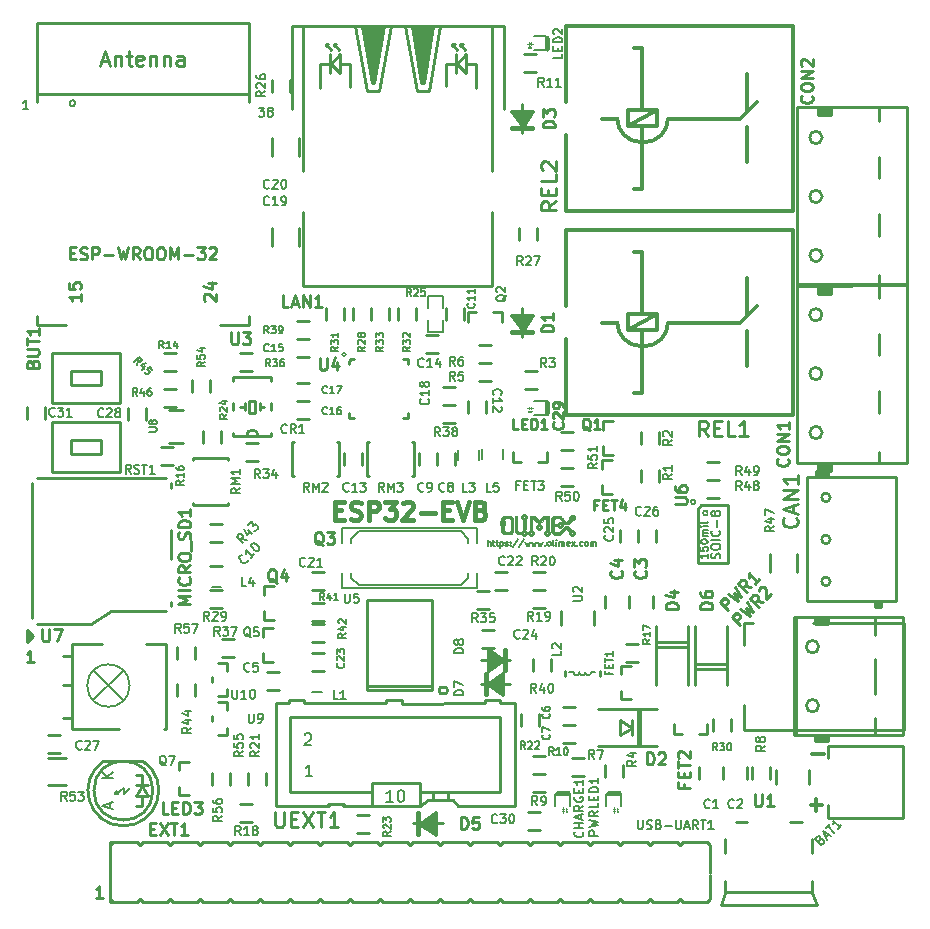
<source format=gbr>
G04 #@! TF.GenerationSoftware,KiCad,Pcbnew,5.1.5-52549c5~84~ubuntu18.04.1*
G04 #@! TF.CreationDate,2020-03-18T16:53:08+02:00*
G04 #@! TF.ProjectId,ESP32-EVB_Rev_I,45535033-322d-4455-9642-5f5265765f49,I*
G04 #@! TF.SameCoordinates,Original*
G04 #@! TF.FileFunction,Legend,Top*
G04 #@! TF.FilePolarity,Positive*
%FSLAX46Y46*%
G04 Gerber Fmt 4.6, Leading zero omitted, Abs format (unit mm)*
G04 Created by KiCad (PCBNEW 5.1.5-52549c5~84~ubuntu18.04.1) date 2020-03-18 16:53:08*
%MOMM*%
%LPD*%
G04 APERTURE LIST*
%ADD10C,0.317500*%
%ADD11C,0.127000*%
%ADD12C,0.381000*%
%ADD13C,0.254000*%
%ADD14C,0.250000*%
%ADD15C,0.150000*%
%ADD16C,0.300000*%
%ADD17C,0.203200*%
%ADD18C,0.400000*%
%ADD19C,0.100000*%
%ADD20C,0.050000*%
%ADD21C,0.200000*%
%ADD22C,0.009000*%
%ADD23C,0.190500*%
%ADD24C,0.158750*%
%ADD25C,0.222250*%
G04 APERTURE END LIST*
D10*
X136676190Y-128995714D02*
X137643809Y-128995714D01*
X136549190Y-133313714D02*
X137516809Y-133313714D01*
X137033000Y-133797523D02*
X137033000Y-132829904D01*
D11*
X109232095Y-111354809D02*
X109232095Y-110846809D01*
X109449809Y-111354809D02*
X109449809Y-111088714D01*
X109425619Y-111040333D01*
X109377238Y-111016142D01*
X109304666Y-111016142D01*
X109256285Y-111040333D01*
X109232095Y-111064523D01*
X109619142Y-111016142D02*
X109812666Y-111016142D01*
X109691714Y-110846809D02*
X109691714Y-111282238D01*
X109715904Y-111330619D01*
X109764285Y-111354809D01*
X109812666Y-111354809D01*
X109909428Y-111016142D02*
X110102952Y-111016142D01*
X109982000Y-110846809D02*
X109982000Y-111282238D01*
X110006190Y-111330619D01*
X110054571Y-111354809D01*
X110102952Y-111354809D01*
X110272285Y-111016142D02*
X110272285Y-111524142D01*
X110272285Y-111040333D02*
X110320666Y-111016142D01*
X110417428Y-111016142D01*
X110465809Y-111040333D01*
X110490000Y-111064523D01*
X110514190Y-111112904D01*
X110514190Y-111258047D01*
X110490000Y-111306428D01*
X110465809Y-111330619D01*
X110417428Y-111354809D01*
X110320666Y-111354809D01*
X110272285Y-111330619D01*
X110707714Y-111330619D02*
X110756095Y-111354809D01*
X110852857Y-111354809D01*
X110901238Y-111330619D01*
X110925428Y-111282238D01*
X110925428Y-111258047D01*
X110901238Y-111209666D01*
X110852857Y-111185476D01*
X110780285Y-111185476D01*
X110731904Y-111161285D01*
X110707714Y-111112904D01*
X110707714Y-111088714D01*
X110731904Y-111040333D01*
X110780285Y-111016142D01*
X110852857Y-111016142D01*
X110901238Y-111040333D01*
X111143142Y-111306428D02*
X111167333Y-111330619D01*
X111143142Y-111354809D01*
X111118952Y-111330619D01*
X111143142Y-111306428D01*
X111143142Y-111354809D01*
X111143142Y-111040333D02*
X111167333Y-111064523D01*
X111143142Y-111088714D01*
X111118952Y-111064523D01*
X111143142Y-111040333D01*
X111143142Y-111088714D01*
X111747904Y-110822619D02*
X111312476Y-111475761D01*
X112280095Y-110822619D02*
X111844666Y-111475761D01*
X112401047Y-111016142D02*
X112497809Y-111354809D01*
X112594571Y-111112904D01*
X112691333Y-111354809D01*
X112788095Y-111016142D01*
X112933238Y-111016142D02*
X113030000Y-111354809D01*
X113126761Y-111112904D01*
X113223523Y-111354809D01*
X113320285Y-111016142D01*
X113465428Y-111016142D02*
X113562190Y-111354809D01*
X113658952Y-111112904D01*
X113755714Y-111354809D01*
X113852476Y-111016142D01*
X114046000Y-111306428D02*
X114070190Y-111330619D01*
X114046000Y-111354809D01*
X114021809Y-111330619D01*
X114046000Y-111306428D01*
X114046000Y-111354809D01*
X114360476Y-111354809D02*
X114312095Y-111330619D01*
X114287904Y-111306428D01*
X114263714Y-111258047D01*
X114263714Y-111112904D01*
X114287904Y-111064523D01*
X114312095Y-111040333D01*
X114360476Y-111016142D01*
X114433047Y-111016142D01*
X114481428Y-111040333D01*
X114505619Y-111064523D01*
X114529809Y-111112904D01*
X114529809Y-111258047D01*
X114505619Y-111306428D01*
X114481428Y-111330619D01*
X114433047Y-111354809D01*
X114360476Y-111354809D01*
X114820095Y-111354809D02*
X114771714Y-111330619D01*
X114747523Y-111282238D01*
X114747523Y-110846809D01*
X115013619Y-111354809D02*
X115013619Y-111016142D01*
X115013619Y-110846809D02*
X114989428Y-110871000D01*
X115013619Y-110895190D01*
X115037809Y-110871000D01*
X115013619Y-110846809D01*
X115013619Y-110895190D01*
X115255523Y-111354809D02*
X115255523Y-111016142D01*
X115255523Y-111064523D02*
X115279714Y-111040333D01*
X115328095Y-111016142D01*
X115400666Y-111016142D01*
X115449047Y-111040333D01*
X115473238Y-111088714D01*
X115473238Y-111354809D01*
X115473238Y-111088714D02*
X115497428Y-111040333D01*
X115545809Y-111016142D01*
X115618380Y-111016142D01*
X115666761Y-111040333D01*
X115690952Y-111088714D01*
X115690952Y-111354809D01*
X116126380Y-111330619D02*
X116078000Y-111354809D01*
X115981238Y-111354809D01*
X115932857Y-111330619D01*
X115908666Y-111282238D01*
X115908666Y-111088714D01*
X115932857Y-111040333D01*
X115981238Y-111016142D01*
X116078000Y-111016142D01*
X116126380Y-111040333D01*
X116150571Y-111088714D01*
X116150571Y-111137095D01*
X115908666Y-111185476D01*
X116319904Y-111354809D02*
X116586000Y-111016142D01*
X116319904Y-111016142D02*
X116586000Y-111354809D01*
X116779523Y-111306428D02*
X116803714Y-111330619D01*
X116779523Y-111354809D01*
X116755333Y-111330619D01*
X116779523Y-111306428D01*
X116779523Y-111354809D01*
X117239142Y-111330619D02*
X117190761Y-111354809D01*
X117094000Y-111354809D01*
X117045619Y-111330619D01*
X117021428Y-111306428D01*
X116997238Y-111258047D01*
X116997238Y-111112904D01*
X117021428Y-111064523D01*
X117045619Y-111040333D01*
X117094000Y-111016142D01*
X117190761Y-111016142D01*
X117239142Y-111040333D01*
X117529428Y-111354809D02*
X117481047Y-111330619D01*
X117456857Y-111306428D01*
X117432666Y-111258047D01*
X117432666Y-111112904D01*
X117456857Y-111064523D01*
X117481047Y-111040333D01*
X117529428Y-111016142D01*
X117602000Y-111016142D01*
X117650380Y-111040333D01*
X117674571Y-111064523D01*
X117698761Y-111112904D01*
X117698761Y-111258047D01*
X117674571Y-111306428D01*
X117650380Y-111330619D01*
X117602000Y-111354809D01*
X117529428Y-111354809D01*
X117916476Y-111354809D02*
X117916476Y-111016142D01*
X117916476Y-111064523D02*
X117940666Y-111040333D01*
X117989047Y-111016142D01*
X118061619Y-111016142D01*
X118110000Y-111040333D01*
X118134190Y-111088714D01*
X118134190Y-111354809D01*
X118134190Y-111088714D02*
X118158380Y-111040333D01*
X118206761Y-111016142D01*
X118279333Y-111016142D01*
X118327714Y-111040333D01*
X118351904Y-111088714D01*
X118351904Y-111354809D01*
D12*
X96302285Y-108349142D02*
X96810285Y-108349142D01*
X97028000Y-109147428D02*
X96302285Y-109147428D01*
X96302285Y-107623428D01*
X97028000Y-107623428D01*
X97608571Y-109074857D02*
X97826285Y-109147428D01*
X98189142Y-109147428D01*
X98334285Y-109074857D01*
X98406857Y-109002285D01*
X98479428Y-108857142D01*
X98479428Y-108712000D01*
X98406857Y-108566857D01*
X98334285Y-108494285D01*
X98189142Y-108421714D01*
X97898857Y-108349142D01*
X97753714Y-108276571D01*
X97681142Y-108204000D01*
X97608571Y-108058857D01*
X97608571Y-107913714D01*
X97681142Y-107768571D01*
X97753714Y-107696000D01*
X97898857Y-107623428D01*
X98261714Y-107623428D01*
X98479428Y-107696000D01*
X99132571Y-109147428D02*
X99132571Y-107623428D01*
X99713142Y-107623428D01*
X99858285Y-107696000D01*
X99930857Y-107768571D01*
X100003428Y-107913714D01*
X100003428Y-108131428D01*
X99930857Y-108276571D01*
X99858285Y-108349142D01*
X99713142Y-108421714D01*
X99132571Y-108421714D01*
X100511428Y-107623428D02*
X101454857Y-107623428D01*
X100946857Y-108204000D01*
X101164571Y-108204000D01*
X101309714Y-108276571D01*
X101382285Y-108349142D01*
X101454857Y-108494285D01*
X101454857Y-108857142D01*
X101382285Y-109002285D01*
X101309714Y-109074857D01*
X101164571Y-109147428D01*
X100729142Y-109147428D01*
X100584000Y-109074857D01*
X100511428Y-109002285D01*
X102035428Y-107768571D02*
X102108000Y-107696000D01*
X102253142Y-107623428D01*
X102616000Y-107623428D01*
X102761142Y-107696000D01*
X102833714Y-107768571D01*
X102906285Y-107913714D01*
X102906285Y-108058857D01*
X102833714Y-108276571D01*
X101962857Y-109147428D01*
X102906285Y-109147428D01*
X103559428Y-108566857D02*
X104720571Y-108566857D01*
X105446285Y-108349142D02*
X105954285Y-108349142D01*
X106172000Y-109147428D02*
X105446285Y-109147428D01*
X105446285Y-107623428D01*
X106172000Y-107623428D01*
X106607428Y-107623428D02*
X107115428Y-109147428D01*
X107623428Y-107623428D01*
X108639428Y-108349142D02*
X108857142Y-108421714D01*
X108929714Y-108494285D01*
X109002285Y-108639428D01*
X109002285Y-108857142D01*
X108929714Y-109002285D01*
X108857142Y-109074857D01*
X108712000Y-109147428D01*
X108131428Y-109147428D01*
X108131428Y-107623428D01*
X108639428Y-107623428D01*
X108784571Y-107696000D01*
X108857142Y-107768571D01*
X108929714Y-107913714D01*
X108929714Y-108058857D01*
X108857142Y-108204000D01*
X108784571Y-108276571D01*
X108639428Y-108349142D01*
X108131428Y-108349142D01*
D13*
X76617285Y-141175619D02*
X76036714Y-141175619D01*
X76327000Y-141175619D02*
X76327000Y-140159619D01*
X76230238Y-140304761D01*
X76133476Y-140401523D01*
X76036714Y-140449904D01*
X70485000Y-118745000D02*
X70485000Y-119253000D01*
X70358000Y-118618000D02*
X70358000Y-119380000D01*
X70231000Y-118491000D02*
X70231000Y-119507000D01*
X70739000Y-118999000D02*
X70231000Y-118491000D01*
X70231000Y-119507000D02*
X70739000Y-118999000D01*
D14*
X70770714Y-121229380D02*
X70199285Y-121229380D01*
X70485000Y-121229380D02*
X70485000Y-120229380D01*
X70389761Y-120372238D01*
X70294523Y-120467476D01*
X70199285Y-120515095D01*
D13*
X77284580Y-116852700D02*
X75577700Y-117944900D01*
X70609460Y-106027220D02*
X70609460Y-117513100D01*
X71038720Y-105585260D02*
X81975960Y-105585260D01*
X71038720Y-117944900D02*
X75557380Y-117944900D01*
X82405220Y-116123720D02*
X82405220Y-116423440D01*
X82405220Y-110025180D02*
X82405220Y-112473740D01*
X82405220Y-106017060D02*
X82405220Y-106486960D01*
X81975960Y-116852700D02*
X77284580Y-116852700D01*
X98600260Y-67360800D02*
X100401120Y-67360800D01*
X99400360Y-72161400D02*
X98600260Y-67360800D01*
X99601020Y-72161400D02*
X99400360Y-72161400D01*
X100401120Y-67360800D02*
X99601020Y-72161400D01*
X102798880Y-67360800D02*
X104599740Y-67360800D01*
X103598980Y-72161400D02*
X102798880Y-67360800D01*
X103799640Y-72161400D02*
X103598980Y-72161400D01*
X104599740Y-67360800D02*
X103799640Y-72161400D01*
X110600000Y-67359000D02*
X110600000Y-74359000D01*
X109600000Y-67359000D02*
X110600000Y-67359000D01*
X92600000Y-67359000D02*
X92600000Y-74359000D01*
X93600000Y-67359000D02*
X92600000Y-67359000D01*
X99001580Y-72859900D02*
X98000820Y-67360800D01*
X100002340Y-72859900D02*
X99001580Y-72859900D01*
X101000560Y-67360800D02*
X100002340Y-72859900D01*
X103197660Y-72859900D02*
X102199440Y-67360800D01*
X104198420Y-72859900D02*
X103197660Y-72859900D01*
X105199180Y-67360800D02*
X104198420Y-72859900D01*
X95501460Y-68859400D02*
X95501460Y-69060060D01*
X95501460Y-68859400D02*
X95702120Y-68859400D01*
X95900240Y-69359780D02*
X95501460Y-68859400D01*
X96202500Y-68859400D02*
X96202500Y-69060060D01*
X96202500Y-68859400D02*
X96400620Y-68859400D01*
X96601280Y-69359780D02*
X96202500Y-68859400D01*
X97533460Y-70561200D02*
X97533460Y-72499220D01*
X96832420Y-70561200D02*
X97533460Y-70561200D01*
X95834200Y-69761100D02*
X95834200Y-71361300D01*
X95933260Y-70561200D02*
X96733360Y-71361300D01*
X96733360Y-69761100D02*
X95933260Y-70561200D01*
X96733360Y-69761100D02*
X96733360Y-71361300D01*
X95034100Y-70561200D02*
X95732600Y-70561200D01*
X95034100Y-72588120D02*
X95034100Y-70561200D01*
X106199940Y-68859400D02*
X106199940Y-69060060D01*
X106199940Y-68859400D02*
X106398060Y-68859400D01*
X106598720Y-69359780D02*
X106199940Y-68859400D01*
X106898440Y-68859400D02*
X106898440Y-69060060D01*
X106898440Y-68859400D02*
X107099100Y-68859400D01*
X107299760Y-69359780D02*
X106898440Y-68859400D01*
X105700000Y-70559000D02*
X105700000Y-72459000D01*
X106398060Y-70561200D02*
X105699560Y-70561200D01*
X106499660Y-71361300D02*
X106499660Y-69761100D01*
X106598720Y-70561200D02*
X107398820Y-69761100D01*
X107398820Y-71361300D02*
X106598720Y-70561200D01*
X107400000Y-71359000D02*
X107400000Y-69759000D01*
X108200000Y-70559000D02*
X107500000Y-70559000D01*
X108200000Y-72559000D02*
X108200000Y-70559000D01*
X109600000Y-83109000D02*
X109600000Y-89359000D01*
X109600000Y-67359000D02*
X109600000Y-79609000D01*
X93600000Y-67359000D02*
X109600000Y-67359000D01*
X93600000Y-79609000D02*
X93600000Y-67359000D01*
X93600000Y-89359000D02*
X93600000Y-83109000D01*
X109600000Y-89359000D02*
X93600000Y-89359000D01*
X103700000Y-72159000D02*
X103050000Y-67369000D01*
X103710000Y-72009000D02*
X104360000Y-67379000D01*
X103720000Y-71399000D02*
X103160000Y-67369000D01*
X103710000Y-71109000D02*
X104120000Y-67379000D01*
X103730000Y-70589000D02*
X103370000Y-67379000D01*
X103680000Y-69879000D02*
X103870000Y-67369000D01*
X103770000Y-68999000D02*
X103570000Y-67359000D01*
X103600000Y-68229000D02*
X103740000Y-67419000D01*
X99510000Y-71969000D02*
X98790000Y-67369000D01*
X99500000Y-71799000D02*
X100170000Y-67379000D01*
X99510000Y-71219000D02*
X98990000Y-67489000D01*
X99450000Y-70749000D02*
X99930000Y-67389000D01*
X99580000Y-69999000D02*
X99180000Y-67429000D01*
X99550000Y-69579000D02*
X99700000Y-67399000D01*
X99620000Y-68969000D02*
X99340000Y-67389000D01*
X99510000Y-68259000D02*
X99510000Y-67389000D01*
X136200000Y-105565000D02*
X143800000Y-105565000D01*
X136200000Y-116065000D02*
X143800000Y-116065000D01*
X143800000Y-105565000D02*
X143800000Y-116065000D01*
X136200000Y-116065000D02*
X136200000Y-105565000D01*
X138200210Y-107259000D02*
G75*
G03X138200210Y-107259000I-359210J0D01*
G01*
X138200210Y-110815000D02*
G75*
G03X138200210Y-110815000I-359210J0D01*
G01*
X138200210Y-114371000D02*
G75*
G03X138200210Y-114371000I-359210J0D01*
G01*
X138000000Y-105065000D02*
X138000000Y-105565000D01*
X137000000Y-105065000D02*
X137000000Y-105565000D01*
X138000000Y-105065000D02*
X137000000Y-105065000D01*
X138000000Y-105215000D02*
X137000000Y-105215000D01*
X138000000Y-105415000D02*
X137000000Y-105415000D01*
X142500000Y-116065000D02*
X142500000Y-116565000D01*
X142500000Y-116565000D02*
X142000000Y-116565000D01*
X142000000Y-116565000D02*
X142000000Y-116065000D01*
X142500000Y-116415000D02*
X142000000Y-116415000D01*
X142500000Y-116215000D02*
X142000000Y-116215000D01*
X138300000Y-74924000D02*
X138300000Y-74224000D01*
X137200000Y-74924000D02*
X138300000Y-74924000D01*
X137200000Y-74224000D02*
X137200000Y-74924000D01*
X137240000Y-89894000D02*
X138300000Y-89894000D01*
X137200000Y-90024000D02*
X138300000Y-90024000D01*
X138300000Y-90024000D02*
X138300000Y-89324000D01*
X137200000Y-89324000D02*
X137200000Y-90024000D01*
X142300000Y-75404000D02*
X142300000Y-74214000D01*
X142300000Y-80224000D02*
X142300000Y-78404000D01*
X142300000Y-85154000D02*
X142300000Y-83294000D01*
X142300000Y-88414000D02*
X142300000Y-89314000D01*
X135410000Y-89324000D02*
X144690000Y-89314000D01*
X135410000Y-74224000D02*
X135410000Y-89324000D01*
X144690000Y-74214000D02*
X135410000Y-74224000D01*
X144690000Y-89314000D02*
X144690000Y-74214000D01*
X137513450Y-76794000D02*
G75*
G03X137513450Y-76794000I-523450J0D01*
G01*
X137200000Y-74444000D02*
X138300000Y-74444000D01*
X137200000Y-74624000D02*
X138290000Y-74624000D01*
X137200000Y-74874000D02*
X138300000Y-74874000D01*
X137200000Y-89524000D02*
X138300000Y-89524000D01*
X137200000Y-89764000D02*
X138300000Y-89764000D01*
X137513450Y-81784000D02*
G75*
G03X137513450Y-81784000I-523450J0D01*
G01*
X137523450Y-86774000D02*
G75*
G03X137523450Y-86774000I-523450J0D01*
G01*
X138300000Y-89924000D02*
X138300000Y-89224000D01*
X137200000Y-89924000D02*
X138300000Y-89924000D01*
X137200000Y-89224000D02*
X137200000Y-89924000D01*
X137240000Y-104894000D02*
X138300000Y-104894000D01*
X137200000Y-105024000D02*
X138300000Y-105024000D01*
X138300000Y-105024000D02*
X138300000Y-104324000D01*
X137200000Y-104324000D02*
X137200000Y-105024000D01*
X142300000Y-90404000D02*
X142300000Y-89214000D01*
X142300000Y-95224000D02*
X142300000Y-93404000D01*
X142300000Y-100154000D02*
X142300000Y-98294000D01*
X142300000Y-103414000D02*
X142300000Y-104314000D01*
X135410000Y-104324000D02*
X144690000Y-104314000D01*
X135410000Y-89224000D02*
X135410000Y-104324000D01*
X144690000Y-89214000D02*
X135410000Y-89224000D01*
X144690000Y-104314000D02*
X144690000Y-89214000D01*
X137513450Y-91794000D02*
G75*
G03X137513450Y-91794000I-523450J0D01*
G01*
X137200000Y-89444000D02*
X138300000Y-89444000D01*
X137200000Y-89624000D02*
X138290000Y-89624000D01*
X137200000Y-89874000D02*
X138300000Y-89874000D01*
X137200000Y-104524000D02*
X138300000Y-104524000D01*
X137200000Y-104764000D02*
X138300000Y-104764000D01*
X137513450Y-96784000D02*
G75*
G03X137513450Y-96784000I-523450J0D01*
G01*
X137523450Y-101774000D02*
G75*
G03X137523450Y-101774000I-523450J0D01*
G01*
X97007680Y-133256020D02*
X97007680Y-133423660D01*
X95722440Y-133256020D02*
X96994980Y-133256020D01*
X95714820Y-133416040D02*
X95722440Y-133256020D01*
X96956880Y-133421120D02*
X99354640Y-133421120D01*
X99400360Y-131429760D02*
X103441500Y-131427220D01*
X99400360Y-133421120D02*
X99400360Y-131429760D01*
X106240580Y-132875020D02*
X106715560Y-133383020D01*
D15*
X106177080Y-132887720D02*
X106253280Y-132887720D01*
X106108500Y-132887720D02*
X106189780Y-132887720D01*
D13*
X104152700Y-132887720D02*
X106159300Y-132887720D01*
X103477060Y-133403340D02*
X104127300Y-132900420D01*
X103446580Y-131427220D02*
X103451660Y-133416040D01*
X106728260Y-133395720D02*
X111483140Y-133398260D01*
X92369640Y-124383800D02*
X92369640Y-124696220D01*
X93672660Y-124383800D02*
X92369640Y-124383800D01*
X93672660Y-124703840D02*
X93672660Y-124383800D01*
X100611940Y-124703840D02*
X93672660Y-124703840D01*
X100617020Y-124399040D02*
X100611940Y-124703840D01*
X101927660Y-124393960D02*
X100617020Y-124399040D01*
X101932740Y-124719080D02*
X101927660Y-124393960D01*
X108943140Y-124698760D02*
X101932740Y-124719080D01*
X108943140Y-124393960D02*
X108943140Y-124698760D01*
X110246160Y-124393960D02*
X108943140Y-124393960D01*
X110246160Y-124691140D02*
X110246160Y-124393960D01*
X111500920Y-124693680D02*
X110246160Y-124691140D01*
X99387660Y-132189220D02*
X92539820Y-132191760D01*
X99400360Y-133418580D02*
X103449120Y-133416040D01*
X92468700Y-125844300D02*
X110210600Y-125857000D01*
X91262200Y-124701300D02*
X92367100Y-124701300D01*
X91274900Y-124714000D02*
X91274900Y-133426200D01*
X92468700Y-125844300D02*
X92468700Y-132194300D01*
X110223300Y-125869700D02*
X110223300Y-132219700D01*
X103466900Y-132207000D02*
X110210600Y-132219700D01*
X91287600Y-133413500D02*
X95758000Y-133413500D01*
X111531400Y-124714000D02*
X111531400Y-133426200D01*
X104546400Y-132219700D02*
X104546400Y-132867400D01*
X105867200Y-132207000D02*
X105867200Y-132867400D01*
X80006834Y-129578572D02*
G75*
G02X76709000Y-129580000I-1647834J-2501428D01*
G01*
X79959000Y-133380000D02*
X79459000Y-133380000D01*
X79959000Y-130780000D02*
X79459000Y-130780000D01*
D11*
X77759000Y-132334000D02*
X77632000Y-132334000D01*
X77632000Y-132334000D02*
X77759000Y-132207000D01*
X78902000Y-131826000D02*
X78394000Y-132334000D01*
X78394000Y-132334000D02*
X78394000Y-131826000D01*
X78394000Y-131826000D02*
X77759000Y-132334000D01*
X77759000Y-132334000D02*
X77886000Y-132334000D01*
X77886000Y-132334000D02*
X77759000Y-132080000D01*
X77759000Y-132080000D02*
X77632000Y-132334000D01*
D13*
X79959000Y-132580000D02*
X79959000Y-133380000D01*
X79959000Y-130780000D02*
X79959000Y-131580000D01*
X79459000Y-131580000D02*
X80459000Y-131580000D01*
X80459000Y-132580000D02*
X79459000Y-132580000D01*
X79459000Y-132580000D02*
X79959000Y-131680000D01*
X79959000Y-131680000D02*
X80459000Y-132580000D01*
X80859000Y-132080000D02*
G75*
G03X80859000Y-132080000I-2500000J0D01*
G01*
X76709000Y-129580000D02*
X80009000Y-129580000D01*
X80009000Y-129580000D02*
X80009000Y-129580000D01*
D15*
X78885051Y-123190000D02*
G75*
G03X78885051Y-123190000I-1796051J0D01*
G01*
X75809000Y-124400000D02*
X78309000Y-121950000D01*
X78309000Y-124450000D02*
X75859000Y-121950000D01*
D14*
X82009000Y-126900000D02*
X81759000Y-126900000D01*
X82009000Y-119650000D02*
X82009000Y-126900000D01*
X80259000Y-119650000D02*
X82009000Y-119650000D01*
X74009000Y-119650000D02*
X76509000Y-119650000D01*
X74009000Y-126900000D02*
X74009000Y-119650000D01*
X78009000Y-126900000D02*
X74009000Y-126900000D01*
X73259000Y-120650000D02*
X74009000Y-120650000D01*
X73259000Y-123150000D02*
X74009000Y-123150000D01*
X73259000Y-125900000D02*
X74009000Y-125900000D01*
D13*
X76484000Y-102397000D02*
X76484000Y-103597000D01*
X76484000Y-103597000D02*
X73884000Y-103597000D01*
X73884000Y-102397000D02*
X73884000Y-103597000D01*
X76484000Y-102397000D02*
X73884000Y-102397000D01*
X72284000Y-105097000D02*
X78084000Y-105097000D01*
X72284000Y-100897000D02*
X72284000Y-105097000D01*
X78084000Y-100897000D02*
X72284000Y-100897000D01*
X78084000Y-105097000D02*
X78084000Y-100897000D01*
X76484000Y-96555000D02*
X76484000Y-97755000D01*
X76484000Y-97755000D02*
X73884000Y-97755000D01*
X73884000Y-96555000D02*
X73884000Y-97755000D01*
X76484000Y-96555000D02*
X73884000Y-96555000D01*
X72284000Y-99255000D02*
X78084000Y-99255000D01*
X72284000Y-95055000D02*
X72284000Y-99255000D01*
X78084000Y-95055000D02*
X72284000Y-95055000D01*
X78084000Y-99255000D02*
X78084000Y-95055000D01*
D16*
X135076000Y-100256000D02*
X135076000Y-84656000D01*
X115876000Y-100256000D02*
X135076000Y-100256000D01*
X135076000Y-84656000D02*
X115876000Y-84656000D01*
X115876000Y-100256000D02*
X115876000Y-93856000D01*
X115876000Y-91056000D02*
X115876000Y-84656000D01*
X121576000Y-98456000D02*
X122276000Y-98456000D01*
X121576000Y-86456000D02*
X122276000Y-86456000D01*
X122276000Y-98456000D02*
X122276000Y-93056000D01*
X122276000Y-86456000D02*
X122276000Y-91756000D01*
X123576000Y-93056000D02*
X123576000Y-91756000D01*
X121076000Y-93056000D02*
X123576000Y-93056000D01*
X121076000Y-91756000D02*
X121076000Y-93056000D01*
X123576000Y-91756000D02*
X121076000Y-91756000D01*
X123576000Y-91756000D02*
X121076000Y-93056000D01*
X118876000Y-92456000D02*
X120176000Y-92456000D01*
X120176000Y-92456000D02*
G75*
G03X122176000Y-94456000I2000000J0D01*
G01*
X122476000Y-94456000D02*
G75*
G03X124476000Y-92456000I0J2000000D01*
G01*
X122576000Y-94456000D02*
X122076000Y-94456000D01*
X131176000Y-96156000D02*
X131176000Y-93156000D01*
X131176000Y-88656000D02*
X131176000Y-91756000D01*
X130376000Y-92456000D02*
X130576000Y-92456000D01*
X124476000Y-92456000D02*
X130376000Y-92456000D01*
X130576000Y-92456000D02*
X131976000Y-91056000D01*
X135076000Y-82984000D02*
X135076000Y-67384000D01*
X115876000Y-82984000D02*
X135076000Y-82984000D01*
X135076000Y-67384000D02*
X115876000Y-67384000D01*
X115876000Y-82984000D02*
X115876000Y-76584000D01*
X115876000Y-73784000D02*
X115876000Y-67384000D01*
X121576000Y-81184000D02*
X122276000Y-81184000D01*
X121576000Y-69184000D02*
X122276000Y-69184000D01*
X122276000Y-81184000D02*
X122276000Y-75784000D01*
X122276000Y-69184000D02*
X122276000Y-74484000D01*
X123576000Y-75784000D02*
X123576000Y-74484000D01*
X121076000Y-75784000D02*
X123576000Y-75784000D01*
X121076000Y-74484000D02*
X121076000Y-75784000D01*
X123576000Y-74484000D02*
X121076000Y-74484000D01*
X123576000Y-74484000D02*
X121076000Y-75784000D01*
X118876000Y-75184000D02*
X120176000Y-75184000D01*
X120176000Y-75184000D02*
G75*
G03X122176000Y-77184000I2000000J0D01*
G01*
X122476000Y-77184000D02*
G75*
G03X124476000Y-75184000I0J2000000D01*
G01*
X122576000Y-77184000D02*
X122076000Y-77184000D01*
X131176000Y-78884000D02*
X131176000Y-75884000D01*
X131176000Y-71384000D02*
X131176000Y-74484000D01*
X130376000Y-75184000D02*
X130576000Y-75184000D01*
X124476000Y-75184000D02*
X130376000Y-75184000D01*
X130576000Y-75184000D02*
X131976000Y-73784000D01*
D13*
X130937000Y-117869000D02*
X131637000Y-117869000D01*
X144437000Y-117869000D02*
X136737000Y-117869000D01*
X130937000Y-117868720D02*
X130937000Y-119727000D01*
X130937000Y-126921000D02*
X130937000Y-124823000D01*
X144437000Y-126921000D02*
X144437000Y-117869000D01*
X130937000Y-126921000D02*
X144437000Y-126921000D01*
D17*
X127832566Y-108585000D02*
G75*
G03X127832566Y-108585000I-197566J0D01*
G01*
D13*
X129540000Y-107913000D02*
X129540000Y-112813000D01*
X127270000Y-107913000D02*
X129540000Y-107913000D01*
X127000000Y-108213000D02*
X127270000Y-107913000D01*
X127000000Y-112813000D02*
X127000000Y-108213000D01*
X129540000Y-112813000D02*
X127000000Y-112813000D01*
D17*
X126803866Y-107637580D02*
G75*
G03X126803866Y-107637580I-197566J0D01*
G01*
D13*
X89781000Y-102058000D02*
G75*
G03X88781000Y-102058000I-500000J0D01*
G01*
X88646000Y-99568000D02*
X88265000Y-99568000D01*
X88646000Y-99568000D02*
X88646000Y-99240340D01*
X88646000Y-99895660D02*
X88646000Y-99568000D01*
X89916000Y-99568000D02*
X90297000Y-99568000D01*
X89916000Y-99568000D02*
X89916000Y-99240340D01*
X89916000Y-99895660D02*
X89916000Y-99568000D01*
X89027000Y-100076000D02*
X89535000Y-100076000D01*
X89027000Y-99060000D02*
X89027000Y-100076000D01*
X89535000Y-99060000D02*
X89027000Y-99060000D01*
X89535000Y-100076000D02*
X89535000Y-99060000D01*
X87681000Y-97368000D02*
X87681000Y-97068000D01*
X87681000Y-99868000D02*
X87681000Y-99268000D01*
X87681000Y-102068000D02*
X87681000Y-101768000D01*
X90881000Y-97368000D02*
X90881000Y-97068000D01*
X90881000Y-99868000D02*
X90881000Y-99268000D01*
X90881000Y-102068000D02*
X90881000Y-101768000D01*
X87681000Y-97068000D02*
X90881000Y-97068000D01*
X90881000Y-102068000D02*
X87681000Y-102068000D01*
X86741000Y-116586000D02*
X85725000Y-116586000D01*
X86741000Y-115062000D02*
X85725000Y-115062000D01*
X128936000Y-141732000D02*
X129317000Y-140716000D01*
X137064000Y-141732000D02*
X136683000Y-140716000D01*
X136700000Y-136203000D02*
X136700000Y-137403000D01*
X129300000Y-140703000D02*
X129300000Y-139703000D01*
X137064000Y-141803000D02*
X128936000Y-141803000D01*
X136700000Y-139703000D02*
X136700000Y-140703000D01*
X135800000Y-134703000D02*
X134800000Y-134703000D01*
X131200000Y-134703000D02*
X130200000Y-134703000D01*
X129300000Y-136203000D02*
X129300000Y-137403000D01*
X136700000Y-140703000D02*
X129300000Y-140703000D01*
X138036300Y-129311400D02*
X138036300Y-128308100D01*
X138036300Y-134378700D02*
X138036300Y-133324600D01*
X138043920Y-134383780D02*
X144353280Y-134383780D01*
X144353280Y-134383780D02*
X144353280Y-128303020D01*
X144353280Y-128303020D02*
X138036298Y-128303020D01*
X131191000Y-130048000D02*
X131191000Y-131064000D01*
X129159000Y-130048000D02*
X129159000Y-131064000D01*
D11*
X104140000Y-91186000D02*
X104140000Y-90170000D01*
X104140000Y-90170000D02*
X105410000Y-90170000D01*
X105410000Y-90170000D02*
X105410000Y-91186000D01*
X104140000Y-93218000D02*
X105410000Y-93218000D01*
X105410000Y-93218000D02*
X105410000Y-92202000D01*
X104140000Y-93218000D02*
X104140000Y-92202000D01*
D18*
X121981000Y-128221000D02*
X121981000Y-125221000D01*
D13*
X123530360Y-128348740D02*
X118531640Y-128348740D01*
X118531640Y-125143260D02*
X123530360Y-125143260D01*
X120396000Y-126111000D02*
X120396000Y-127381000D01*
X120396000Y-127381000D02*
X121412000Y-126746000D01*
X120396000Y-126111000D02*
X121412000Y-126746000D01*
X121412000Y-126111000D02*
X121412000Y-127381000D01*
X84455000Y-119888000D02*
X84455000Y-120904000D01*
X82931000Y-119888000D02*
X82931000Y-120904000D01*
X84455000Y-123063000D02*
X84455000Y-124079000D01*
X82931000Y-123063000D02*
X82931000Y-124079000D01*
X85826600Y-122478800D02*
X85826600Y-122885200D01*
X87147400Y-124104400D02*
X86360000Y-124104400D01*
X87147400Y-123444000D02*
X87147400Y-124104400D01*
X87147400Y-121259600D02*
X87147400Y-121920000D01*
X86360000Y-121259600D02*
X87147400Y-121259600D01*
X85826600Y-125780800D02*
X85826600Y-126187200D01*
X87147400Y-127406400D02*
X86360000Y-127406400D01*
X87147400Y-126746000D02*
X87147400Y-127406400D01*
X87147400Y-124561600D02*
X87147400Y-125222000D01*
X86360000Y-124561600D02*
X87147400Y-124561600D01*
X87757000Y-120777000D02*
X86741000Y-120777000D01*
X87757000Y-119253000D02*
X86741000Y-119253000D01*
X119126000Y-116586000D02*
X119126000Y-115570000D01*
X121158000Y-116586000D02*
X121158000Y-115570000D01*
X121158000Y-116586000D02*
X121158000Y-115570000D01*
X123190000Y-116586000D02*
X123190000Y-115570000D01*
X114046000Y-115062000D02*
X113030000Y-115062000D01*
X114046000Y-113538000D02*
X113030000Y-113538000D01*
X114046000Y-116586000D02*
X113030000Y-116586000D01*
X114046000Y-115062000D02*
X113030000Y-115062000D01*
X119126000Y-130937000D02*
X119126000Y-129921000D01*
X120650000Y-130937000D02*
X120650000Y-129921000D01*
X87376000Y-130556000D02*
X87376000Y-131572000D01*
X85852000Y-130556000D02*
X85852000Y-131572000D01*
X88900000Y-130556000D02*
X88900000Y-131572000D01*
X87376000Y-130556000D02*
X87376000Y-131572000D01*
X84201000Y-98298000D02*
X84201000Y-97282000D01*
X85725000Y-98298000D02*
X85725000Y-97282000D01*
X73533000Y-129286000D02*
X72009000Y-129286000D01*
X73533000Y-131572000D02*
X72009000Y-131572000D01*
X128778000Y-105791000D02*
X127762000Y-105791000D01*
X128778000Y-104267000D02*
X127762000Y-104267000D01*
X128778000Y-107315000D02*
X127762000Y-107315000D01*
X128778000Y-105791000D02*
X127762000Y-105791000D01*
X133096000Y-112014000D02*
X133096000Y-113538000D01*
X135382000Y-112014000D02*
X135382000Y-113538000D01*
X81788000Y-98044000D02*
X82804000Y-98044000D01*
X81788000Y-99568000D02*
X82804000Y-99568000D01*
X82804000Y-98044000D02*
X81788000Y-98044000D01*
X82804000Y-96520000D02*
X81788000Y-96520000D01*
X95377000Y-119507000D02*
X94361000Y-119507000D01*
X95377000Y-117983000D02*
X94361000Y-117983000D01*
X129794000Y-125984000D02*
X129794000Y-127000000D01*
X128270000Y-125984000D02*
X128270000Y-127000000D01*
D15*
X97663000Y-110744000D02*
X97663000Y-111125000D01*
X97663000Y-114046000D02*
X97663000Y-113665000D01*
X107569000Y-114046000D02*
X107569000Y-113665000D01*
X107569000Y-110744000D02*
X107569000Y-111125000D01*
X108331000Y-109855000D02*
X108331000Y-111125000D01*
X108331000Y-114935000D02*
X108331000Y-113665000D01*
X96901000Y-114935000D02*
X96901000Y-113665000D01*
X96901000Y-109855000D02*
X96901000Y-111125000D01*
X97663000Y-114046000D02*
X98298000Y-114681000D01*
X98298000Y-114681000D02*
X106934000Y-114681000D01*
X106934000Y-114681000D02*
X107569000Y-114046000D01*
X107569000Y-110744000D02*
X106934000Y-110109000D01*
X106934000Y-110109000D02*
X98298000Y-110109000D01*
X98298000Y-110109000D02*
X97663000Y-110744000D01*
X108331000Y-114935000D02*
X96901000Y-114935000D01*
X96901000Y-109855000D02*
X108331000Y-109855000D01*
D13*
X126793000Y-121340000D02*
X129493000Y-121340000D01*
X126793000Y-118150000D02*
X126793000Y-123150000D01*
X126793000Y-121780000D02*
X129493000Y-121780000D01*
X129493000Y-123150000D02*
X129493000Y-118150000D01*
X78740000Y-100711000D02*
X78740000Y-99695000D01*
X80264000Y-100711000D02*
X80264000Y-99695000D01*
X72009000Y-127381000D02*
X73025000Y-127381000D01*
X72009000Y-128905000D02*
X73025000Y-128905000D01*
X123444000Y-109982000D02*
X123444000Y-110998000D01*
X121920000Y-109982000D02*
X121920000Y-110998000D01*
X121920000Y-109982000D02*
X121920000Y-110998000D01*
X120396000Y-109982000D02*
X120396000Y-110998000D01*
X108712000Y-118491000D02*
X109728000Y-118491000D01*
X108712000Y-120015000D02*
X109728000Y-120015000D01*
X95377000Y-121920000D02*
X94361000Y-121920000D01*
X95377000Y-120396000D02*
X94361000Y-120396000D01*
X109855000Y-113538000D02*
X110871000Y-113538000D01*
X109855000Y-115062000D02*
X110871000Y-115062000D01*
X95377000Y-115062000D02*
X94361000Y-115062000D01*
X95377000Y-113538000D02*
X94361000Y-113538000D01*
X90932000Y-76835000D02*
X90932000Y-78359000D01*
X93218000Y-76835000D02*
X93218000Y-78359000D01*
X93218000Y-85979000D02*
X93218000Y-84455000D01*
X90932000Y-85979000D02*
X90932000Y-84455000D01*
X86741000Y-110998000D02*
X85725000Y-110998000D01*
X86741000Y-109474000D02*
X85725000Y-109474000D01*
X77216000Y-138938000D02*
X77216000Y-141478000D01*
X82296000Y-141224000D02*
X82550000Y-141478000D01*
X82042000Y-141478000D02*
X82296000Y-141224000D01*
X79502000Y-141478000D02*
X77724000Y-141478000D01*
X79756000Y-141224000D02*
X79502000Y-141478000D01*
X80010000Y-141478000D02*
X79756000Y-141224000D01*
X82042000Y-141478000D02*
X80010000Y-141478000D01*
X77724000Y-141478000D02*
X77216000Y-141478000D01*
X77470000Y-141478000D02*
X77216000Y-141224000D01*
X77216000Y-136652000D02*
X77470000Y-136398000D01*
X84582000Y-141478000D02*
X82550000Y-141478000D01*
X84836000Y-141224000D02*
X84582000Y-141478000D01*
X87630000Y-141478000D02*
X87376000Y-141224000D01*
X87122000Y-141478000D02*
X85090000Y-141478000D01*
X87376000Y-141224000D02*
X87122000Y-141478000D01*
X87122000Y-136398000D02*
X87376000Y-136652000D01*
X85090000Y-136398000D02*
X87122000Y-136398000D01*
X84836000Y-136652000D02*
X85090000Y-136398000D01*
X84582000Y-136398000D02*
X84836000Y-136652000D01*
X82550000Y-136398000D02*
X84582000Y-136398000D01*
X82296000Y-136652000D02*
X82550000Y-136398000D01*
X82042000Y-136398000D02*
X82296000Y-136652000D01*
X80010000Y-136398000D02*
X82042000Y-136398000D01*
X79756000Y-136652000D02*
X80010000Y-136398000D01*
X79502000Y-136398000D02*
X79756000Y-136652000D01*
X77470000Y-136398000D02*
X79502000Y-136398000D01*
X77216000Y-136398000D02*
X77470000Y-136398000D01*
X87376000Y-136652000D02*
X87630000Y-136398000D01*
X87630000Y-136398000D02*
X89662000Y-136398000D01*
X92202000Y-136398000D02*
X92456000Y-136652000D01*
X89662000Y-141478000D02*
X87630000Y-141478000D01*
X85090000Y-141478000D02*
X84836000Y-141224000D01*
X92456000Y-141224000D02*
X92202000Y-141478000D01*
X90170000Y-136398000D02*
X92202000Y-136398000D01*
X89916000Y-136652000D02*
X90170000Y-136398000D01*
X92202000Y-141478000D02*
X90170000Y-141478000D01*
X89916000Y-141224000D02*
X89662000Y-141478000D01*
X90170000Y-141478000D02*
X89916000Y-141224000D01*
X89662000Y-136398000D02*
X89916000Y-136652000D01*
X92202000Y-136398000D02*
X92456000Y-136652000D01*
X92456000Y-141224000D02*
X92202000Y-141478000D01*
X92202000Y-141478000D02*
X90170000Y-141478000D01*
X90170000Y-136398000D02*
X92202000Y-136398000D01*
X89916000Y-136652000D02*
X90170000Y-136398000D01*
X90170000Y-141478000D02*
X89916000Y-141224000D01*
X95250000Y-141478000D02*
X94996000Y-141224000D01*
X94996000Y-136652000D02*
X95250000Y-136398000D01*
X95250000Y-136398000D02*
X97282000Y-136398000D01*
X97282000Y-141478000D02*
X95250000Y-141478000D01*
X97536000Y-141224000D02*
X97282000Y-141478000D01*
X97282000Y-136398000D02*
X97536000Y-136652000D01*
X94742000Y-136398000D02*
X94996000Y-136652000D01*
X95250000Y-141478000D02*
X94996000Y-141224000D01*
X94996000Y-141224000D02*
X94742000Y-141478000D01*
X97282000Y-141478000D02*
X95250000Y-141478000D01*
X94996000Y-136652000D02*
X95250000Y-136398000D01*
X95250000Y-136398000D02*
X97282000Y-136398000D01*
X97536000Y-141224000D02*
X97282000Y-141478000D01*
X94742000Y-141478000D02*
X92710000Y-141478000D01*
X97282000Y-136398000D02*
X97536000Y-136652000D01*
X92710000Y-136398000D02*
X94742000Y-136398000D01*
X92456000Y-136652000D02*
X92710000Y-136398000D01*
X92710000Y-141478000D02*
X92456000Y-141224000D01*
X97790000Y-141478000D02*
X97536000Y-141224000D01*
X97536000Y-136652000D02*
X97790000Y-136398000D01*
X97790000Y-136398000D02*
X99822000Y-136398000D01*
X102362000Y-136398000D02*
X102616000Y-136652000D01*
X99822000Y-141478000D02*
X97790000Y-141478000D01*
X102616000Y-141224000D02*
X102362000Y-141478000D01*
X100330000Y-136398000D02*
X102362000Y-136398000D01*
X100076000Y-136652000D02*
X100330000Y-136398000D01*
X102362000Y-141478000D02*
X100330000Y-141478000D01*
X100076000Y-141224000D02*
X99822000Y-141478000D01*
X100330000Y-141478000D02*
X100076000Y-141224000D01*
X99822000Y-136398000D02*
X100076000Y-136652000D01*
X102362000Y-136398000D02*
X102616000Y-136652000D01*
X102616000Y-141224000D02*
X102362000Y-141478000D01*
X102362000Y-141478000D02*
X100330000Y-141478000D01*
X100330000Y-136398000D02*
X102362000Y-136398000D01*
X100076000Y-136652000D02*
X100330000Y-136398000D01*
X100330000Y-141478000D02*
X100076000Y-141224000D01*
X77216000Y-136398000D02*
X77216000Y-138938000D01*
X128016000Y-136652000D02*
X128016000Y-139065000D01*
X125730000Y-141478000D02*
X125476000Y-141224000D01*
X125476000Y-136652000D02*
X125730000Y-136398000D01*
X125730000Y-136398000D02*
X127762000Y-136398000D01*
X127762000Y-141478000D02*
X125730000Y-141478000D01*
X128016000Y-141224000D02*
X127762000Y-141478000D01*
X127762000Y-136398000D02*
X128016000Y-136652000D01*
X125222000Y-136398000D02*
X125476000Y-136652000D01*
X125730000Y-141478000D02*
X125476000Y-141224000D01*
X125476000Y-141224000D02*
X125222000Y-141478000D01*
X127762000Y-141478000D02*
X125730000Y-141478000D01*
X125476000Y-136652000D02*
X125730000Y-136398000D01*
X125730000Y-136398000D02*
X127762000Y-136398000D01*
X128016000Y-139192000D02*
X128016000Y-141224000D01*
X128016000Y-141224000D02*
X127762000Y-141478000D01*
X125222000Y-141478000D02*
X123190000Y-141478000D01*
X127762000Y-136398000D02*
X128016000Y-136652000D01*
X123190000Y-136398000D02*
X125222000Y-136398000D01*
X122936000Y-136652000D02*
X123190000Y-136398000D01*
X123190000Y-141478000D02*
X122936000Y-141224000D01*
X118110000Y-141478000D02*
X117856000Y-141224000D01*
X117856000Y-136652000D02*
X118110000Y-136398000D01*
X118110000Y-136398000D02*
X120142000Y-136398000D01*
X122682000Y-136398000D02*
X122936000Y-136652000D01*
X120142000Y-141478000D02*
X118110000Y-141478000D01*
X122936000Y-141224000D02*
X122682000Y-141478000D01*
X120650000Y-136398000D02*
X122682000Y-136398000D01*
X120396000Y-136652000D02*
X120650000Y-136398000D01*
X122682000Y-141478000D02*
X120650000Y-141478000D01*
X120396000Y-141224000D02*
X120142000Y-141478000D01*
X120650000Y-141478000D02*
X120396000Y-141224000D01*
X120142000Y-136398000D02*
X120396000Y-136652000D01*
X122682000Y-136398000D02*
X122936000Y-136652000D01*
X122936000Y-141224000D02*
X122682000Y-141478000D01*
X122682000Y-141478000D02*
X120650000Y-141478000D01*
X120650000Y-136398000D02*
X122682000Y-136398000D01*
X120396000Y-136652000D02*
X120650000Y-136398000D01*
X120650000Y-141478000D02*
X120396000Y-141224000D01*
X115570000Y-141478000D02*
X115316000Y-141224000D01*
X115316000Y-136652000D02*
X115570000Y-136398000D01*
X115570000Y-136398000D02*
X117602000Y-136398000D01*
X117602000Y-141478000D02*
X115570000Y-141478000D01*
X117856000Y-141224000D02*
X117602000Y-141478000D01*
X117602000Y-136398000D02*
X117856000Y-136652000D01*
X115062000Y-136398000D02*
X115316000Y-136652000D01*
X115570000Y-141478000D02*
X115316000Y-141224000D01*
X115316000Y-141224000D02*
X115062000Y-141478000D01*
X117602000Y-141478000D02*
X115570000Y-141478000D01*
X115316000Y-136652000D02*
X115570000Y-136398000D01*
X115570000Y-136398000D02*
X117602000Y-136398000D01*
X117856000Y-141224000D02*
X117602000Y-141478000D01*
X110490000Y-141478000D02*
X110236000Y-141224000D01*
X115062000Y-141478000D02*
X113030000Y-141478000D01*
X117602000Y-136398000D02*
X117856000Y-136652000D01*
X113030000Y-136398000D02*
X115062000Y-136398000D01*
X112776000Y-136652000D02*
X113030000Y-136398000D01*
X102870000Y-136398000D02*
X104902000Y-136398000D01*
X104902000Y-136398000D02*
X105156000Y-136652000D01*
X105156000Y-136652000D02*
X105410000Y-136398000D01*
X105410000Y-136398000D02*
X107442000Y-136398000D01*
X107442000Y-136398000D02*
X107696000Y-136652000D01*
X107696000Y-136652000D02*
X107950000Y-136398000D01*
X107950000Y-136398000D02*
X109982000Y-136398000D01*
X109982000Y-136398000D02*
X110236000Y-136652000D01*
X110236000Y-136652000D02*
X110490000Y-136398000D01*
X110490000Y-136398000D02*
X112522000Y-136398000D01*
X112522000Y-136398000D02*
X112776000Y-136652000D01*
X112776000Y-141224000D02*
X112522000Y-141478000D01*
X112522000Y-141478000D02*
X110490000Y-141478000D01*
X113030000Y-141478000D02*
X112776000Y-141224000D01*
X110236000Y-141224000D02*
X109982000Y-141478000D01*
X109982000Y-141478000D02*
X107950000Y-141478000D01*
X102616000Y-136652000D02*
X102870000Y-136398000D01*
X102870000Y-141478000D02*
X102616000Y-141224000D01*
X107442000Y-141478000D02*
X105410000Y-141478000D01*
X105410000Y-141478000D02*
X105156000Y-141224000D01*
X105156000Y-141224000D02*
X104902000Y-141478000D01*
X104902000Y-141478000D02*
X102870000Y-141478000D01*
X107442000Y-141478000D02*
X107696000Y-141224000D01*
X107696000Y-141224000D02*
X107950000Y-141478000D01*
X95377000Y-117729000D02*
X94361000Y-117729000D01*
X95377000Y-116205000D02*
X94361000Y-116205000D01*
X114554000Y-120904000D02*
X114554000Y-121920000D01*
X113030000Y-120904000D02*
X113030000Y-121920000D01*
X94107000Y-93853000D02*
X93091000Y-93853000D01*
X94107000Y-92329000D02*
X93091000Y-92329000D01*
X105410000Y-99441000D02*
X106426000Y-99441000D01*
X105410000Y-100965000D02*
X106426000Y-100965000D01*
X88265000Y-94996000D02*
X89281000Y-94996000D01*
X88265000Y-96520000D02*
X89281000Y-96520000D01*
X109347000Y-116713000D02*
X108331000Y-116713000D01*
X109347000Y-115189000D02*
X108331000Y-115189000D01*
X88773000Y-102616000D02*
X89789000Y-102616000D01*
X88773000Y-104140000D02*
X89789000Y-104140000D01*
X100838000Y-91186000D02*
X100838000Y-92202000D01*
X99314000Y-91186000D02*
X99314000Y-92202000D01*
X103124000Y-91186000D02*
X103124000Y-92202000D01*
X101600000Y-91186000D02*
X101600000Y-92202000D01*
X97028000Y-91186000D02*
X97028000Y-92202000D01*
X95504000Y-91186000D02*
X95504000Y-92202000D01*
X99314000Y-91186000D02*
X99314000Y-92202000D01*
X97790000Y-91186000D02*
X97790000Y-92202000D01*
X113411000Y-84455000D02*
X113411000Y-85471000D01*
X111887000Y-84455000D02*
X111887000Y-85471000D01*
X90932000Y-72898000D02*
X90932000Y-71882000D01*
X92456000Y-72898000D02*
X92456000Y-71882000D01*
X85090000Y-102616000D02*
X85090000Y-101600000D01*
X86614000Y-102616000D02*
X86614000Y-101600000D01*
X99187000Y-135636000D02*
X98171000Y-135636000D01*
X99187000Y-134112000D02*
X98171000Y-134112000D01*
X113538000Y-125603000D02*
X113538000Y-126619000D01*
X112014000Y-125603000D02*
X112014000Y-126619000D01*
X88900000Y-131572000D02*
X88900000Y-130556000D01*
X90424000Y-131572000D02*
X90424000Y-130556000D01*
X88265000Y-133223000D02*
X89281000Y-133223000D01*
X88265000Y-134747000D02*
X89281000Y-134747000D01*
X120904000Y-119634000D02*
X121920000Y-119634000D01*
X120904000Y-121158000D02*
X121920000Y-121158000D01*
X82550000Y-104521000D02*
X81534000Y-104521000D01*
X82550000Y-102997000D02*
X81534000Y-102997000D01*
X81788000Y-94996000D02*
X82804000Y-94996000D01*
X81788000Y-96520000D02*
X82804000Y-96520000D01*
X113284000Y-71247000D02*
X112268000Y-71247000D01*
X113284000Y-69723000D02*
X112268000Y-69723000D01*
X109474000Y-95885000D02*
X108458000Y-95885000D01*
X109474000Y-94361000D02*
X108458000Y-94361000D01*
X109474000Y-97409000D02*
X108458000Y-97409000D01*
X109474000Y-95885000D02*
X108458000Y-95885000D01*
X113411000Y-98044000D02*
X112395000Y-98044000D01*
X113411000Y-96520000D02*
X112395000Y-96520000D01*
X123698000Y-101727000D02*
X123698000Y-102743000D01*
X122174000Y-101727000D02*
X122174000Y-102743000D01*
X122174000Y-105918000D02*
X122174000Y-104902000D01*
X123698000Y-105918000D02*
X123698000Y-104902000D01*
D11*
X120472200Y-132334000D02*
X120472200Y-133350000D01*
X119253000Y-133350000D02*
X119253000Y-132334000D01*
D19*
X119888000Y-133991000D02*
X119888000Y-133471000D01*
X119778000Y-133821000D02*
X119998000Y-133821000D01*
X119778000Y-133821000D02*
X119878000Y-133711000D01*
X119998000Y-133821000D02*
X119898000Y-133721000D01*
X119778000Y-133631000D02*
X119998000Y-133631000D01*
D20*
X120133600Y-133553200D02*
X120243600Y-133683200D01*
X120242600Y-133684800D02*
X120232600Y-133604800D01*
X120242600Y-133684800D02*
X120162600Y-133684800D01*
X120242600Y-133900200D02*
X120162600Y-133900200D01*
X120242600Y-133900200D02*
X120232600Y-133820200D01*
X120112600Y-133760200D02*
X120222600Y-133890200D01*
D13*
X119316500Y-132321300D02*
X119443500Y-132168900D01*
X120408700Y-132321300D02*
X120281700Y-132181600D01*
X119443500Y-132168900D02*
X120269000Y-132168900D01*
X120370600Y-132334000D02*
X119329200Y-132334000D01*
X136908000Y-117565000D02*
X138008000Y-117565000D01*
X136908000Y-117745000D02*
X137998000Y-117745000D01*
X136908000Y-117995000D02*
X138008000Y-117995000D01*
X138008000Y-117995000D02*
X138008000Y-117395000D01*
X136908000Y-117395000D02*
X136908000Y-117995000D01*
X136908000Y-127645000D02*
X138008000Y-127645000D01*
X138008000Y-127885000D02*
X138008000Y-127405000D01*
X136908000Y-127885000D02*
X138008000Y-127885000D01*
X136908000Y-127405000D02*
X136908000Y-127885000D01*
X135488000Y-127405000D02*
X135118000Y-127405000D01*
X135548000Y-117395000D02*
X135118000Y-117395000D01*
X135118000Y-117395000D02*
X135118000Y-127405000D01*
X137221450Y-119905000D02*
G75*
G03X137221450Y-119905000I-523450J0D01*
G01*
X137231450Y-124895000D02*
G75*
G03X137231450Y-124895000I-523450J0D01*
G01*
X142008000Y-117395000D02*
X142008000Y-118885000D01*
X142008000Y-127405000D02*
X142008000Y-125915000D01*
X142008000Y-123865000D02*
X142008000Y-120925000D01*
X144398000Y-127405000D02*
X144408000Y-117395000D01*
X144408000Y-117395000D02*
X135308000Y-117395000D01*
X135308000Y-117395000D02*
X135308000Y-127405000D01*
X135308000Y-127405000D02*
X144398000Y-127405000D01*
D11*
X114173000Y-69418200D02*
X113157000Y-69418200D01*
X113157000Y-68199000D02*
X114173000Y-68199000D01*
D19*
X112516000Y-68834000D02*
X113036000Y-68834000D01*
X112686000Y-68724000D02*
X112686000Y-68944000D01*
X112686000Y-68724000D02*
X112796000Y-68824000D01*
X112686000Y-68944000D02*
X112786000Y-68844000D01*
X112876000Y-68724000D02*
X112876000Y-68944000D01*
D20*
X112953800Y-69079600D02*
X112823800Y-69189600D01*
X112822200Y-69188600D02*
X112902200Y-69178600D01*
X112822200Y-69188600D02*
X112822200Y-69108600D01*
X112606800Y-69188600D02*
X112606800Y-69108600D01*
X112606800Y-69188600D02*
X112686800Y-69178600D01*
X112746800Y-69058600D02*
X112616800Y-69168600D01*
D13*
X114185700Y-68262500D02*
X114338100Y-68389500D01*
X114185700Y-69354700D02*
X114325400Y-69227700D01*
X114338100Y-68389500D02*
X114338100Y-69215000D01*
X114173000Y-69316600D02*
X114173000Y-68275200D01*
D11*
X114173000Y-100279200D02*
X113157000Y-100279200D01*
X113157000Y-99060000D02*
X114173000Y-99060000D01*
D19*
X112516000Y-99695000D02*
X113036000Y-99695000D01*
X112686000Y-99585000D02*
X112686000Y-99805000D01*
X112686000Y-99585000D02*
X112796000Y-99685000D01*
X112686000Y-99805000D02*
X112786000Y-99705000D01*
X112876000Y-99585000D02*
X112876000Y-99805000D01*
D20*
X112953800Y-99940600D02*
X112823800Y-100050600D01*
X112822200Y-100049600D02*
X112902200Y-100039600D01*
X112822200Y-100049600D02*
X112822200Y-99969600D01*
X112606800Y-100049600D02*
X112606800Y-99969600D01*
X112606800Y-100049600D02*
X112686800Y-100039600D01*
X112746800Y-99919600D02*
X112616800Y-100029600D01*
D13*
X114185700Y-99123500D02*
X114338100Y-99250500D01*
X114185700Y-100215700D02*
X114325400Y-100088700D01*
X114338100Y-99250500D02*
X114338100Y-100076000D01*
X114173000Y-100177600D02*
X114173000Y-99136200D01*
X126191000Y-119960000D02*
X123491000Y-119960000D01*
X126191000Y-123150000D02*
X126191000Y-118150000D01*
X126191000Y-119520000D02*
X123491000Y-119520000D01*
X123491000Y-118150000D02*
X123491000Y-123150000D01*
X106426000Y-99441000D02*
X105410000Y-99441000D01*
X106426000Y-97917000D02*
X105410000Y-97917000D01*
X94107000Y-99060000D02*
X93091000Y-99060000D01*
X94107000Y-97536000D02*
X93091000Y-97536000D01*
X94107000Y-100584000D02*
X93091000Y-100584000D01*
X94107000Y-99060000D02*
X93091000Y-99060000D01*
X94107000Y-95377000D02*
X93091000Y-95377000D01*
X94107000Y-93853000D02*
X93091000Y-93853000D01*
X104013000Y-93472000D02*
X105029000Y-93472000D01*
X104013000Y-94996000D02*
X105029000Y-94996000D01*
X98552000Y-103505000D02*
X98552000Y-104521000D01*
X97028000Y-103505000D02*
X97028000Y-104521000D01*
X107569000Y-100076000D02*
X107569000Y-99060000D01*
X109093000Y-100076000D02*
X109093000Y-99060000D01*
X107188000Y-91186000D02*
X107188000Y-92202000D01*
X105664000Y-91186000D02*
X105664000Y-92202000D01*
X85725000Y-110998000D02*
X86741000Y-110998000D01*
X85725000Y-113030000D02*
X86741000Y-113030000D01*
X103378000Y-104521000D02*
X103378000Y-103505000D01*
X104902000Y-104521000D02*
X104902000Y-103505000D01*
X104902000Y-104521000D02*
X104902000Y-103505000D01*
X106426000Y-104521000D02*
X106426000Y-103505000D01*
X115570000Y-126492000D02*
X116586000Y-126492000D01*
X115570000Y-128016000D02*
X116586000Y-128016000D01*
X115570000Y-124968000D02*
X116586000Y-124968000D01*
X115570000Y-126492000D02*
X116586000Y-126492000D01*
X90551000Y-122047000D02*
X91567000Y-122047000D01*
X90551000Y-123571000D02*
X91567000Y-123571000D01*
X129159000Y-130048000D02*
X129159000Y-131064000D01*
X127127000Y-130048000D02*
X127127000Y-131064000D01*
D21*
X97226873Y-95145860D02*
G75*
G03X97226873Y-95145860I-176013J0D01*
G01*
D13*
X97850960Y-95544640D02*
X97624900Y-95544640D01*
X102448360Y-95544640D02*
X102047040Y-95544640D01*
X102448360Y-95945960D02*
X102448360Y-95544640D01*
X102448360Y-100543360D02*
X102448360Y-100142040D01*
X102047040Y-100543360D02*
X102448360Y-100543360D01*
X97449640Y-100543360D02*
X97850960Y-100543360D01*
X97449640Y-100142040D02*
X97449640Y-100543360D01*
X97449640Y-95719900D02*
X97449640Y-95945960D01*
X97624900Y-95544640D02*
X97449640Y-95719900D01*
X98996500Y-123190000D02*
X104457500Y-123190000D01*
X98996500Y-115951000D02*
X98996500Y-123571000D01*
X104457500Y-123571000D02*
X104457500Y-115951000D01*
X98996500Y-115951000D02*
X104457500Y-115951000D01*
X104457500Y-123571000D02*
X98996500Y-123571000D01*
X71010000Y-67133000D02*
X89010000Y-67133000D01*
X71010000Y-73133000D02*
X89010000Y-73133000D01*
X89010000Y-67133000D02*
X89010000Y-73753000D01*
X71010000Y-92633000D02*
X71010000Y-91883000D01*
X71010000Y-92633000D02*
X73510000Y-92633000D01*
X89010000Y-92633000D02*
X86560000Y-92633000D01*
X89010000Y-92633000D02*
X89010000Y-91883000D01*
X71010000Y-67133000D02*
X71010000Y-73753000D01*
X72860000Y-92633000D02*
X73510000Y-92633000D01*
X87160000Y-92633000D02*
X86560000Y-92633000D01*
X87198200Y-103924100D02*
X84251800Y-103924100D01*
X87198200Y-103936800D02*
X87198200Y-104114600D01*
X84251800Y-103911400D02*
X84251800Y-104127300D01*
X87198200Y-107734100D02*
X87198200Y-107924600D01*
X87198200Y-107924600D02*
X84251800Y-107924600D01*
X84251800Y-107924600D02*
X84251800Y-107708700D01*
X92621100Y-102539800D02*
X92621100Y-105486200D01*
X92633800Y-102539800D02*
X92811600Y-102539800D01*
X92608400Y-105486200D02*
X92824300Y-105486200D01*
X96431100Y-102539800D02*
X96621600Y-102539800D01*
X96621600Y-102539800D02*
X96621600Y-105486200D01*
X96621600Y-105486200D02*
X96405700Y-105486200D01*
X102958900Y-105486200D02*
X102958900Y-102539800D01*
X102946200Y-105486200D02*
X102768400Y-105486200D01*
X102971600Y-102539800D02*
X102755700Y-102539800D01*
X99148900Y-105486200D02*
X98958400Y-105486200D01*
X98958400Y-105486200D02*
X98958400Y-102539800D01*
X98958400Y-102539800D02*
X99174300Y-102539800D01*
X118237000Y-116916200D02*
X118237000Y-118046500D01*
X115430300Y-116916200D02*
X115430300Y-118046500D01*
X118999000Y-100812600D02*
X118999000Y-101523800D01*
X119837200Y-100812600D02*
X118999000Y-100812600D01*
X119837200Y-103657400D02*
X118999000Y-103657400D01*
X118999000Y-102946200D02*
X118999000Y-103657400D01*
X90297000Y-114782600D02*
X90297000Y-115493800D01*
X91135200Y-114782600D02*
X90297000Y-114782600D01*
X91135200Y-117627400D02*
X90297000Y-117627400D01*
X90297000Y-116916200D02*
X90297000Y-117627400D01*
X90170000Y-118338600D02*
X90170000Y-119049800D01*
X91008200Y-118338600D02*
X90170000Y-118338600D01*
X91008200Y-121183400D02*
X90170000Y-121183400D01*
X90170000Y-120472200D02*
X90170000Y-121183400D01*
X83058000Y-129641600D02*
X83058000Y-130352800D01*
X83896200Y-129641600D02*
X83058000Y-129641600D01*
X83896200Y-132486400D02*
X83058000Y-132486400D01*
X83058000Y-131775200D02*
X83058000Y-132486400D01*
X110388400Y-91567000D02*
X109677200Y-91567000D01*
X110388400Y-92405200D02*
X110388400Y-91567000D01*
X107543600Y-92405200D02*
X107543600Y-91567000D01*
X108254800Y-91567000D02*
X107543600Y-91567000D01*
X112268000Y-75438000D02*
X111887000Y-75438000D01*
X112395000Y-75311000D02*
X111760000Y-75311000D01*
X112522000Y-75184000D02*
X111760000Y-75184000D01*
X112522000Y-75057000D02*
X111633000Y-75057000D01*
X111633000Y-74930000D02*
X112776000Y-74930000D01*
X112776000Y-74803000D02*
X111506000Y-74803000D01*
X111379000Y-74676000D02*
X112903000Y-74676000D01*
X113080800Y-75895200D02*
X113080800Y-76073000D01*
X111175800Y-75895200D02*
X111175800Y-76073000D01*
X113080800Y-76073000D02*
X111175800Y-76073000D01*
X113080800Y-74523600D02*
X111175800Y-74523600D01*
X113080800Y-75895200D02*
X111175800Y-75895200D01*
X112166400Y-75895200D02*
X111175800Y-74523600D01*
X113080800Y-74523600D02*
X112166400Y-75895200D01*
X112128300Y-73939400D02*
X112128300Y-76415900D01*
X112268000Y-92710000D02*
X111887000Y-92710000D01*
X112395000Y-92583000D02*
X111760000Y-92583000D01*
X112522000Y-92456000D02*
X111760000Y-92456000D01*
X112522000Y-92329000D02*
X111633000Y-92329000D01*
X111633000Y-92202000D02*
X112776000Y-92202000D01*
X112776000Y-92075000D02*
X111506000Y-92075000D01*
X111379000Y-91948000D02*
X112903000Y-91948000D01*
X113080800Y-93167200D02*
X113080800Y-93345000D01*
X111175800Y-93167200D02*
X111175800Y-93345000D01*
X113080800Y-93345000D02*
X111175800Y-93345000D01*
X113080800Y-91795600D02*
X111175800Y-91795600D01*
X113080800Y-93167200D02*
X111175800Y-93167200D01*
X112166400Y-93167200D02*
X111175800Y-91795600D01*
X113080800Y-91795600D02*
X112166400Y-93167200D01*
X112128300Y-91211400D02*
X112128300Y-93687900D01*
X103886000Y-135001000D02*
X103886000Y-134620000D01*
X104013000Y-135128000D02*
X104013000Y-134493000D01*
X104140000Y-135255000D02*
X104140000Y-134493000D01*
X104267000Y-135255000D02*
X104267000Y-134366000D01*
X104394000Y-134366000D02*
X104394000Y-135509000D01*
X104521000Y-135509000D02*
X104521000Y-134239000D01*
X104648000Y-134112000D02*
X104648000Y-135636000D01*
X103428800Y-135813800D02*
X103251000Y-135813800D01*
X103428800Y-133908800D02*
X103251000Y-133908800D01*
X103251000Y-135813800D02*
X103251000Y-133908800D01*
X104800400Y-135813800D02*
X104800400Y-133908800D01*
X103428800Y-135813800D02*
X103428800Y-133908800D01*
X103428800Y-134899400D02*
X104800400Y-133908800D01*
X104800400Y-135813800D02*
X103428800Y-134899400D01*
X105384600Y-134861300D02*
X102908100Y-134861300D01*
X124942600Y-127254000D02*
X125653800Y-127254000D01*
X124942600Y-126415800D02*
X124942600Y-127254000D01*
X127787400Y-126415800D02*
X127787400Y-127254000D01*
X127076200Y-127254000D02*
X127787400Y-127254000D01*
X120523000Y-121513600D02*
X120523000Y-122224800D01*
X121361200Y-121513600D02*
X120523000Y-121513600D01*
X121361200Y-124358400D02*
X120523000Y-124358400D01*
X120523000Y-123647200D02*
X120523000Y-124358400D01*
X82245200Y-99822000D02*
X83375500Y-99822000D01*
X82245200Y-102628700D02*
X83375500Y-102628700D01*
D11*
X86664800Y-114808000D02*
X85826600Y-114808000D01*
X86664800Y-113030000D02*
X85826600Y-113030000D01*
X106680000Y-104063800D02*
X106680000Y-103225600D01*
X108458000Y-104063800D02*
X108458000Y-103225600D01*
X95173800Y-123698000D02*
X94335600Y-123698000D01*
X95173800Y-121920000D02*
X94335600Y-121920000D01*
D13*
X115721000Y-121974000D02*
X115721000Y-122374000D01*
X118721000Y-121974000D02*
X118721000Y-122374000D01*
D21*
X117471000Y-122074000D02*
G75*
G02X116971000Y-122074000I-250000J0D01*
G01*
X117971000Y-122074000D02*
G75*
G02X117471000Y-122074000I-250000J0D01*
G01*
X116971000Y-122074000D02*
G75*
G02X116471000Y-122074000I-250000J0D01*
G01*
X117971000Y-122024000D02*
X118321000Y-122024000D01*
X116471000Y-122024000D02*
X116121000Y-122024000D01*
D13*
X116459000Y-103251000D02*
X115443000Y-103251000D01*
X116459000Y-101727000D02*
X115443000Y-101727000D01*
X111353600Y-104267000D02*
X112064800Y-104267000D01*
X111353600Y-103428800D02*
X111353600Y-104267000D01*
X114198400Y-103428800D02*
X114198400Y-104267000D01*
X113487200Y-104267000D02*
X114198400Y-104267000D01*
X118872000Y-104114600D02*
X118872000Y-104825800D01*
X119710200Y-104114600D02*
X118872000Y-104114600D01*
X119710200Y-106959400D02*
X118872000Y-106959400D01*
X118872000Y-106248200D02*
X118872000Y-106959400D01*
D11*
X110490000Y-103200200D02*
X110490000Y-104038400D01*
X108712000Y-103200200D02*
X108712000Y-104038400D01*
D13*
X116459000Y-106299000D02*
X115443000Y-106299000D01*
X116459000Y-104775000D02*
X115443000Y-104775000D01*
X116459000Y-104775000D02*
X115443000Y-104775000D01*
X116459000Y-103251000D02*
X115443000Y-103251000D01*
D22*
G36*
X112533973Y-108923916D02*
G01*
X112526647Y-108977002D01*
X112505880Y-109028066D01*
X112487533Y-109055862D01*
X112467762Y-109078796D01*
X112446316Y-109099611D01*
X112438091Y-109106295D01*
X112413200Y-109124750D01*
X112412990Y-109538135D01*
X112412780Y-109951520D01*
X112367060Y-109951520D01*
X112367060Y-108919010D01*
X112363993Y-108884815D01*
X112353425Y-108862758D01*
X112333302Y-108850743D01*
X112301571Y-108846675D01*
X112296126Y-108846620D01*
X112270471Y-108848395D01*
X112249642Y-108852928D01*
X112242368Y-108856349D01*
X112229147Y-108874345D01*
X112222167Y-108900891D01*
X112221437Y-108930667D01*
X112226968Y-108958350D01*
X112238768Y-108978617D01*
X112242138Y-108981503D01*
X112262243Y-108989286D01*
X112289749Y-108991836D01*
X112318520Y-108989449D01*
X112342420Y-108982426D01*
X112351820Y-108976160D01*
X112361675Y-108961476D01*
X112366275Y-108940019D01*
X112367060Y-108919010D01*
X112367060Y-109951520D01*
X112294670Y-109951520D01*
X112176560Y-109951520D01*
X112176538Y-109538135D01*
X112176516Y-109124750D01*
X112153201Y-109109510D01*
X112130413Y-109089852D01*
X112105732Y-109061103D01*
X112083010Y-109028288D01*
X112066096Y-108996432D01*
X112065549Y-108995138D01*
X112055092Y-108953865D01*
X112053886Y-108906699D01*
X112061640Y-108859625D01*
X112073735Y-108826796D01*
X112104619Y-108778660D01*
X112146067Y-108735707D01*
X112193441Y-108702609D01*
X112200757Y-108698791D01*
X112250277Y-108682142D01*
X112303753Y-108677996D01*
X112356427Y-108686355D01*
X112388583Y-108698791D01*
X112440067Y-108731713D01*
X112480907Y-108772705D01*
X112510544Y-108819748D01*
X112528419Y-108870825D01*
X112533973Y-108923916D01*
G37*
X112533973Y-108923916D02*
X112526647Y-108977002D01*
X112505880Y-109028066D01*
X112487533Y-109055862D01*
X112467762Y-109078796D01*
X112446316Y-109099611D01*
X112438091Y-109106295D01*
X112413200Y-109124750D01*
X112412990Y-109538135D01*
X112412780Y-109951520D01*
X112367060Y-109951520D01*
X112367060Y-108919010D01*
X112363993Y-108884815D01*
X112353425Y-108862758D01*
X112333302Y-108850743D01*
X112301571Y-108846675D01*
X112296126Y-108846620D01*
X112270471Y-108848395D01*
X112249642Y-108852928D01*
X112242368Y-108856349D01*
X112229147Y-108874345D01*
X112222167Y-108900891D01*
X112221437Y-108930667D01*
X112226968Y-108958350D01*
X112238768Y-108978617D01*
X112242138Y-108981503D01*
X112262243Y-108989286D01*
X112289749Y-108991836D01*
X112318520Y-108989449D01*
X112342420Y-108982426D01*
X112351820Y-108976160D01*
X112361675Y-108961476D01*
X112366275Y-108940019D01*
X112367060Y-108919010D01*
X112367060Y-109951520D01*
X112294670Y-109951520D01*
X112176560Y-109951520D01*
X112176538Y-109538135D01*
X112176516Y-109124750D01*
X112153201Y-109109510D01*
X112130413Y-109089852D01*
X112105732Y-109061103D01*
X112083010Y-109028288D01*
X112066096Y-108996432D01*
X112065549Y-108995138D01*
X112055092Y-108953865D01*
X112053886Y-108906699D01*
X112061640Y-108859625D01*
X112073735Y-108826796D01*
X112104619Y-108778660D01*
X112146067Y-108735707D01*
X112193441Y-108702609D01*
X112200757Y-108698791D01*
X112250277Y-108682142D01*
X112303753Y-108677996D01*
X112356427Y-108686355D01*
X112388583Y-108698791D01*
X112440067Y-108731713D01*
X112480907Y-108772705D01*
X112510544Y-108819748D01*
X112528419Y-108870825D01*
X112533973Y-108923916D01*
G36*
X111385319Y-109611469D02*
G01*
X111385196Y-109692315D01*
X111384828Y-109771484D01*
X111384215Y-109847439D01*
X111383356Y-109918645D01*
X111382251Y-109983565D01*
X111380900Y-110040665D01*
X111379301Y-110088407D01*
X111377455Y-110125258D01*
X111375361Y-110149680D01*
X111373436Y-110159410D01*
X111364077Y-110173554D01*
X111345708Y-110195533D01*
X111320511Y-110223183D01*
X111290672Y-110254335D01*
X111258374Y-110286824D01*
X111225802Y-110318484D01*
X111195138Y-110347148D01*
X111168568Y-110370650D01*
X111148274Y-110386824D01*
X111147860Y-110387073D01*
X111147860Y-110070070D01*
X111147860Y-109605221D01*
X111147860Y-109140372D01*
X111096629Y-109088746D01*
X111045399Y-109037120D01*
X110866316Y-109037120D01*
X110687232Y-109037120D01*
X110635606Y-109088351D01*
X110611714Y-109112358D01*
X110596636Y-109129321D01*
X110588344Y-109142906D01*
X110584812Y-109156780D01*
X110584012Y-109174609D01*
X110584002Y-109181696D01*
X110584817Y-109206693D01*
X110588666Y-109221776D01*
X110597707Y-109232243D01*
X110607339Y-109239050D01*
X110632007Y-109260443D01*
X110657443Y-109291045D01*
X110679743Y-109325561D01*
X110694520Y-109357302D01*
X110705400Y-109410092D01*
X110702596Y-109464326D01*
X110687045Y-109517152D01*
X110659684Y-109565717D01*
X110621449Y-109607166D01*
X110609291Y-109616835D01*
X110584400Y-109635290D01*
X110584190Y-109848459D01*
X110583980Y-110061627D01*
X110635211Y-110113254D01*
X110686441Y-110164880D01*
X110869321Y-110164880D01*
X111052200Y-110164880D01*
X111100030Y-110117475D01*
X111147860Y-110070070D01*
X111147860Y-110387073D01*
X111137839Y-110393102D01*
X111122810Y-110395766D01*
X111094967Y-110397904D01*
X111056595Y-110399531D01*
X111009978Y-110400660D01*
X110957400Y-110401304D01*
X110901144Y-110401478D01*
X110843497Y-110401195D01*
X110786740Y-110400470D01*
X110733160Y-110399314D01*
X110685039Y-110397743D01*
X110644663Y-110395770D01*
X110614314Y-110393409D01*
X110596279Y-110390672D01*
X110593748Y-110389842D01*
X110578702Y-110380161D01*
X110555750Y-110361578D01*
X110538260Y-110346121D01*
X110538260Y-109429550D01*
X110535193Y-109395355D01*
X110524625Y-109373298D01*
X110504502Y-109361283D01*
X110472771Y-109357215D01*
X110467326Y-109357160D01*
X110441671Y-109358935D01*
X110420842Y-109363468D01*
X110413568Y-109366889D01*
X110400347Y-109384885D01*
X110393367Y-109411431D01*
X110392637Y-109441207D01*
X110398168Y-109468890D01*
X110409968Y-109489157D01*
X110413338Y-109492043D01*
X110433443Y-109499826D01*
X110460949Y-109502376D01*
X110489720Y-109499989D01*
X110513620Y-109492966D01*
X110523020Y-109486700D01*
X110532875Y-109472016D01*
X110537475Y-109450559D01*
X110538260Y-109429550D01*
X110538260Y-110346121D01*
X110527142Y-110336295D01*
X110495127Y-110306509D01*
X110461953Y-110274423D01*
X110429872Y-110242234D01*
X110401131Y-110212144D01*
X110377980Y-110186352D01*
X110362669Y-110167058D01*
X110358136Y-110159410D01*
X110355109Y-110148799D01*
X110352687Y-110131833D01*
X110350815Y-110107081D01*
X110349439Y-110073113D01*
X110348505Y-110028498D01*
X110347958Y-109971806D01*
X110347746Y-109901605D01*
X110347738Y-109885090D01*
X110347716Y-109635290D01*
X110324401Y-109620050D01*
X110301613Y-109600392D01*
X110276932Y-109571643D01*
X110254210Y-109538828D01*
X110237296Y-109506972D01*
X110236749Y-109505678D01*
X110228498Y-109473773D01*
X110225355Y-109434296D01*
X110227317Y-109394035D01*
X110234386Y-109359775D01*
X110236749Y-109353422D01*
X110253320Y-109321723D01*
X110275869Y-109288845D01*
X110300544Y-109259813D01*
X110323496Y-109239652D01*
X110324401Y-109239050D01*
X110347716Y-109223810D01*
X110347738Y-109150011D01*
X110348565Y-109115419D01*
X110350761Y-109084387D01*
X110353935Y-109061589D01*
X110355756Y-109054761D01*
X110364218Y-109041425D01*
X110381811Y-109019949D01*
X110406415Y-108992473D01*
X110435908Y-108961132D01*
X110468168Y-108928067D01*
X110501076Y-108895414D01*
X110532508Y-108865312D01*
X110560344Y-108839899D01*
X110582462Y-108821313D01*
X110596742Y-108811692D01*
X110597070Y-108811545D01*
X110612337Y-108808317D01*
X110640520Y-108805613D01*
X110679305Y-108803434D01*
X110726377Y-108801782D01*
X110779421Y-108800656D01*
X110836123Y-108800059D01*
X110894167Y-108799991D01*
X110951240Y-108800454D01*
X111005026Y-108801448D01*
X111053210Y-108802976D01*
X111093479Y-108805038D01*
X111123517Y-108807635D01*
X111141009Y-108810768D01*
X111142390Y-108811276D01*
X111157011Y-108820892D01*
X111179405Y-108839763D01*
X111207368Y-108865624D01*
X111238698Y-108896211D01*
X111271192Y-108929257D01*
X111302646Y-108962498D01*
X111330858Y-108993667D01*
X111353625Y-109020499D01*
X111368743Y-109040729D01*
X111373156Y-109048585D01*
X111375462Y-109061744D01*
X111377527Y-109088583D01*
X111379350Y-109127565D01*
X111380931Y-109177156D01*
X111382271Y-109235819D01*
X111383367Y-109302019D01*
X111384221Y-109374219D01*
X111384831Y-109450885D01*
X111385197Y-109530480D01*
X111385319Y-109611469D01*
G37*
X111385319Y-109611469D02*
X111385196Y-109692315D01*
X111384828Y-109771484D01*
X111384215Y-109847439D01*
X111383356Y-109918645D01*
X111382251Y-109983565D01*
X111380900Y-110040665D01*
X111379301Y-110088407D01*
X111377455Y-110125258D01*
X111375361Y-110149680D01*
X111373436Y-110159410D01*
X111364077Y-110173554D01*
X111345708Y-110195533D01*
X111320511Y-110223183D01*
X111290672Y-110254335D01*
X111258374Y-110286824D01*
X111225802Y-110318484D01*
X111195138Y-110347148D01*
X111168568Y-110370650D01*
X111148274Y-110386824D01*
X111147860Y-110387073D01*
X111147860Y-110070070D01*
X111147860Y-109605221D01*
X111147860Y-109140372D01*
X111096629Y-109088746D01*
X111045399Y-109037120D01*
X110866316Y-109037120D01*
X110687232Y-109037120D01*
X110635606Y-109088351D01*
X110611714Y-109112358D01*
X110596636Y-109129321D01*
X110588344Y-109142906D01*
X110584812Y-109156780D01*
X110584012Y-109174609D01*
X110584002Y-109181696D01*
X110584817Y-109206693D01*
X110588666Y-109221776D01*
X110597707Y-109232243D01*
X110607339Y-109239050D01*
X110632007Y-109260443D01*
X110657443Y-109291045D01*
X110679743Y-109325561D01*
X110694520Y-109357302D01*
X110705400Y-109410092D01*
X110702596Y-109464326D01*
X110687045Y-109517152D01*
X110659684Y-109565717D01*
X110621449Y-109607166D01*
X110609291Y-109616835D01*
X110584400Y-109635290D01*
X110584190Y-109848459D01*
X110583980Y-110061627D01*
X110635211Y-110113254D01*
X110686441Y-110164880D01*
X110869321Y-110164880D01*
X111052200Y-110164880D01*
X111100030Y-110117475D01*
X111147860Y-110070070D01*
X111147860Y-110387073D01*
X111137839Y-110393102D01*
X111122810Y-110395766D01*
X111094967Y-110397904D01*
X111056595Y-110399531D01*
X111009978Y-110400660D01*
X110957400Y-110401304D01*
X110901144Y-110401478D01*
X110843497Y-110401195D01*
X110786740Y-110400470D01*
X110733160Y-110399314D01*
X110685039Y-110397743D01*
X110644663Y-110395770D01*
X110614314Y-110393409D01*
X110596279Y-110390672D01*
X110593748Y-110389842D01*
X110578702Y-110380161D01*
X110555750Y-110361578D01*
X110538260Y-110346121D01*
X110538260Y-109429550D01*
X110535193Y-109395355D01*
X110524625Y-109373298D01*
X110504502Y-109361283D01*
X110472771Y-109357215D01*
X110467326Y-109357160D01*
X110441671Y-109358935D01*
X110420842Y-109363468D01*
X110413568Y-109366889D01*
X110400347Y-109384885D01*
X110393367Y-109411431D01*
X110392637Y-109441207D01*
X110398168Y-109468890D01*
X110409968Y-109489157D01*
X110413338Y-109492043D01*
X110433443Y-109499826D01*
X110460949Y-109502376D01*
X110489720Y-109499989D01*
X110513620Y-109492966D01*
X110523020Y-109486700D01*
X110532875Y-109472016D01*
X110537475Y-109450559D01*
X110538260Y-109429550D01*
X110538260Y-110346121D01*
X110527142Y-110336295D01*
X110495127Y-110306509D01*
X110461953Y-110274423D01*
X110429872Y-110242234D01*
X110401131Y-110212144D01*
X110377980Y-110186352D01*
X110362669Y-110167058D01*
X110358136Y-110159410D01*
X110355109Y-110148799D01*
X110352687Y-110131833D01*
X110350815Y-110107081D01*
X110349439Y-110073113D01*
X110348505Y-110028498D01*
X110347958Y-109971806D01*
X110347746Y-109901605D01*
X110347738Y-109885090D01*
X110347716Y-109635290D01*
X110324401Y-109620050D01*
X110301613Y-109600392D01*
X110276932Y-109571643D01*
X110254210Y-109538828D01*
X110237296Y-109506972D01*
X110236749Y-109505678D01*
X110228498Y-109473773D01*
X110225355Y-109434296D01*
X110227317Y-109394035D01*
X110234386Y-109359775D01*
X110236749Y-109353422D01*
X110253320Y-109321723D01*
X110275869Y-109288845D01*
X110300544Y-109259813D01*
X110323496Y-109239652D01*
X110324401Y-109239050D01*
X110347716Y-109223810D01*
X110347738Y-109150011D01*
X110348565Y-109115419D01*
X110350761Y-109084387D01*
X110353935Y-109061589D01*
X110355756Y-109054761D01*
X110364218Y-109041425D01*
X110381811Y-109019949D01*
X110406415Y-108992473D01*
X110435908Y-108961132D01*
X110468168Y-108928067D01*
X110501076Y-108895414D01*
X110532508Y-108865312D01*
X110560344Y-108839899D01*
X110582462Y-108821313D01*
X110596742Y-108811692D01*
X110597070Y-108811545D01*
X110612337Y-108808317D01*
X110640520Y-108805613D01*
X110679305Y-108803434D01*
X110726377Y-108801782D01*
X110779421Y-108800656D01*
X110836123Y-108800059D01*
X110894167Y-108799991D01*
X110951240Y-108800454D01*
X111005026Y-108801448D01*
X111053210Y-108802976D01*
X111093479Y-108805038D01*
X111123517Y-108807635D01*
X111141009Y-108810768D01*
X111142390Y-108811276D01*
X111157011Y-108820892D01*
X111179405Y-108839763D01*
X111207368Y-108865624D01*
X111238698Y-108896211D01*
X111271192Y-108929257D01*
X111302646Y-108962498D01*
X111330858Y-108993667D01*
X111353625Y-109020499D01*
X111368743Y-109040729D01*
X111373156Y-109048585D01*
X111375462Y-109061744D01*
X111377527Y-109088583D01*
X111379350Y-109127565D01*
X111380931Y-109177156D01*
X111382271Y-109235819D01*
X111383367Y-109302019D01*
X111384221Y-109374219D01*
X111384831Y-109450885D01*
X111385197Y-109530480D01*
X111385319Y-109611469D01*
G36*
X116593302Y-110273094D02*
G01*
X116591114Y-110321273D01*
X116581154Y-110364558D01*
X116575205Y-110378742D01*
X116551667Y-110415381D01*
X116518921Y-110451932D01*
X116482020Y-110483350D01*
X116451882Y-110501900D01*
X116428520Y-110509751D01*
X116428520Y-110282990D01*
X116425454Y-110248795D01*
X116414885Y-110226738D01*
X116394762Y-110214723D01*
X116363031Y-110210655D01*
X116357586Y-110210600D01*
X116331931Y-110212375D01*
X116311102Y-110216908D01*
X116303828Y-110220329D01*
X116290607Y-110238325D01*
X116283627Y-110264871D01*
X116282897Y-110294647D01*
X116288428Y-110322330D01*
X116300228Y-110342597D01*
X116303597Y-110345483D01*
X116323703Y-110353266D01*
X116351209Y-110355816D01*
X116379980Y-110353429D01*
X116403880Y-110346406D01*
X116413280Y-110340140D01*
X116423135Y-110325456D01*
X116427735Y-110303999D01*
X116428520Y-110282990D01*
X116428520Y-110509751D01*
X116416252Y-110513874D01*
X116373496Y-110520290D01*
X116329877Y-110520784D01*
X116291657Y-110514993D01*
X116281634Y-110511770D01*
X116231767Y-110485326D01*
X116186409Y-110447044D01*
X116148960Y-110400288D01*
X116126783Y-110358577D01*
X116118614Y-110326803D01*
X116115589Y-110287414D01*
X116117685Y-110247131D01*
X116124879Y-110212675D01*
X116127314Y-110206133D01*
X116139480Y-110177015D01*
X116026920Y-110064267D01*
X115914361Y-109951520D01*
X115872311Y-109951520D01*
X115830261Y-109951520D01*
X115586465Y-110196123D01*
X115535437Y-110247019D01*
X115486963Y-110294788D01*
X115442248Y-110338287D01*
X115402496Y-110376369D01*
X115368911Y-110407888D01*
X115342696Y-110431701D01*
X115325057Y-110446660D01*
X115318150Y-110451393D01*
X115302417Y-110454808D01*
X115273922Y-110457628D01*
X115235134Y-110459854D01*
X115188518Y-110461484D01*
X115136543Y-110462516D01*
X115081675Y-110462948D01*
X115026381Y-110462780D01*
X114973129Y-110462009D01*
X114924386Y-110460635D01*
X114882618Y-110458655D01*
X114850294Y-110456069D01*
X114829880Y-110452874D01*
X114826170Y-110451684D01*
X114811549Y-110442068D01*
X114789155Y-110423197D01*
X114761192Y-110397336D01*
X114729862Y-110366749D01*
X114697368Y-110333703D01*
X114665914Y-110300462D01*
X114637702Y-110269293D01*
X114614935Y-110242461D01*
X114599817Y-110222231D01*
X114595404Y-110214375D01*
X114593119Y-110201253D01*
X114591070Y-110174392D01*
X114589257Y-110135292D01*
X114587681Y-110085453D01*
X114586342Y-110026374D01*
X114585239Y-109959556D01*
X114584373Y-109886497D01*
X114583744Y-109808698D01*
X114583351Y-109727658D01*
X114583194Y-109644877D01*
X114583275Y-109561854D01*
X114583591Y-109480089D01*
X114584145Y-109401082D01*
X114584935Y-109326333D01*
X114585961Y-109257340D01*
X114587224Y-109195604D01*
X114588724Y-109142625D01*
X114590460Y-109099901D01*
X114592433Y-109068933D01*
X114594642Y-109051221D01*
X114595404Y-109048585D01*
X114605040Y-109033256D01*
X114623609Y-109010002D01*
X114648910Y-108981089D01*
X114678739Y-108948783D01*
X114710894Y-108915348D01*
X114743171Y-108883050D01*
X114773367Y-108854155D01*
X114799280Y-108830928D01*
X114818706Y-108815635D01*
X114826170Y-108811276D01*
X114842101Y-108807881D01*
X114870757Y-108805093D01*
X114909674Y-108802913D01*
X114956382Y-108801339D01*
X115008415Y-108800369D01*
X115063307Y-108800001D01*
X115118589Y-108800235D01*
X115171794Y-108801068D01*
X115220456Y-108802500D01*
X115262107Y-108804529D01*
X115294281Y-108807153D01*
X115314509Y-108810372D01*
X115318150Y-108811567D01*
X115328514Y-108819079D01*
X115348362Y-108836309D01*
X115376490Y-108862112D01*
X115411695Y-108895343D01*
X115452772Y-108934855D01*
X115498517Y-108979504D01*
X115547727Y-109028144D01*
X115586465Y-109066837D01*
X115830261Y-109311440D01*
X115872311Y-109311440D01*
X115914361Y-109311440D01*
X116026920Y-109198692D01*
X116139480Y-109085945D01*
X116127314Y-109056827D01*
X116116577Y-109014661D01*
X116115378Y-108966810D01*
X116123440Y-108919244D01*
X116135195Y-108887756D01*
X116166079Y-108839620D01*
X116207527Y-108796667D01*
X116254901Y-108763569D01*
X116262217Y-108759751D01*
X116311737Y-108743102D01*
X116365213Y-108738956D01*
X116417887Y-108747315D01*
X116450043Y-108759751D01*
X116494471Y-108788297D01*
X116534961Y-108826123D01*
X116566706Y-108868484D01*
X116574452Y-108882663D01*
X116584498Y-108906926D01*
X116590052Y-108932259D01*
X116592201Y-108964559D01*
X116592350Y-108979970D01*
X116588866Y-109029951D01*
X116577083Y-109071444D01*
X116555006Y-109109189D01*
X116522366Y-109146206D01*
X116475104Y-109184813D01*
X116428520Y-109207034D01*
X116428520Y-108979970D01*
X116425454Y-108945775D01*
X116414885Y-108923718D01*
X116394762Y-108911703D01*
X116363031Y-108907635D01*
X116357586Y-108907580D01*
X116331931Y-108909355D01*
X116311102Y-108913888D01*
X116303828Y-108917309D01*
X116290607Y-108935305D01*
X116283627Y-108961851D01*
X116282897Y-108991627D01*
X116288428Y-109019310D01*
X116300228Y-109039577D01*
X116303597Y-109042463D01*
X116323703Y-109050246D01*
X116351209Y-109052796D01*
X116379980Y-109050409D01*
X116403880Y-109043386D01*
X116413280Y-109037120D01*
X116423135Y-109022436D01*
X116427735Y-109000979D01*
X116428520Y-108979970D01*
X116428520Y-109207034D01*
X116424808Y-109208805D01*
X116375594Y-109218346D01*
X116333270Y-109221509D01*
X116177060Y-109376600D01*
X116136079Y-109416836D01*
X116097617Y-109453749D01*
X116063256Y-109485885D01*
X116034578Y-109511793D01*
X116013163Y-109530023D01*
X116000594Y-109539121D01*
X115999399Y-109539675D01*
X115980362Y-109543570D01*
X115950132Y-109546197D01*
X115912425Y-109547594D01*
X115870957Y-109547801D01*
X115829445Y-109546855D01*
X115791604Y-109544795D01*
X115761150Y-109541659D01*
X115741800Y-109537487D01*
X115740570Y-109536993D01*
X115730206Y-109529481D01*
X115710358Y-109512251D01*
X115682230Y-109486448D01*
X115647025Y-109453217D01*
X115605948Y-109413705D01*
X115560203Y-109369056D01*
X115510993Y-109320416D01*
X115472255Y-109281723D01*
X115228459Y-109037120D01*
X115075810Y-109037120D01*
X114923161Y-109037120D01*
X114871931Y-109088746D01*
X114820700Y-109140372D01*
X114820700Y-109313536D01*
X114820700Y-109486700D01*
X114971195Y-109486678D01*
X115121690Y-109486656D01*
X115136930Y-109463341D01*
X115156326Y-109440837D01*
X115184717Y-109416345D01*
X115217041Y-109393762D01*
X115248237Y-109376986D01*
X115250163Y-109376165D01*
X115289013Y-109366310D01*
X115334431Y-109364551D01*
X115380267Y-109370586D01*
X115420371Y-109384112D01*
X115421343Y-109384591D01*
X115465771Y-109413137D01*
X115506261Y-109450963D01*
X115538006Y-109493324D01*
X115545752Y-109507503D01*
X115559040Y-109547748D01*
X115564602Y-109594914D01*
X115562414Y-109643093D01*
X115552454Y-109686378D01*
X115546505Y-109700562D01*
X115523011Y-109737149D01*
X115490355Y-109773619D01*
X115453561Y-109804954D01*
X115423182Y-109823616D01*
X115399820Y-109831398D01*
X115399820Y-109604810D01*
X115396754Y-109570615D01*
X115386185Y-109548558D01*
X115366062Y-109536543D01*
X115334331Y-109532475D01*
X115328886Y-109532420D01*
X115303231Y-109534195D01*
X115282402Y-109538728D01*
X115275128Y-109542149D01*
X115261907Y-109560145D01*
X115254927Y-109586691D01*
X115254197Y-109616467D01*
X115259728Y-109644150D01*
X115271528Y-109664417D01*
X115274897Y-109667303D01*
X115295003Y-109675086D01*
X115322509Y-109677636D01*
X115351280Y-109675249D01*
X115375180Y-109668226D01*
X115384580Y-109661960D01*
X115394435Y-109647276D01*
X115399035Y-109625819D01*
X115399820Y-109604810D01*
X115399820Y-109831398D01*
X115380263Y-109837912D01*
X115331660Y-109843798D01*
X115284111Y-109840826D01*
X115258800Y-109834572D01*
X115223860Y-109818662D01*
X115188246Y-109795849D01*
X115157185Y-109769921D01*
X115136930Y-109746279D01*
X115121690Y-109722964D01*
X114971195Y-109722942D01*
X114820700Y-109722920D01*
X114820700Y-109923149D01*
X114820700Y-110123379D01*
X114872326Y-110174609D01*
X114923952Y-110225840D01*
X115076206Y-110225840D01*
X115228459Y-110225840D01*
X115472255Y-109981237D01*
X115523283Y-109930341D01*
X115571757Y-109882572D01*
X115616472Y-109839073D01*
X115656224Y-109800991D01*
X115689809Y-109769471D01*
X115716024Y-109745659D01*
X115733663Y-109730700D01*
X115740570Y-109725967D01*
X115760377Y-109721076D01*
X115791554Y-109717587D01*
X115830296Y-109715500D01*
X115872795Y-109714815D01*
X115915248Y-109715532D01*
X115953849Y-109717652D01*
X115984791Y-109721174D01*
X116003950Y-109725957D01*
X116015620Y-109734043D01*
X116036292Y-109751536D01*
X116064337Y-109776926D01*
X116098123Y-109808701D01*
X116136021Y-109845352D01*
X116176398Y-109885368D01*
X116180799Y-109889787D01*
X116333127Y-110042960D01*
X116371707Y-110042960D01*
X116416054Y-110049929D01*
X116461370Y-110069360D01*
X116504514Y-110099042D01*
X116542342Y-110136763D01*
X116571713Y-110180309D01*
X116574452Y-110185683D01*
X116587740Y-110225928D01*
X116593302Y-110273094D01*
G37*
X116593302Y-110273094D02*
X116591114Y-110321273D01*
X116581154Y-110364558D01*
X116575205Y-110378742D01*
X116551667Y-110415381D01*
X116518921Y-110451932D01*
X116482020Y-110483350D01*
X116451882Y-110501900D01*
X116428520Y-110509751D01*
X116428520Y-110282990D01*
X116425454Y-110248795D01*
X116414885Y-110226738D01*
X116394762Y-110214723D01*
X116363031Y-110210655D01*
X116357586Y-110210600D01*
X116331931Y-110212375D01*
X116311102Y-110216908D01*
X116303828Y-110220329D01*
X116290607Y-110238325D01*
X116283627Y-110264871D01*
X116282897Y-110294647D01*
X116288428Y-110322330D01*
X116300228Y-110342597D01*
X116303597Y-110345483D01*
X116323703Y-110353266D01*
X116351209Y-110355816D01*
X116379980Y-110353429D01*
X116403880Y-110346406D01*
X116413280Y-110340140D01*
X116423135Y-110325456D01*
X116427735Y-110303999D01*
X116428520Y-110282990D01*
X116428520Y-110509751D01*
X116416252Y-110513874D01*
X116373496Y-110520290D01*
X116329877Y-110520784D01*
X116291657Y-110514993D01*
X116281634Y-110511770D01*
X116231767Y-110485326D01*
X116186409Y-110447044D01*
X116148960Y-110400288D01*
X116126783Y-110358577D01*
X116118614Y-110326803D01*
X116115589Y-110287414D01*
X116117685Y-110247131D01*
X116124879Y-110212675D01*
X116127314Y-110206133D01*
X116139480Y-110177015D01*
X116026920Y-110064267D01*
X115914361Y-109951520D01*
X115872311Y-109951520D01*
X115830261Y-109951520D01*
X115586465Y-110196123D01*
X115535437Y-110247019D01*
X115486963Y-110294788D01*
X115442248Y-110338287D01*
X115402496Y-110376369D01*
X115368911Y-110407888D01*
X115342696Y-110431701D01*
X115325057Y-110446660D01*
X115318150Y-110451393D01*
X115302417Y-110454808D01*
X115273922Y-110457628D01*
X115235134Y-110459854D01*
X115188518Y-110461484D01*
X115136543Y-110462516D01*
X115081675Y-110462948D01*
X115026381Y-110462780D01*
X114973129Y-110462009D01*
X114924386Y-110460635D01*
X114882618Y-110458655D01*
X114850294Y-110456069D01*
X114829880Y-110452874D01*
X114826170Y-110451684D01*
X114811549Y-110442068D01*
X114789155Y-110423197D01*
X114761192Y-110397336D01*
X114729862Y-110366749D01*
X114697368Y-110333703D01*
X114665914Y-110300462D01*
X114637702Y-110269293D01*
X114614935Y-110242461D01*
X114599817Y-110222231D01*
X114595404Y-110214375D01*
X114593119Y-110201253D01*
X114591070Y-110174392D01*
X114589257Y-110135292D01*
X114587681Y-110085453D01*
X114586342Y-110026374D01*
X114585239Y-109959556D01*
X114584373Y-109886497D01*
X114583744Y-109808698D01*
X114583351Y-109727658D01*
X114583194Y-109644877D01*
X114583275Y-109561854D01*
X114583591Y-109480089D01*
X114584145Y-109401082D01*
X114584935Y-109326333D01*
X114585961Y-109257340D01*
X114587224Y-109195604D01*
X114588724Y-109142625D01*
X114590460Y-109099901D01*
X114592433Y-109068933D01*
X114594642Y-109051221D01*
X114595404Y-109048585D01*
X114605040Y-109033256D01*
X114623609Y-109010002D01*
X114648910Y-108981089D01*
X114678739Y-108948783D01*
X114710894Y-108915348D01*
X114743171Y-108883050D01*
X114773367Y-108854155D01*
X114799280Y-108830928D01*
X114818706Y-108815635D01*
X114826170Y-108811276D01*
X114842101Y-108807881D01*
X114870757Y-108805093D01*
X114909674Y-108802913D01*
X114956382Y-108801339D01*
X115008415Y-108800369D01*
X115063307Y-108800001D01*
X115118589Y-108800235D01*
X115171794Y-108801068D01*
X115220456Y-108802500D01*
X115262107Y-108804529D01*
X115294281Y-108807153D01*
X115314509Y-108810372D01*
X115318150Y-108811567D01*
X115328514Y-108819079D01*
X115348362Y-108836309D01*
X115376490Y-108862112D01*
X115411695Y-108895343D01*
X115452772Y-108934855D01*
X115498517Y-108979504D01*
X115547727Y-109028144D01*
X115586465Y-109066837D01*
X115830261Y-109311440D01*
X115872311Y-109311440D01*
X115914361Y-109311440D01*
X116026920Y-109198692D01*
X116139480Y-109085945D01*
X116127314Y-109056827D01*
X116116577Y-109014661D01*
X116115378Y-108966810D01*
X116123440Y-108919244D01*
X116135195Y-108887756D01*
X116166079Y-108839620D01*
X116207527Y-108796667D01*
X116254901Y-108763569D01*
X116262217Y-108759751D01*
X116311737Y-108743102D01*
X116365213Y-108738956D01*
X116417887Y-108747315D01*
X116450043Y-108759751D01*
X116494471Y-108788297D01*
X116534961Y-108826123D01*
X116566706Y-108868484D01*
X116574452Y-108882663D01*
X116584498Y-108906926D01*
X116590052Y-108932259D01*
X116592201Y-108964559D01*
X116592350Y-108979970D01*
X116588866Y-109029951D01*
X116577083Y-109071444D01*
X116555006Y-109109189D01*
X116522366Y-109146206D01*
X116475104Y-109184813D01*
X116428520Y-109207034D01*
X116428520Y-108979970D01*
X116425454Y-108945775D01*
X116414885Y-108923718D01*
X116394762Y-108911703D01*
X116363031Y-108907635D01*
X116357586Y-108907580D01*
X116331931Y-108909355D01*
X116311102Y-108913888D01*
X116303828Y-108917309D01*
X116290607Y-108935305D01*
X116283627Y-108961851D01*
X116282897Y-108991627D01*
X116288428Y-109019310D01*
X116300228Y-109039577D01*
X116303597Y-109042463D01*
X116323703Y-109050246D01*
X116351209Y-109052796D01*
X116379980Y-109050409D01*
X116403880Y-109043386D01*
X116413280Y-109037120D01*
X116423135Y-109022436D01*
X116427735Y-109000979D01*
X116428520Y-108979970D01*
X116428520Y-109207034D01*
X116424808Y-109208805D01*
X116375594Y-109218346D01*
X116333270Y-109221509D01*
X116177060Y-109376600D01*
X116136079Y-109416836D01*
X116097617Y-109453749D01*
X116063256Y-109485885D01*
X116034578Y-109511793D01*
X116013163Y-109530023D01*
X116000594Y-109539121D01*
X115999399Y-109539675D01*
X115980362Y-109543570D01*
X115950132Y-109546197D01*
X115912425Y-109547594D01*
X115870957Y-109547801D01*
X115829445Y-109546855D01*
X115791604Y-109544795D01*
X115761150Y-109541659D01*
X115741800Y-109537487D01*
X115740570Y-109536993D01*
X115730206Y-109529481D01*
X115710358Y-109512251D01*
X115682230Y-109486448D01*
X115647025Y-109453217D01*
X115605948Y-109413705D01*
X115560203Y-109369056D01*
X115510993Y-109320416D01*
X115472255Y-109281723D01*
X115228459Y-109037120D01*
X115075810Y-109037120D01*
X114923161Y-109037120D01*
X114871931Y-109088746D01*
X114820700Y-109140372D01*
X114820700Y-109313536D01*
X114820700Y-109486700D01*
X114971195Y-109486678D01*
X115121690Y-109486656D01*
X115136930Y-109463341D01*
X115156326Y-109440837D01*
X115184717Y-109416345D01*
X115217041Y-109393762D01*
X115248237Y-109376986D01*
X115250163Y-109376165D01*
X115289013Y-109366310D01*
X115334431Y-109364551D01*
X115380267Y-109370586D01*
X115420371Y-109384112D01*
X115421343Y-109384591D01*
X115465771Y-109413137D01*
X115506261Y-109450963D01*
X115538006Y-109493324D01*
X115545752Y-109507503D01*
X115559040Y-109547748D01*
X115564602Y-109594914D01*
X115562414Y-109643093D01*
X115552454Y-109686378D01*
X115546505Y-109700562D01*
X115523011Y-109737149D01*
X115490355Y-109773619D01*
X115453561Y-109804954D01*
X115423182Y-109823616D01*
X115399820Y-109831398D01*
X115399820Y-109604810D01*
X115396754Y-109570615D01*
X115386185Y-109548558D01*
X115366062Y-109536543D01*
X115334331Y-109532475D01*
X115328886Y-109532420D01*
X115303231Y-109534195D01*
X115282402Y-109538728D01*
X115275128Y-109542149D01*
X115261907Y-109560145D01*
X115254927Y-109586691D01*
X115254197Y-109616467D01*
X115259728Y-109644150D01*
X115271528Y-109664417D01*
X115274897Y-109667303D01*
X115295003Y-109675086D01*
X115322509Y-109677636D01*
X115351280Y-109675249D01*
X115375180Y-109668226D01*
X115384580Y-109661960D01*
X115394435Y-109647276D01*
X115399035Y-109625819D01*
X115399820Y-109604810D01*
X115399820Y-109831398D01*
X115380263Y-109837912D01*
X115331660Y-109843798D01*
X115284111Y-109840826D01*
X115258800Y-109834572D01*
X115223860Y-109818662D01*
X115188246Y-109795849D01*
X115157185Y-109769921D01*
X115136930Y-109746279D01*
X115121690Y-109722964D01*
X114971195Y-109722942D01*
X114820700Y-109722920D01*
X114820700Y-109923149D01*
X114820700Y-110123379D01*
X114872326Y-110174609D01*
X114923952Y-110225840D01*
X115076206Y-110225840D01*
X115228459Y-110225840D01*
X115472255Y-109981237D01*
X115523283Y-109930341D01*
X115571757Y-109882572D01*
X115616472Y-109839073D01*
X115656224Y-109800991D01*
X115689809Y-109769471D01*
X115716024Y-109745659D01*
X115733663Y-109730700D01*
X115740570Y-109725967D01*
X115760377Y-109721076D01*
X115791554Y-109717587D01*
X115830296Y-109715500D01*
X115872795Y-109714815D01*
X115915248Y-109715532D01*
X115953849Y-109717652D01*
X115984791Y-109721174D01*
X116003950Y-109725957D01*
X116015620Y-109734043D01*
X116036292Y-109751536D01*
X116064337Y-109776926D01*
X116098123Y-109808701D01*
X116136021Y-109845352D01*
X116176398Y-109885368D01*
X116180799Y-109889787D01*
X116333127Y-110042960D01*
X116371707Y-110042960D01*
X116416054Y-110049929D01*
X116461370Y-110069360D01*
X116504514Y-110099042D01*
X116542342Y-110136763D01*
X116571713Y-110180309D01*
X116574452Y-110185683D01*
X116587740Y-110225928D01*
X116593302Y-110273094D01*
G36*
X114476057Y-110258021D02*
G01*
X114475454Y-110306796D01*
X114466170Y-110353946D01*
X114456576Y-110378742D01*
X114433415Y-110415127D01*
X114400912Y-110451594D01*
X114364084Y-110483112D01*
X114333522Y-110502065D01*
X114310160Y-110509681D01*
X114310160Y-110282990D01*
X114307093Y-110248795D01*
X114296525Y-110226738D01*
X114276402Y-110214723D01*
X114244671Y-110210655D01*
X114239226Y-110210600D01*
X114213571Y-110212375D01*
X114192742Y-110216908D01*
X114185468Y-110220329D01*
X114172247Y-110238325D01*
X114165267Y-110264871D01*
X114164537Y-110294647D01*
X114170068Y-110322330D01*
X114181868Y-110342597D01*
X114185238Y-110345483D01*
X114205343Y-110353266D01*
X114232849Y-110355816D01*
X114261620Y-110353429D01*
X114285520Y-110346406D01*
X114294920Y-110340140D01*
X114304775Y-110325456D01*
X114309375Y-110303999D01*
X114310160Y-110282990D01*
X114310160Y-110509681D01*
X114293719Y-110515041D01*
X114246735Y-110520235D01*
X114198475Y-110517672D01*
X114154850Y-110507373D01*
X114140463Y-110501312D01*
X114097301Y-110473247D01*
X114057304Y-110434753D01*
X114025119Y-110390570D01*
X114016835Y-110375204D01*
X114002288Y-110332365D01*
X113996474Y-110284759D01*
X113999683Y-110238372D01*
X114008649Y-110206862D01*
X114025220Y-110175163D01*
X114047769Y-110142285D01*
X114072444Y-110113253D01*
X114095396Y-110093092D01*
X114096301Y-110092490D01*
X114119616Y-110077250D01*
X114119638Y-109557185D01*
X114119660Y-109037120D01*
X114087219Y-109037120D01*
X114078486Y-109037327D01*
X114070286Y-109038644D01*
X114061402Y-109042112D01*
X114050618Y-109048775D01*
X114036714Y-109059673D01*
X114018476Y-109075850D01*
X113994683Y-109098347D01*
X113964121Y-109128208D01*
X113925571Y-109166473D01*
X113877816Y-109214186D01*
X113862429Y-109229580D01*
X113670080Y-109422040D01*
X113670102Y-109494375D01*
X113670267Y-109527999D01*
X113671354Y-109549842D01*
X113674283Y-109563361D01*
X113679977Y-109572015D01*
X113689356Y-109579263D01*
X113693439Y-109581950D01*
X113718862Y-109604062D01*
X113744698Y-109635597D01*
X113767162Y-109671331D01*
X113781732Y-109703820D01*
X113790257Y-109747481D01*
X113789654Y-109796256D01*
X113780370Y-109843406D01*
X113770776Y-109868202D01*
X113747615Y-109904587D01*
X113715112Y-109941053D01*
X113678284Y-109972572D01*
X113647722Y-109991524D01*
X113624360Y-109999141D01*
X113624360Y-109772450D01*
X113621293Y-109738255D01*
X113610725Y-109716198D01*
X113590602Y-109704183D01*
X113558871Y-109700115D01*
X113553426Y-109700060D01*
X113527771Y-109701835D01*
X113506942Y-109706368D01*
X113499668Y-109709789D01*
X113486447Y-109727785D01*
X113479467Y-109754331D01*
X113478737Y-109784107D01*
X113484268Y-109811790D01*
X113496068Y-109832057D01*
X113499438Y-109834943D01*
X113519543Y-109842726D01*
X113547049Y-109845276D01*
X113575820Y-109842889D01*
X113599720Y-109835866D01*
X113609120Y-109829600D01*
X113618975Y-109814916D01*
X113623575Y-109793459D01*
X113624360Y-109772450D01*
X113624360Y-109999141D01*
X113607919Y-110004501D01*
X113560935Y-110009695D01*
X113512675Y-110007132D01*
X113469050Y-109996833D01*
X113454664Y-109990772D01*
X113411501Y-109962707D01*
X113371504Y-109924213D01*
X113339319Y-109880030D01*
X113331035Y-109864664D01*
X113316488Y-109821825D01*
X113310674Y-109774219D01*
X113313883Y-109727832D01*
X113322849Y-109696322D01*
X113339420Y-109664623D01*
X113361969Y-109631745D01*
X113386644Y-109602713D01*
X113409596Y-109582552D01*
X113410501Y-109581950D01*
X113421306Y-109574405D01*
X113428120Y-109566600D01*
X113431864Y-109555078D01*
X113433460Y-109536379D01*
X113433828Y-109507046D01*
X113433838Y-109494375D01*
X113433860Y-109422040D01*
X113241511Y-109229580D01*
X113190924Y-109178999D01*
X113149887Y-109138160D01*
X113117183Y-109106022D01*
X113091594Y-109081543D01*
X113071904Y-109063679D01*
X113056895Y-109051390D01*
X113045350Y-109043632D01*
X113036051Y-109039364D01*
X113027781Y-109037543D01*
X113019323Y-109037127D01*
X113016721Y-109037120D01*
X112984280Y-109037120D01*
X112984302Y-109557185D01*
X112984324Y-110077250D01*
X113007639Y-110092490D01*
X113033062Y-110114602D01*
X113058898Y-110146137D01*
X113081362Y-110181871D01*
X113095932Y-110214360D01*
X113104457Y-110258021D01*
X113103854Y-110306796D01*
X113094570Y-110353946D01*
X113084976Y-110378742D01*
X113061756Y-110415213D01*
X113029205Y-110451694D01*
X112992367Y-110483136D01*
X112961922Y-110501900D01*
X112938560Y-110509751D01*
X112938560Y-110282990D01*
X112935493Y-110248795D01*
X112924925Y-110226738D01*
X112904802Y-110214723D01*
X112873071Y-110210655D01*
X112867626Y-110210600D01*
X112841971Y-110212375D01*
X112821142Y-110216908D01*
X112813868Y-110220329D01*
X112800647Y-110238325D01*
X112793667Y-110264871D01*
X112792937Y-110294647D01*
X112798468Y-110322330D01*
X112810268Y-110342597D01*
X112813638Y-110345483D01*
X112833743Y-110353266D01*
X112861249Y-110355816D01*
X112890020Y-110353429D01*
X112913920Y-110346406D01*
X112923320Y-110340140D01*
X112933175Y-110325456D01*
X112937775Y-110303999D01*
X112938560Y-110282990D01*
X112938560Y-110509751D01*
X112926292Y-110513874D01*
X112883536Y-110520290D01*
X112839917Y-110520784D01*
X112801697Y-110514993D01*
X112791674Y-110511770D01*
X112741807Y-110485326D01*
X112696449Y-110447044D01*
X112659000Y-110400288D01*
X112636823Y-110358577D01*
X112628731Y-110327138D01*
X112625648Y-110288049D01*
X112627564Y-110248051D01*
X112634468Y-110213885D01*
X112637049Y-110206862D01*
X112653620Y-110175163D01*
X112676169Y-110142285D01*
X112700844Y-110113253D01*
X112723796Y-110093092D01*
X112724701Y-110092490D01*
X112748016Y-110077250D01*
X112748038Y-109439075D01*
X112748060Y-108800900D01*
X112930444Y-108800900D01*
X112989251Y-108801240D01*
X113040650Y-108802214D01*
X113082798Y-108803748D01*
X113113855Y-108805771D01*
X113131979Y-108808211D01*
X113134279Y-108808880D01*
X113144473Y-108815977D01*
X113164018Y-108832654D01*
X113191561Y-108857643D01*
X113225748Y-108889674D01*
X113265224Y-108927481D01*
X113308637Y-108969795D01*
X113353904Y-109014621D01*
X113552079Y-109212383D01*
X113746335Y-109017304D01*
X113791938Y-108971887D01*
X113835097Y-108929625D01*
X113874422Y-108891823D01*
X113908523Y-108859791D01*
X113936009Y-108834835D01*
X113955491Y-108818264D01*
X113965110Y-108811563D01*
X113977272Y-108807940D01*
X113996130Y-108805172D01*
X114023393Y-108803172D01*
X114060768Y-108801852D01*
X114109961Y-108801123D01*
X114172679Y-108800900D01*
X114172755Y-108800900D01*
X114355880Y-108800900D01*
X114355902Y-109439075D01*
X114355924Y-110077250D01*
X114379239Y-110092490D01*
X114404662Y-110114602D01*
X114430498Y-110146137D01*
X114452962Y-110181871D01*
X114467532Y-110214360D01*
X114476057Y-110258021D01*
G37*
X114476057Y-110258021D02*
X114475454Y-110306796D01*
X114466170Y-110353946D01*
X114456576Y-110378742D01*
X114433415Y-110415127D01*
X114400912Y-110451594D01*
X114364084Y-110483112D01*
X114333522Y-110502065D01*
X114310160Y-110509681D01*
X114310160Y-110282990D01*
X114307093Y-110248795D01*
X114296525Y-110226738D01*
X114276402Y-110214723D01*
X114244671Y-110210655D01*
X114239226Y-110210600D01*
X114213571Y-110212375D01*
X114192742Y-110216908D01*
X114185468Y-110220329D01*
X114172247Y-110238325D01*
X114165267Y-110264871D01*
X114164537Y-110294647D01*
X114170068Y-110322330D01*
X114181868Y-110342597D01*
X114185238Y-110345483D01*
X114205343Y-110353266D01*
X114232849Y-110355816D01*
X114261620Y-110353429D01*
X114285520Y-110346406D01*
X114294920Y-110340140D01*
X114304775Y-110325456D01*
X114309375Y-110303999D01*
X114310160Y-110282990D01*
X114310160Y-110509681D01*
X114293719Y-110515041D01*
X114246735Y-110520235D01*
X114198475Y-110517672D01*
X114154850Y-110507373D01*
X114140463Y-110501312D01*
X114097301Y-110473247D01*
X114057304Y-110434753D01*
X114025119Y-110390570D01*
X114016835Y-110375204D01*
X114002288Y-110332365D01*
X113996474Y-110284759D01*
X113999683Y-110238372D01*
X114008649Y-110206862D01*
X114025220Y-110175163D01*
X114047769Y-110142285D01*
X114072444Y-110113253D01*
X114095396Y-110093092D01*
X114096301Y-110092490D01*
X114119616Y-110077250D01*
X114119638Y-109557185D01*
X114119660Y-109037120D01*
X114087219Y-109037120D01*
X114078486Y-109037327D01*
X114070286Y-109038644D01*
X114061402Y-109042112D01*
X114050618Y-109048775D01*
X114036714Y-109059673D01*
X114018476Y-109075850D01*
X113994683Y-109098347D01*
X113964121Y-109128208D01*
X113925571Y-109166473D01*
X113877816Y-109214186D01*
X113862429Y-109229580D01*
X113670080Y-109422040D01*
X113670102Y-109494375D01*
X113670267Y-109527999D01*
X113671354Y-109549842D01*
X113674283Y-109563361D01*
X113679977Y-109572015D01*
X113689356Y-109579263D01*
X113693439Y-109581950D01*
X113718862Y-109604062D01*
X113744698Y-109635597D01*
X113767162Y-109671331D01*
X113781732Y-109703820D01*
X113790257Y-109747481D01*
X113789654Y-109796256D01*
X113780370Y-109843406D01*
X113770776Y-109868202D01*
X113747615Y-109904587D01*
X113715112Y-109941053D01*
X113678284Y-109972572D01*
X113647722Y-109991524D01*
X113624360Y-109999141D01*
X113624360Y-109772450D01*
X113621293Y-109738255D01*
X113610725Y-109716198D01*
X113590602Y-109704183D01*
X113558871Y-109700115D01*
X113553426Y-109700060D01*
X113527771Y-109701835D01*
X113506942Y-109706368D01*
X113499668Y-109709789D01*
X113486447Y-109727785D01*
X113479467Y-109754331D01*
X113478737Y-109784107D01*
X113484268Y-109811790D01*
X113496068Y-109832057D01*
X113499438Y-109834943D01*
X113519543Y-109842726D01*
X113547049Y-109845276D01*
X113575820Y-109842889D01*
X113599720Y-109835866D01*
X113609120Y-109829600D01*
X113618975Y-109814916D01*
X113623575Y-109793459D01*
X113624360Y-109772450D01*
X113624360Y-109999141D01*
X113607919Y-110004501D01*
X113560935Y-110009695D01*
X113512675Y-110007132D01*
X113469050Y-109996833D01*
X113454664Y-109990772D01*
X113411501Y-109962707D01*
X113371504Y-109924213D01*
X113339319Y-109880030D01*
X113331035Y-109864664D01*
X113316488Y-109821825D01*
X113310674Y-109774219D01*
X113313883Y-109727832D01*
X113322849Y-109696322D01*
X113339420Y-109664623D01*
X113361969Y-109631745D01*
X113386644Y-109602713D01*
X113409596Y-109582552D01*
X113410501Y-109581950D01*
X113421306Y-109574405D01*
X113428120Y-109566600D01*
X113431864Y-109555078D01*
X113433460Y-109536379D01*
X113433828Y-109507046D01*
X113433838Y-109494375D01*
X113433860Y-109422040D01*
X113241511Y-109229580D01*
X113190924Y-109178999D01*
X113149887Y-109138160D01*
X113117183Y-109106022D01*
X113091594Y-109081543D01*
X113071904Y-109063679D01*
X113056895Y-109051390D01*
X113045350Y-109043632D01*
X113036051Y-109039364D01*
X113027781Y-109037543D01*
X113019323Y-109037127D01*
X113016721Y-109037120D01*
X112984280Y-109037120D01*
X112984302Y-109557185D01*
X112984324Y-110077250D01*
X113007639Y-110092490D01*
X113033062Y-110114602D01*
X113058898Y-110146137D01*
X113081362Y-110181871D01*
X113095932Y-110214360D01*
X113104457Y-110258021D01*
X113103854Y-110306796D01*
X113094570Y-110353946D01*
X113084976Y-110378742D01*
X113061756Y-110415213D01*
X113029205Y-110451694D01*
X112992367Y-110483136D01*
X112961922Y-110501900D01*
X112938560Y-110509751D01*
X112938560Y-110282990D01*
X112935493Y-110248795D01*
X112924925Y-110226738D01*
X112904802Y-110214723D01*
X112873071Y-110210655D01*
X112867626Y-110210600D01*
X112841971Y-110212375D01*
X112821142Y-110216908D01*
X112813868Y-110220329D01*
X112800647Y-110238325D01*
X112793667Y-110264871D01*
X112792937Y-110294647D01*
X112798468Y-110322330D01*
X112810268Y-110342597D01*
X112813638Y-110345483D01*
X112833743Y-110353266D01*
X112861249Y-110355816D01*
X112890020Y-110353429D01*
X112913920Y-110346406D01*
X112923320Y-110340140D01*
X112933175Y-110325456D01*
X112937775Y-110303999D01*
X112938560Y-110282990D01*
X112938560Y-110509751D01*
X112926292Y-110513874D01*
X112883536Y-110520290D01*
X112839917Y-110520784D01*
X112801697Y-110514993D01*
X112791674Y-110511770D01*
X112741807Y-110485326D01*
X112696449Y-110447044D01*
X112659000Y-110400288D01*
X112636823Y-110358577D01*
X112628731Y-110327138D01*
X112625648Y-110288049D01*
X112627564Y-110248051D01*
X112634468Y-110213885D01*
X112637049Y-110206862D01*
X112653620Y-110175163D01*
X112676169Y-110142285D01*
X112700844Y-110113253D01*
X112723796Y-110093092D01*
X112724701Y-110092490D01*
X112748016Y-110077250D01*
X112748038Y-109439075D01*
X112748060Y-108800900D01*
X112930444Y-108800900D01*
X112989251Y-108801240D01*
X113040650Y-108802214D01*
X113082798Y-108803748D01*
X113113855Y-108805771D01*
X113131979Y-108808211D01*
X113134279Y-108808880D01*
X113144473Y-108815977D01*
X113164018Y-108832654D01*
X113191561Y-108857643D01*
X113225748Y-108889674D01*
X113265224Y-108927481D01*
X113308637Y-108969795D01*
X113353904Y-109014621D01*
X113552079Y-109212383D01*
X113746335Y-109017304D01*
X113791938Y-108971887D01*
X113835097Y-108929625D01*
X113874422Y-108891823D01*
X113908523Y-108859791D01*
X113936009Y-108834835D01*
X113955491Y-108818264D01*
X113965110Y-108811563D01*
X113977272Y-108807940D01*
X113996130Y-108805172D01*
X114023393Y-108803172D01*
X114060768Y-108801852D01*
X114109961Y-108801123D01*
X114172679Y-108800900D01*
X114172755Y-108800900D01*
X114355880Y-108800900D01*
X114355902Y-109439075D01*
X114355924Y-110077250D01*
X114379239Y-110092490D01*
X114404662Y-110114602D01*
X114430498Y-110146137D01*
X114452962Y-110181871D01*
X114467532Y-110214360D01*
X114476057Y-110258021D01*
G36*
X112531842Y-110273094D02*
G01*
X112529654Y-110321273D01*
X112519694Y-110364558D01*
X112513745Y-110378742D01*
X112490207Y-110415381D01*
X112457461Y-110451932D01*
X112420560Y-110483350D01*
X112390422Y-110501900D01*
X112367060Y-110509740D01*
X112367060Y-110282990D01*
X112363993Y-110248795D01*
X112353425Y-110226738D01*
X112333302Y-110214723D01*
X112301571Y-110210655D01*
X112296126Y-110210600D01*
X112270471Y-110212375D01*
X112249642Y-110216908D01*
X112242368Y-110220329D01*
X112229147Y-110238325D01*
X112222167Y-110264871D01*
X112221437Y-110294647D01*
X112226968Y-110322330D01*
X112238768Y-110342597D01*
X112242138Y-110345483D01*
X112262243Y-110353266D01*
X112289749Y-110355816D01*
X112318520Y-110353429D01*
X112342420Y-110346406D01*
X112351820Y-110340140D01*
X112361675Y-110325456D01*
X112366275Y-110303999D01*
X112367060Y-110282990D01*
X112367060Y-110509740D01*
X112354446Y-110513973D01*
X112311351Y-110520359D01*
X112267433Y-110520700D01*
X112228990Y-110514637D01*
X112219730Y-110511617D01*
X112188232Y-110496013D01*
X112155103Y-110473825D01*
X112125560Y-110448987D01*
X112104817Y-110425432D01*
X112104170Y-110424459D01*
X112088930Y-110401144D01*
X111926760Y-110401122D01*
X111867492Y-110400844D01*
X111821586Y-110399956D01*
X111787176Y-110398349D01*
X111762391Y-110395914D01*
X111745363Y-110392544D01*
X111738445Y-110390176D01*
X111723116Y-110380540D01*
X111699862Y-110361971D01*
X111670949Y-110336670D01*
X111638643Y-110306840D01*
X111605208Y-110274686D01*
X111572910Y-110242409D01*
X111544015Y-110212213D01*
X111520788Y-110186300D01*
X111505495Y-110166874D01*
X111501136Y-110159410D01*
X111499273Y-110152664D01*
X111497637Y-110141195D01*
X111496213Y-110124117D01*
X111494988Y-110100543D01*
X111493951Y-110069586D01*
X111493086Y-110030358D01*
X111492381Y-109981974D01*
X111491822Y-109923546D01*
X111491397Y-109854186D01*
X111491091Y-109773009D01*
X111490892Y-109679128D01*
X111490787Y-109571654D01*
X111490760Y-109467895D01*
X111490760Y-108800900D01*
X111608870Y-108800900D01*
X111726980Y-108800900D01*
X111726980Y-109431659D01*
X111726980Y-110062419D01*
X111778606Y-110113649D01*
X111830232Y-110164880D01*
X111959581Y-110164858D01*
X112088930Y-110164836D01*
X112104170Y-110141521D01*
X112123566Y-110119018D01*
X112151957Y-110094525D01*
X112184281Y-110071942D01*
X112215477Y-110055166D01*
X112217403Y-110054345D01*
X112256253Y-110044490D01*
X112301671Y-110042731D01*
X112347507Y-110048766D01*
X112387611Y-110062292D01*
X112388583Y-110062771D01*
X112433011Y-110091317D01*
X112473501Y-110129143D01*
X112505246Y-110171504D01*
X112512992Y-110185683D01*
X112526280Y-110225928D01*
X112531842Y-110273094D01*
G37*
X112531842Y-110273094D02*
X112529654Y-110321273D01*
X112519694Y-110364558D01*
X112513745Y-110378742D01*
X112490207Y-110415381D01*
X112457461Y-110451932D01*
X112420560Y-110483350D01*
X112390422Y-110501900D01*
X112367060Y-110509740D01*
X112367060Y-110282990D01*
X112363993Y-110248795D01*
X112353425Y-110226738D01*
X112333302Y-110214723D01*
X112301571Y-110210655D01*
X112296126Y-110210600D01*
X112270471Y-110212375D01*
X112249642Y-110216908D01*
X112242368Y-110220329D01*
X112229147Y-110238325D01*
X112222167Y-110264871D01*
X112221437Y-110294647D01*
X112226968Y-110322330D01*
X112238768Y-110342597D01*
X112242138Y-110345483D01*
X112262243Y-110353266D01*
X112289749Y-110355816D01*
X112318520Y-110353429D01*
X112342420Y-110346406D01*
X112351820Y-110340140D01*
X112361675Y-110325456D01*
X112366275Y-110303999D01*
X112367060Y-110282990D01*
X112367060Y-110509740D01*
X112354446Y-110513973D01*
X112311351Y-110520359D01*
X112267433Y-110520700D01*
X112228990Y-110514637D01*
X112219730Y-110511617D01*
X112188232Y-110496013D01*
X112155103Y-110473825D01*
X112125560Y-110448987D01*
X112104817Y-110425432D01*
X112104170Y-110424459D01*
X112088930Y-110401144D01*
X111926760Y-110401122D01*
X111867492Y-110400844D01*
X111821586Y-110399956D01*
X111787176Y-110398349D01*
X111762391Y-110395914D01*
X111745363Y-110392544D01*
X111738445Y-110390176D01*
X111723116Y-110380540D01*
X111699862Y-110361971D01*
X111670949Y-110336670D01*
X111638643Y-110306840D01*
X111605208Y-110274686D01*
X111572910Y-110242409D01*
X111544015Y-110212213D01*
X111520788Y-110186300D01*
X111505495Y-110166874D01*
X111501136Y-110159410D01*
X111499273Y-110152664D01*
X111497637Y-110141195D01*
X111496213Y-110124117D01*
X111494988Y-110100543D01*
X111493951Y-110069586D01*
X111493086Y-110030358D01*
X111492381Y-109981974D01*
X111491822Y-109923546D01*
X111491397Y-109854186D01*
X111491091Y-109773009D01*
X111490892Y-109679128D01*
X111490787Y-109571654D01*
X111490760Y-109467895D01*
X111490760Y-108800900D01*
X111608870Y-108800900D01*
X111726980Y-108800900D01*
X111726980Y-109431659D01*
X111726980Y-110062419D01*
X111778606Y-110113649D01*
X111830232Y-110164880D01*
X111959581Y-110164858D01*
X112088930Y-110164836D01*
X112104170Y-110141521D01*
X112123566Y-110119018D01*
X112151957Y-110094525D01*
X112184281Y-110071942D01*
X112215477Y-110055166D01*
X112217403Y-110054345D01*
X112256253Y-110044490D01*
X112301671Y-110042731D01*
X112347507Y-110048766D01*
X112387611Y-110062292D01*
X112388583Y-110062771D01*
X112433011Y-110091317D01*
X112473501Y-110129143D01*
X112505246Y-110171504D01*
X112512992Y-110185683D01*
X112526280Y-110225928D01*
X112531842Y-110273094D01*
D11*
X116154200Y-132334000D02*
X116154200Y-133350000D01*
X114935000Y-133350000D02*
X114935000Y-132334000D01*
D19*
X115570000Y-133991000D02*
X115570000Y-133471000D01*
X115460000Y-133821000D02*
X115680000Y-133821000D01*
X115460000Y-133821000D02*
X115560000Y-133711000D01*
X115680000Y-133821000D02*
X115580000Y-133721000D01*
X115460000Y-133631000D02*
X115680000Y-133631000D01*
D20*
X115815600Y-133553200D02*
X115925600Y-133683200D01*
X115924600Y-133684800D02*
X115914600Y-133604800D01*
X115924600Y-133684800D02*
X115844600Y-133684800D01*
X115924600Y-133900200D02*
X115844600Y-133900200D01*
X115924600Y-133900200D02*
X115914600Y-133820200D01*
X115794600Y-133760200D02*
X115904600Y-133890200D01*
D13*
X114998500Y-132321300D02*
X115125500Y-132168900D01*
X116090700Y-132321300D02*
X115963700Y-132181600D01*
X115125500Y-132168900D02*
X115951000Y-132168900D01*
X116052600Y-132334000D02*
X115011200Y-132334000D01*
X117348000Y-130810000D02*
X116332000Y-130810000D01*
X117348000Y-129286000D02*
X116332000Y-129286000D01*
X136398000Y-130378200D02*
X136398000Y-131508500D01*
X133591300Y-130378200D02*
X133591300Y-131508500D01*
X131572000Y-131064000D02*
X131572000Y-130048000D01*
X133096000Y-131064000D02*
X133096000Y-130048000D01*
X113665000Y-135382000D02*
X112649000Y-135382000D01*
X113665000Y-133858000D02*
X112649000Y-133858000D01*
X109601000Y-123190000D02*
X109601000Y-122809000D01*
X109728000Y-123317000D02*
X109728000Y-122682000D01*
X109855000Y-123444000D02*
X109855000Y-122682000D01*
X109982000Y-123444000D02*
X109982000Y-122555000D01*
X110109000Y-122555000D02*
X110109000Y-123698000D01*
X110236000Y-123698000D02*
X110236000Y-122428000D01*
X110363000Y-122301000D02*
X110363000Y-123825000D01*
X109143800Y-124002800D02*
X108966000Y-124002800D01*
X109143800Y-122097800D02*
X108966000Y-122097800D01*
X108966000Y-124002800D02*
X108966000Y-122097800D01*
X110515400Y-124002800D02*
X110515400Y-122097800D01*
X109143800Y-124002800D02*
X109143800Y-122097800D01*
X109143800Y-123088400D02*
X110515400Y-122097800D01*
X110515400Y-124002800D02*
X109143800Y-123088400D01*
X111099600Y-123050300D02*
X108623100Y-123050300D01*
X110109000Y-120904000D02*
X110109000Y-121285000D01*
X109982000Y-120777000D02*
X109982000Y-121412000D01*
X109855000Y-120650000D02*
X109855000Y-121412000D01*
X109728000Y-120650000D02*
X109728000Y-121539000D01*
X109601000Y-121539000D02*
X109601000Y-120396000D01*
X109474000Y-120396000D02*
X109474000Y-121666000D01*
X109347000Y-121793000D02*
X109347000Y-120269000D01*
X110566200Y-120091200D02*
X110744000Y-120091200D01*
X110566200Y-121996200D02*
X110744000Y-121996200D01*
X110744000Y-120091200D02*
X110744000Y-121996200D01*
X109194600Y-120091200D02*
X109194600Y-121996200D01*
X110566200Y-120091200D02*
X110566200Y-121996200D01*
X110566200Y-121005600D02*
X109194600Y-121996200D01*
X109194600Y-120091200D02*
X110566200Y-121005600D01*
X108610400Y-121043700D02*
X111086900Y-121043700D01*
X114046000Y-132207000D02*
X113030000Y-132207000D01*
X114046000Y-130683000D02*
X113030000Y-130683000D01*
X114046000Y-130683000D02*
X113030000Y-130683000D01*
X114046000Y-129159000D02*
X113030000Y-129159000D01*
X70231000Y-100584000D02*
X70231000Y-99568000D01*
X71755000Y-100584000D02*
X71755000Y-99568000D01*
X84025619Y-116259428D02*
X83009619Y-116259428D01*
X83735333Y-115920761D01*
X83009619Y-115582095D01*
X84025619Y-115582095D01*
X84025619Y-115098285D02*
X83009619Y-115098285D01*
X83928857Y-114033904D02*
X83977238Y-114082285D01*
X84025619Y-114227428D01*
X84025619Y-114324190D01*
X83977238Y-114469333D01*
X83880476Y-114566095D01*
X83783714Y-114614476D01*
X83590190Y-114662857D01*
X83445047Y-114662857D01*
X83251523Y-114614476D01*
X83154761Y-114566095D01*
X83058000Y-114469333D01*
X83009619Y-114324190D01*
X83009619Y-114227428D01*
X83058000Y-114082285D01*
X83106380Y-114033904D01*
X84025619Y-113017904D02*
X83541809Y-113356571D01*
X84025619Y-113598476D02*
X83009619Y-113598476D01*
X83009619Y-113211428D01*
X83058000Y-113114666D01*
X83106380Y-113066285D01*
X83203142Y-113017904D01*
X83348285Y-113017904D01*
X83445047Y-113066285D01*
X83493428Y-113114666D01*
X83541809Y-113211428D01*
X83541809Y-113598476D01*
X83009619Y-112388952D02*
X83009619Y-112195428D01*
X83058000Y-112098666D01*
X83154761Y-112001904D01*
X83348285Y-111953523D01*
X83686952Y-111953523D01*
X83880476Y-112001904D01*
X83977238Y-112098666D01*
X84025619Y-112195428D01*
X84025619Y-112388952D01*
X83977238Y-112485714D01*
X83880476Y-112582476D01*
X83686952Y-112630857D01*
X83348285Y-112630857D01*
X83154761Y-112582476D01*
X83058000Y-112485714D01*
X83009619Y-112388952D01*
X84122380Y-111760000D02*
X84122380Y-110985904D01*
X83977238Y-110792380D02*
X84025619Y-110647238D01*
X84025619Y-110405333D01*
X83977238Y-110308571D01*
X83928857Y-110260190D01*
X83832095Y-110211809D01*
X83735333Y-110211809D01*
X83638571Y-110260190D01*
X83590190Y-110308571D01*
X83541809Y-110405333D01*
X83493428Y-110598857D01*
X83445047Y-110695619D01*
X83396666Y-110744000D01*
X83299904Y-110792380D01*
X83203142Y-110792380D01*
X83106380Y-110744000D01*
X83058000Y-110695619D01*
X83009619Y-110598857D01*
X83009619Y-110356952D01*
X83058000Y-110211809D01*
X84025619Y-109776380D02*
X83009619Y-109776380D01*
X83009619Y-109534476D01*
X83058000Y-109389333D01*
X83154761Y-109292571D01*
X83251523Y-109244190D01*
X83445047Y-109195809D01*
X83590190Y-109195809D01*
X83783714Y-109244190D01*
X83880476Y-109292571D01*
X83977238Y-109389333D01*
X84025619Y-109534476D01*
X84025619Y-109776380D01*
X84025619Y-108228190D02*
X84025619Y-108808761D01*
X84025619Y-108518476D02*
X83009619Y-108518476D01*
X83154761Y-108615238D01*
X83251523Y-108712000D01*
X83299904Y-108808761D01*
X92335047Y-91137619D02*
X91851238Y-91137619D01*
X91851238Y-90121619D01*
X92625333Y-90847333D02*
X93109142Y-90847333D01*
X92528571Y-91137619D02*
X92867238Y-90121619D01*
X93205904Y-91137619D01*
X93544571Y-91137619D02*
X93544571Y-90121619D01*
X94125142Y-91137619D01*
X94125142Y-90121619D01*
X95141142Y-91137619D02*
X94560571Y-91137619D01*
X94850857Y-91137619D02*
X94850857Y-90121619D01*
X94754095Y-90266761D01*
X94657333Y-90363523D01*
X94560571Y-90411904D01*
X135327571Y-108990190D02*
X135388047Y-109050666D01*
X135448523Y-109232095D01*
X135448523Y-109353047D01*
X135388047Y-109534476D01*
X135267095Y-109655428D01*
X135146142Y-109715904D01*
X134904238Y-109776380D01*
X134722809Y-109776380D01*
X134480904Y-109715904D01*
X134359952Y-109655428D01*
X134239000Y-109534476D01*
X134178523Y-109353047D01*
X134178523Y-109232095D01*
X134239000Y-109050666D01*
X134299476Y-108990190D01*
X135085666Y-108506380D02*
X135085666Y-107901619D01*
X135448523Y-108627333D02*
X134178523Y-108204000D01*
X135448523Y-107780666D01*
X135448523Y-107357333D02*
X134178523Y-107357333D01*
X135448523Y-106631619D01*
X134178523Y-106631619D01*
X135448523Y-105361619D02*
X135448523Y-106087333D01*
X135448523Y-105724476D02*
X134178523Y-105724476D01*
X134359952Y-105845428D01*
X134480904Y-105966380D01*
X134541380Y-106087333D01*
X136633857Y-73242714D02*
X136682238Y-73291095D01*
X136730619Y-73436238D01*
X136730619Y-73533000D01*
X136682238Y-73678142D01*
X136585476Y-73774904D01*
X136488714Y-73823285D01*
X136295190Y-73871666D01*
X136150047Y-73871666D01*
X135956523Y-73823285D01*
X135859761Y-73774904D01*
X135763000Y-73678142D01*
X135714619Y-73533000D01*
X135714619Y-73436238D01*
X135763000Y-73291095D01*
X135811380Y-73242714D01*
X135714619Y-72613761D02*
X135714619Y-72420238D01*
X135763000Y-72323476D01*
X135859761Y-72226714D01*
X136053285Y-72178333D01*
X136391952Y-72178333D01*
X136585476Y-72226714D01*
X136682238Y-72323476D01*
X136730619Y-72420238D01*
X136730619Y-72613761D01*
X136682238Y-72710523D01*
X136585476Y-72807285D01*
X136391952Y-72855666D01*
X136053285Y-72855666D01*
X135859761Y-72807285D01*
X135763000Y-72710523D01*
X135714619Y-72613761D01*
X136730619Y-71742904D02*
X135714619Y-71742904D01*
X136730619Y-71162333D01*
X135714619Y-71162333D01*
X135811380Y-70726904D02*
X135763000Y-70678523D01*
X135714619Y-70581761D01*
X135714619Y-70339857D01*
X135763000Y-70243095D01*
X135811380Y-70194714D01*
X135908142Y-70146333D01*
X136004904Y-70146333D01*
X136150047Y-70194714D01*
X136730619Y-70775285D01*
X136730619Y-70146333D01*
X134601857Y-103976714D02*
X134650238Y-104025095D01*
X134698619Y-104170238D01*
X134698619Y-104267000D01*
X134650238Y-104412142D01*
X134553476Y-104508904D01*
X134456714Y-104557285D01*
X134263190Y-104605666D01*
X134118047Y-104605666D01*
X133924523Y-104557285D01*
X133827761Y-104508904D01*
X133731000Y-104412142D01*
X133682619Y-104267000D01*
X133682619Y-104170238D01*
X133731000Y-104025095D01*
X133779380Y-103976714D01*
X133682619Y-103347761D02*
X133682619Y-103154238D01*
X133731000Y-103057476D01*
X133827761Y-102960714D01*
X134021285Y-102912333D01*
X134359952Y-102912333D01*
X134553476Y-102960714D01*
X134650238Y-103057476D01*
X134698619Y-103154238D01*
X134698619Y-103347761D01*
X134650238Y-103444523D01*
X134553476Y-103541285D01*
X134359952Y-103589666D01*
X134021285Y-103589666D01*
X133827761Y-103541285D01*
X133731000Y-103444523D01*
X133682619Y-103347761D01*
X134698619Y-102476904D02*
X133682619Y-102476904D01*
X134698619Y-101896333D01*
X133682619Y-101896333D01*
X134698619Y-100880333D02*
X134698619Y-101460904D01*
X134698619Y-101170619D02*
X133682619Y-101170619D01*
X133827761Y-101267380D01*
X133924523Y-101364142D01*
X133972904Y-101460904D01*
X91222285Y-133924523D02*
X91222285Y-134952619D01*
X91282761Y-135073571D01*
X91343238Y-135134047D01*
X91464190Y-135194523D01*
X91706095Y-135194523D01*
X91827047Y-135134047D01*
X91887523Y-135073571D01*
X91948000Y-134952619D01*
X91948000Y-133924523D01*
X92552761Y-134529285D02*
X92976095Y-134529285D01*
X93157523Y-135194523D02*
X92552761Y-135194523D01*
X92552761Y-133924523D01*
X93157523Y-133924523D01*
X93580857Y-133924523D02*
X94427523Y-135194523D01*
X94427523Y-133924523D02*
X93580857Y-135194523D01*
X94729904Y-133924523D02*
X95455619Y-133924523D01*
X95092761Y-135194523D02*
X95092761Y-133924523D01*
X96544190Y-135194523D02*
X95818476Y-135194523D01*
X96181333Y-135194523D02*
X96181333Y-133924523D01*
X96060380Y-134105952D01*
X95939428Y-134226904D01*
X95818476Y-134287380D01*
D15*
X101193623Y-133035300D02*
X100622195Y-133035300D01*
X100907909Y-133035300D02*
X100907909Y-132035300D01*
X100812671Y-132178158D01*
X100717433Y-132273396D01*
X100622195Y-132321015D01*
X101812671Y-132035300D02*
X101907909Y-132035300D01*
X102003147Y-132082920D01*
X102050766Y-132130539D01*
X102098385Y-132225777D01*
X102146004Y-132416253D01*
X102146004Y-132654348D01*
X102098385Y-132844824D01*
X102050766Y-132940062D01*
X102003147Y-132987681D01*
X101907909Y-133035300D01*
X101812671Y-133035300D01*
X101717433Y-132987681D01*
X101669814Y-132940062D01*
X101622195Y-132844824D01*
X101574576Y-132654348D01*
X101574576Y-132416253D01*
X101622195Y-132225777D01*
X101669814Y-132130539D01*
X101717433Y-132082920D01*
X101812671Y-132035300D01*
X94367314Y-130876300D02*
X93795885Y-130876300D01*
X94081600Y-130876300D02*
X94081600Y-129876300D01*
X93986361Y-130019158D01*
X93891123Y-130114396D01*
X93795885Y-130162015D01*
X93712065Y-127345179D02*
X93759684Y-127297560D01*
X93854922Y-127249940D01*
X94093018Y-127249940D01*
X94188256Y-127297560D01*
X94235875Y-127345179D01*
X94283494Y-127440417D01*
X94283494Y-127535655D01*
X94235875Y-127678512D01*
X93664446Y-128249940D01*
X94283494Y-128249940D01*
D13*
X82175047Y-134063619D02*
X81691238Y-134063619D01*
X81691238Y-133047619D01*
X82513714Y-133531428D02*
X82852380Y-133531428D01*
X82997523Y-134063619D02*
X82513714Y-134063619D01*
X82513714Y-133047619D01*
X82997523Y-133047619D01*
X83432952Y-134063619D02*
X83432952Y-133047619D01*
X83674857Y-133047619D01*
X83820000Y-133096000D01*
X83916761Y-133192761D01*
X83965142Y-133289523D01*
X84013523Y-133483047D01*
X84013523Y-133628190D01*
X83965142Y-133821714D01*
X83916761Y-133918476D01*
X83820000Y-134015238D01*
X83674857Y-134063619D01*
X83432952Y-134063619D01*
X84352190Y-133047619D02*
X84981142Y-133047619D01*
X84642476Y-133434666D01*
X84787619Y-133434666D01*
X84884380Y-133483047D01*
X84932761Y-133531428D01*
X84981142Y-133628190D01*
X84981142Y-133870095D01*
X84932761Y-133966857D01*
X84884380Y-134015238D01*
X84787619Y-134063619D01*
X84497333Y-134063619D01*
X84400571Y-134015238D01*
X84352190Y-133966857D01*
D17*
X77461166Y-131042833D02*
X76572166Y-131042833D01*
X77461166Y-130534833D02*
X76953166Y-130915833D01*
X76572166Y-130534833D02*
X77080166Y-131042833D01*
X77207166Y-133561666D02*
X77207166Y-133138333D01*
X77461166Y-133646333D02*
X76572166Y-133350000D01*
X77461166Y-133053666D01*
D13*
X71488904Y-118442619D02*
X71488904Y-119265095D01*
X71537285Y-119361857D01*
X71585666Y-119410238D01*
X71682428Y-119458619D01*
X71875952Y-119458619D01*
X71972714Y-119410238D01*
X72021095Y-119361857D01*
X72069476Y-119265095D01*
X72069476Y-118442619D01*
X72456523Y-118442619D02*
X73133857Y-118442619D01*
X72698428Y-119458619D01*
D23*
X78975857Y-105246714D02*
X78721857Y-104883857D01*
X78540428Y-105246714D02*
X78540428Y-104484714D01*
X78830714Y-104484714D01*
X78903285Y-104521000D01*
X78939571Y-104557285D01*
X78975857Y-104629857D01*
X78975857Y-104738714D01*
X78939571Y-104811285D01*
X78903285Y-104847571D01*
X78830714Y-104883857D01*
X78540428Y-104883857D01*
X79266142Y-105210428D02*
X79375000Y-105246714D01*
X79556428Y-105246714D01*
X79629000Y-105210428D01*
X79665285Y-105174142D01*
X79701571Y-105101571D01*
X79701571Y-105029000D01*
X79665285Y-104956428D01*
X79629000Y-104920142D01*
X79556428Y-104883857D01*
X79411285Y-104847571D01*
X79338714Y-104811285D01*
X79302428Y-104775000D01*
X79266142Y-104702428D01*
X79266142Y-104629857D01*
X79302428Y-104557285D01*
X79338714Y-104521000D01*
X79411285Y-104484714D01*
X79592714Y-104484714D01*
X79701571Y-104521000D01*
X79919285Y-104484714D02*
X80354714Y-104484714D01*
X80137000Y-105246714D02*
X80137000Y-104484714D01*
X81007857Y-105246714D02*
X80572428Y-105246714D01*
X80790142Y-105246714D02*
X80790142Y-104484714D01*
X80717571Y-104593571D01*
X80645000Y-104666142D01*
X80572428Y-104702428D01*
D13*
X70666428Y-95945476D02*
X70714809Y-95800333D01*
X70763190Y-95751952D01*
X70859952Y-95703571D01*
X71005095Y-95703571D01*
X71101857Y-95751952D01*
X71150238Y-95800333D01*
X71198619Y-95897095D01*
X71198619Y-96284142D01*
X70182619Y-96284142D01*
X70182619Y-95945476D01*
X70231000Y-95848714D01*
X70279380Y-95800333D01*
X70376142Y-95751952D01*
X70472904Y-95751952D01*
X70569666Y-95800333D01*
X70618047Y-95848714D01*
X70666428Y-95945476D01*
X70666428Y-96284142D01*
X70182619Y-95268142D02*
X71005095Y-95268142D01*
X71101857Y-95219761D01*
X71150238Y-95171380D01*
X71198619Y-95074619D01*
X71198619Y-94881095D01*
X71150238Y-94784333D01*
X71101857Y-94735952D01*
X71005095Y-94687571D01*
X70182619Y-94687571D01*
X70182619Y-94348904D02*
X70182619Y-93768333D01*
X71198619Y-94058619D02*
X70182619Y-94058619D01*
X71198619Y-92897476D02*
X71198619Y-93478047D01*
X71198619Y-93187761D02*
X70182619Y-93187761D01*
X70327761Y-93284523D01*
X70424523Y-93381285D01*
X70472904Y-93478047D01*
X127858761Y-102047523D02*
X127435428Y-101442761D01*
X127133047Y-102047523D02*
X127133047Y-100777523D01*
X127616857Y-100777523D01*
X127737809Y-100838000D01*
X127798285Y-100898476D01*
X127858761Y-101019428D01*
X127858761Y-101200857D01*
X127798285Y-101321809D01*
X127737809Y-101382285D01*
X127616857Y-101442761D01*
X127133047Y-101442761D01*
X128403047Y-101382285D02*
X128826380Y-101382285D01*
X129007809Y-102047523D02*
X128403047Y-102047523D01*
X128403047Y-100777523D01*
X129007809Y-100777523D01*
X130156857Y-102047523D02*
X129552095Y-102047523D01*
X129552095Y-100777523D01*
X131245428Y-102047523D02*
X130519714Y-102047523D01*
X130882571Y-102047523D02*
X130882571Y-100777523D01*
X130761619Y-100958952D01*
X130640666Y-101079904D01*
X130519714Y-101140380D01*
X115001523Y-82199238D02*
X114396761Y-82622571D01*
X115001523Y-82924952D02*
X113731523Y-82924952D01*
X113731523Y-82441142D01*
X113792000Y-82320190D01*
X113852476Y-82259714D01*
X113973428Y-82199238D01*
X114154857Y-82199238D01*
X114275809Y-82259714D01*
X114336285Y-82320190D01*
X114396761Y-82441142D01*
X114396761Y-82924952D01*
X114336285Y-81654952D02*
X114336285Y-81231619D01*
X115001523Y-81050190D02*
X115001523Y-81654952D01*
X113731523Y-81654952D01*
X113731523Y-81050190D01*
X115001523Y-79901142D02*
X115001523Y-80505904D01*
X113731523Y-80505904D01*
X113852476Y-79538285D02*
X113792000Y-79477809D01*
X113731523Y-79356857D01*
X113731523Y-79054476D01*
X113792000Y-78933523D01*
X113852476Y-78873047D01*
X113973428Y-78812571D01*
X114094380Y-78812571D01*
X114275809Y-78873047D01*
X115001523Y-79598761D01*
X115001523Y-78812571D01*
X129581000Y-116813998D02*
X128862580Y-116095578D01*
X129136264Y-115821894D01*
X129238895Y-115787683D01*
X129307316Y-115787683D01*
X129409948Y-115821894D01*
X129512579Y-115924525D01*
X129546790Y-116027157D01*
X129546790Y-116095578D01*
X129512579Y-116198209D01*
X129238895Y-116471893D01*
X129512579Y-115445578D02*
X130402052Y-115992946D01*
X130025737Y-115342947D01*
X130675736Y-115719262D01*
X130128368Y-114829789D01*
X131530999Y-114864000D02*
X130949420Y-114761368D01*
X131120473Y-115274526D02*
X130402052Y-114556105D01*
X130675736Y-114282421D01*
X130778368Y-114248211D01*
X130846789Y-114248211D01*
X130949420Y-114282421D01*
X131052052Y-114385053D01*
X131086262Y-114487684D01*
X131086262Y-114556105D01*
X131052052Y-114658737D01*
X130778368Y-114932421D01*
X132215209Y-114179790D02*
X131804683Y-114590316D01*
X132009946Y-114385053D02*
X131291525Y-113666632D01*
X131325736Y-113837685D01*
X131325736Y-113974527D01*
X131291525Y-114077158D01*
X125046619Y-107835095D02*
X125869095Y-107835095D01*
X125965857Y-107786714D01*
X126014238Y-107738333D01*
X126062619Y-107641571D01*
X126062619Y-107448047D01*
X126014238Y-107351285D01*
X125965857Y-107302904D01*
X125869095Y-107254523D01*
X125046619Y-107254523D01*
X125046619Y-106335285D02*
X125046619Y-106528809D01*
X125095000Y-106625571D01*
X125143380Y-106673952D01*
X125288523Y-106770714D01*
X125482047Y-106819095D01*
X125869095Y-106819095D01*
X125965857Y-106770714D01*
X126014238Y-106722333D01*
X126062619Y-106625571D01*
X126062619Y-106432047D01*
X126014238Y-106335285D01*
X125965857Y-106286904D01*
X125869095Y-106238523D01*
X125627190Y-106238523D01*
X125530428Y-106286904D01*
X125482047Y-106335285D01*
X125433666Y-106432047D01*
X125433666Y-106625571D01*
X125482047Y-106722333D01*
X125530428Y-106770714D01*
X125627190Y-106819095D01*
D23*
X128850208Y-112432737D02*
X128886494Y-112323880D01*
X128886494Y-112142451D01*
X128850208Y-112069880D01*
X128813922Y-112033594D01*
X128741351Y-111997308D01*
X128668780Y-111997308D01*
X128596208Y-112033594D01*
X128559922Y-112069880D01*
X128523637Y-112142451D01*
X128487351Y-112287594D01*
X128451065Y-112360165D01*
X128414780Y-112396451D01*
X128342208Y-112432737D01*
X128269637Y-112432737D01*
X128197065Y-112396451D01*
X128160780Y-112360165D01*
X128124494Y-112287594D01*
X128124494Y-112106165D01*
X128160780Y-111997308D01*
X128124494Y-111525594D02*
X128124494Y-111380451D01*
X128160780Y-111307880D01*
X128233351Y-111235308D01*
X128378494Y-111199022D01*
X128632494Y-111199022D01*
X128777637Y-111235308D01*
X128850208Y-111307880D01*
X128886494Y-111380451D01*
X128886494Y-111525594D01*
X128850208Y-111598165D01*
X128777637Y-111670737D01*
X128632494Y-111707022D01*
X128378494Y-111707022D01*
X128233351Y-111670737D01*
X128160780Y-111598165D01*
X128124494Y-111525594D01*
X128886494Y-110872451D02*
X128124494Y-110872451D01*
X128813922Y-110074165D02*
X128850208Y-110110451D01*
X128886494Y-110219308D01*
X128886494Y-110291880D01*
X128850208Y-110400737D01*
X128777637Y-110473308D01*
X128705065Y-110509594D01*
X128559922Y-110545880D01*
X128451065Y-110545880D01*
X128305922Y-110509594D01*
X128233351Y-110473308D01*
X128160780Y-110400737D01*
X128124494Y-110291880D01*
X128124494Y-110219308D01*
X128160780Y-110110451D01*
X128197065Y-110074165D01*
X128596208Y-109747594D02*
X128596208Y-109167022D01*
X128451065Y-108695308D02*
X128414780Y-108767880D01*
X128378494Y-108804165D01*
X128305922Y-108840451D01*
X128269637Y-108840451D01*
X128197065Y-108804165D01*
X128160780Y-108767880D01*
X128124494Y-108695308D01*
X128124494Y-108550165D01*
X128160780Y-108477594D01*
X128197065Y-108441308D01*
X128269637Y-108405022D01*
X128305922Y-108405022D01*
X128378494Y-108441308D01*
X128414780Y-108477594D01*
X128451065Y-108550165D01*
X128451065Y-108695308D01*
X128487351Y-108767880D01*
X128523637Y-108804165D01*
X128596208Y-108840451D01*
X128741351Y-108840451D01*
X128813922Y-108804165D01*
X128850208Y-108767880D01*
X128886494Y-108695308D01*
X128886494Y-108550165D01*
X128850208Y-108477594D01*
X128813922Y-108441308D01*
X128741351Y-108405022D01*
X128596208Y-108405022D01*
X128523637Y-108441308D01*
X128487351Y-108477594D01*
X128451065Y-108550165D01*
D24*
X127846061Y-112035166D02*
X127846061Y-112398023D01*
X127846061Y-112216595D02*
X127211061Y-112216595D01*
X127301776Y-112277071D01*
X127362252Y-112337547D01*
X127392490Y-112398023D01*
X127211061Y-111460642D02*
X127211061Y-111763023D01*
X127513442Y-111793261D01*
X127483204Y-111763023D01*
X127452966Y-111702547D01*
X127452966Y-111551357D01*
X127483204Y-111490880D01*
X127513442Y-111460642D01*
X127573919Y-111430404D01*
X127725109Y-111430404D01*
X127785585Y-111460642D01*
X127815823Y-111490880D01*
X127846061Y-111551357D01*
X127846061Y-111702547D01*
X127815823Y-111763023D01*
X127785585Y-111793261D01*
X127211061Y-111037309D02*
X127211061Y-110976833D01*
X127241300Y-110916357D01*
X127271538Y-110886119D01*
X127332014Y-110855880D01*
X127452966Y-110825642D01*
X127604157Y-110825642D01*
X127725109Y-110855880D01*
X127785585Y-110886119D01*
X127815823Y-110916357D01*
X127846061Y-110976833D01*
X127846061Y-111037309D01*
X127815823Y-111097785D01*
X127785585Y-111128023D01*
X127725109Y-111158261D01*
X127604157Y-111188500D01*
X127452966Y-111188500D01*
X127332014Y-111158261D01*
X127271538Y-111128023D01*
X127241300Y-111097785D01*
X127211061Y-111037309D01*
X127846061Y-110553500D02*
X127422728Y-110553500D01*
X127483204Y-110553500D02*
X127452966Y-110523261D01*
X127422728Y-110462785D01*
X127422728Y-110372071D01*
X127452966Y-110311595D01*
X127513442Y-110281357D01*
X127846061Y-110281357D01*
X127513442Y-110281357D02*
X127452966Y-110251119D01*
X127422728Y-110190642D01*
X127422728Y-110099928D01*
X127452966Y-110039452D01*
X127513442Y-110009214D01*
X127846061Y-110009214D01*
X127846061Y-109706833D02*
X127422728Y-109706833D01*
X127211061Y-109706833D02*
X127241300Y-109737071D01*
X127271538Y-109706833D01*
X127241300Y-109676595D01*
X127211061Y-109706833D01*
X127271538Y-109706833D01*
X127846061Y-109313738D02*
X127815823Y-109374214D01*
X127755347Y-109404452D01*
X127211061Y-109404452D01*
D23*
X92202000Y-101745142D02*
X92165714Y-101781428D01*
X92056857Y-101817714D01*
X91984285Y-101817714D01*
X91875428Y-101781428D01*
X91802857Y-101708857D01*
X91766571Y-101636285D01*
X91730285Y-101491142D01*
X91730285Y-101382285D01*
X91766571Y-101237142D01*
X91802857Y-101164571D01*
X91875428Y-101092000D01*
X91984285Y-101055714D01*
X92056857Y-101055714D01*
X92165714Y-101092000D01*
X92202000Y-101128285D01*
X92964000Y-101817714D02*
X92710000Y-101454857D01*
X92528571Y-101817714D02*
X92528571Y-101055714D01*
X92818857Y-101055714D01*
X92891428Y-101092000D01*
X92927714Y-101128285D01*
X92964000Y-101200857D01*
X92964000Y-101309714D01*
X92927714Y-101382285D01*
X92891428Y-101418571D01*
X92818857Y-101454857D01*
X92528571Y-101454857D01*
X93689714Y-101817714D02*
X93254285Y-101817714D01*
X93472000Y-101817714D02*
X93472000Y-101055714D01*
X93399428Y-101164571D01*
X93326857Y-101237142D01*
X93254285Y-101273428D01*
X85616142Y-117692714D02*
X85362142Y-117329857D01*
X85180714Y-117692714D02*
X85180714Y-116930714D01*
X85471000Y-116930714D01*
X85543571Y-116967000D01*
X85579857Y-117003285D01*
X85616142Y-117075857D01*
X85616142Y-117184714D01*
X85579857Y-117257285D01*
X85543571Y-117293571D01*
X85471000Y-117329857D01*
X85180714Y-117329857D01*
X85906428Y-117003285D02*
X85942714Y-116967000D01*
X86015285Y-116930714D01*
X86196714Y-116930714D01*
X86269285Y-116967000D01*
X86305571Y-117003285D01*
X86341857Y-117075857D01*
X86341857Y-117148428D01*
X86305571Y-117257285D01*
X85870142Y-117692714D01*
X86341857Y-117692714D01*
X86704714Y-117692714D02*
X86849857Y-117692714D01*
X86922428Y-117656428D01*
X86958714Y-117620142D01*
X87031285Y-117511285D01*
X87067571Y-117366142D01*
X87067571Y-117075857D01*
X87031285Y-117003285D01*
X86995000Y-116967000D01*
X86922428Y-116930714D01*
X86777285Y-116930714D01*
X86704714Y-116967000D01*
X86668428Y-117003285D01*
X86632142Y-117075857D01*
X86632142Y-117257285D01*
X86668428Y-117329857D01*
X86704714Y-117366142D01*
X86777285Y-117402428D01*
X86922428Y-117402428D01*
X86995000Y-117366142D01*
X87031285Y-117329857D01*
X87067571Y-117257285D01*
X121901857Y-134583714D02*
X121901857Y-135200571D01*
X121938142Y-135273142D01*
X121974428Y-135309428D01*
X122047000Y-135345714D01*
X122192142Y-135345714D01*
X122264714Y-135309428D01*
X122301000Y-135273142D01*
X122337285Y-135200571D01*
X122337285Y-134583714D01*
X122663857Y-135309428D02*
X122772714Y-135345714D01*
X122954142Y-135345714D01*
X123026714Y-135309428D01*
X123063000Y-135273142D01*
X123099285Y-135200571D01*
X123099285Y-135128000D01*
X123063000Y-135055428D01*
X123026714Y-135019142D01*
X122954142Y-134982857D01*
X122809000Y-134946571D01*
X122736428Y-134910285D01*
X122700142Y-134874000D01*
X122663857Y-134801428D01*
X122663857Y-134728857D01*
X122700142Y-134656285D01*
X122736428Y-134620000D01*
X122809000Y-134583714D01*
X122990428Y-134583714D01*
X123099285Y-134620000D01*
X123679857Y-134946571D02*
X123788714Y-134982857D01*
X123825000Y-135019142D01*
X123861285Y-135091714D01*
X123861285Y-135200571D01*
X123825000Y-135273142D01*
X123788714Y-135309428D01*
X123716142Y-135345714D01*
X123425857Y-135345714D01*
X123425857Y-134583714D01*
X123679857Y-134583714D01*
X123752428Y-134620000D01*
X123788714Y-134656285D01*
X123825000Y-134728857D01*
X123825000Y-134801428D01*
X123788714Y-134874000D01*
X123752428Y-134910285D01*
X123679857Y-134946571D01*
X123425857Y-134946571D01*
X124187857Y-135055428D02*
X124768428Y-135055428D01*
X125131285Y-134583714D02*
X125131285Y-135200571D01*
X125167571Y-135273142D01*
X125203857Y-135309428D01*
X125276428Y-135345714D01*
X125421571Y-135345714D01*
X125494142Y-135309428D01*
X125530428Y-135273142D01*
X125566714Y-135200571D01*
X125566714Y-134583714D01*
X125893285Y-135128000D02*
X126256142Y-135128000D01*
X125820714Y-135345714D02*
X126074714Y-134583714D01*
X126328714Y-135345714D01*
X127018142Y-135345714D02*
X126764142Y-134982857D01*
X126582714Y-135345714D02*
X126582714Y-134583714D01*
X126873000Y-134583714D01*
X126945571Y-134620000D01*
X126981857Y-134656285D01*
X127018142Y-134728857D01*
X127018142Y-134837714D01*
X126981857Y-134910285D01*
X126945571Y-134946571D01*
X126873000Y-134982857D01*
X126582714Y-134982857D01*
X127235857Y-134583714D02*
X127671285Y-134583714D01*
X127453571Y-135345714D02*
X127453571Y-134583714D01*
X128324428Y-135345714D02*
X127889000Y-135345714D01*
X128106714Y-135345714D02*
X128106714Y-134583714D01*
X128034142Y-134692571D01*
X127961571Y-134765142D01*
X127889000Y-134801428D01*
X137356237Y-136251788D02*
X137458868Y-136200473D01*
X137510184Y-136200473D01*
X137587158Y-136226131D01*
X137664131Y-136303104D01*
X137689789Y-136380078D01*
X137689789Y-136431394D01*
X137664131Y-136508367D01*
X137458868Y-136713630D01*
X136920053Y-136174815D01*
X137099658Y-135995210D01*
X137176632Y-135969552D01*
X137227948Y-135969552D01*
X137304921Y-135995210D01*
X137356237Y-136046525D01*
X137381895Y-136123499D01*
X137381895Y-136174815D01*
X137356237Y-136251788D01*
X137176632Y-136431394D01*
X137818079Y-136046525D02*
X138074657Y-135789947D01*
X137920710Y-136251788D02*
X137561500Y-135533368D01*
X138279920Y-135892578D01*
X137843737Y-135251131D02*
X138151631Y-134943237D01*
X138536499Y-135636000D02*
X137997684Y-135097184D01*
X139152288Y-135020211D02*
X138844394Y-135328105D01*
X138998341Y-135174158D02*
X138459525Y-134635342D01*
X138485183Y-134763632D01*
X138485183Y-134866263D01*
X138459525Y-134943237D01*
X130048000Y-133495142D02*
X130011714Y-133531428D01*
X129902857Y-133567714D01*
X129830285Y-133567714D01*
X129721428Y-133531428D01*
X129648857Y-133458857D01*
X129612571Y-133386285D01*
X129576285Y-133241142D01*
X129576285Y-133132285D01*
X129612571Y-132987142D01*
X129648857Y-132914571D01*
X129721428Y-132842000D01*
X129830285Y-132805714D01*
X129902857Y-132805714D01*
X130011714Y-132842000D01*
X130048000Y-132878285D01*
X130338285Y-132878285D02*
X130374571Y-132842000D01*
X130447142Y-132805714D01*
X130628571Y-132805714D01*
X130701142Y-132842000D01*
X130737428Y-132878285D01*
X130773714Y-132950857D01*
X130773714Y-133023428D01*
X130737428Y-133132285D01*
X130302000Y-133567714D01*
X130773714Y-133567714D01*
D24*
X102715785Y-90203261D02*
X102504119Y-89900880D01*
X102352928Y-90203261D02*
X102352928Y-89568261D01*
X102594833Y-89568261D01*
X102655309Y-89598500D01*
X102685547Y-89628738D01*
X102715785Y-89689214D01*
X102715785Y-89779928D01*
X102685547Y-89840404D01*
X102655309Y-89870642D01*
X102594833Y-89900880D01*
X102352928Y-89900880D01*
X102957690Y-89628738D02*
X102987928Y-89598500D01*
X103048404Y-89568261D01*
X103199595Y-89568261D01*
X103260071Y-89598500D01*
X103290309Y-89628738D01*
X103320547Y-89689214D01*
X103320547Y-89749690D01*
X103290309Y-89840404D01*
X102927452Y-90203261D01*
X103320547Y-90203261D01*
X103895071Y-89568261D02*
X103592690Y-89568261D01*
X103562452Y-89870642D01*
X103592690Y-89840404D01*
X103653166Y-89810166D01*
X103804357Y-89810166D01*
X103864833Y-89840404D01*
X103895071Y-89870642D01*
X103925309Y-89931119D01*
X103925309Y-90082309D01*
X103895071Y-90142785D01*
X103864833Y-90173023D01*
X103804357Y-90203261D01*
X103653166Y-90203261D01*
X103592690Y-90173023D01*
X103562452Y-90142785D01*
D13*
X122694095Y-129872619D02*
X122694095Y-128856619D01*
X122936000Y-128856619D01*
X123081142Y-128905000D01*
X123177904Y-129001761D01*
X123226285Y-129098523D01*
X123274666Y-129292047D01*
X123274666Y-129437190D01*
X123226285Y-129630714D01*
X123177904Y-129727476D01*
X123081142Y-129824238D01*
X122936000Y-129872619D01*
X122694095Y-129872619D01*
X123661714Y-128953380D02*
X123710095Y-128905000D01*
X123806857Y-128856619D01*
X124048761Y-128856619D01*
X124145523Y-128905000D01*
X124193904Y-128953380D01*
X124242285Y-129050142D01*
X124242285Y-129146904D01*
X124193904Y-129292047D01*
X123613333Y-129872619D01*
X124242285Y-129872619D01*
D23*
X83203142Y-118708714D02*
X82949142Y-118345857D01*
X82767714Y-118708714D02*
X82767714Y-117946714D01*
X83058000Y-117946714D01*
X83130571Y-117983000D01*
X83166857Y-118019285D01*
X83203142Y-118091857D01*
X83203142Y-118200714D01*
X83166857Y-118273285D01*
X83130571Y-118309571D01*
X83058000Y-118345857D01*
X82767714Y-118345857D01*
X83892571Y-117946714D02*
X83529714Y-117946714D01*
X83493428Y-118309571D01*
X83529714Y-118273285D01*
X83602285Y-118237000D01*
X83783714Y-118237000D01*
X83856285Y-118273285D01*
X83892571Y-118309571D01*
X83928857Y-118382142D01*
X83928857Y-118563571D01*
X83892571Y-118636142D01*
X83856285Y-118672428D01*
X83783714Y-118708714D01*
X83602285Y-118708714D01*
X83529714Y-118672428D01*
X83493428Y-118636142D01*
X84182857Y-117946714D02*
X84690857Y-117946714D01*
X84364285Y-118708714D01*
X84098714Y-126743857D02*
X83735857Y-126997857D01*
X84098714Y-127179285D02*
X83336714Y-127179285D01*
X83336714Y-126889000D01*
X83373000Y-126816428D01*
X83409285Y-126780142D01*
X83481857Y-126743857D01*
X83590714Y-126743857D01*
X83663285Y-126780142D01*
X83699571Y-126816428D01*
X83735857Y-126889000D01*
X83735857Y-127179285D01*
X83590714Y-126090714D02*
X84098714Y-126090714D01*
X83300428Y-126272142D02*
X83844714Y-126453571D01*
X83844714Y-125981857D01*
X83590714Y-125365000D02*
X84098714Y-125365000D01*
X83300428Y-125546428D02*
X83844714Y-125727857D01*
X83844714Y-125256142D01*
X87575571Y-123534714D02*
X87575571Y-124151571D01*
X87611857Y-124224142D01*
X87648142Y-124260428D01*
X87720714Y-124296714D01*
X87865857Y-124296714D01*
X87938428Y-124260428D01*
X87974714Y-124224142D01*
X88011000Y-124151571D01*
X88011000Y-123534714D01*
X88773000Y-124296714D02*
X88337571Y-124296714D01*
X88555285Y-124296714D02*
X88555285Y-123534714D01*
X88482714Y-123643571D01*
X88410142Y-123716142D01*
X88337571Y-123752428D01*
X89244714Y-123534714D02*
X89317285Y-123534714D01*
X89389857Y-123571000D01*
X89426142Y-123607285D01*
X89462428Y-123679857D01*
X89498714Y-123825000D01*
X89498714Y-124006428D01*
X89462428Y-124151571D01*
X89426142Y-124224142D01*
X89389857Y-124260428D01*
X89317285Y-124296714D01*
X89244714Y-124296714D01*
X89172142Y-124260428D01*
X89135857Y-124224142D01*
X89099571Y-124151571D01*
X89063285Y-124006428D01*
X89063285Y-123825000D01*
X89099571Y-123679857D01*
X89135857Y-123607285D01*
X89172142Y-123571000D01*
X89244714Y-123534714D01*
X88954428Y-125566714D02*
X88954428Y-126183571D01*
X88990714Y-126256142D01*
X89027000Y-126292428D01*
X89099571Y-126328714D01*
X89244714Y-126328714D01*
X89317285Y-126292428D01*
X89353571Y-126256142D01*
X89389857Y-126183571D01*
X89389857Y-125566714D01*
X89789000Y-126328714D02*
X89934142Y-126328714D01*
X90006714Y-126292428D01*
X90043000Y-126256142D01*
X90115571Y-126147285D01*
X90151857Y-126002142D01*
X90151857Y-125711857D01*
X90115571Y-125639285D01*
X90079285Y-125603000D01*
X90006714Y-125566714D01*
X89861571Y-125566714D01*
X89789000Y-125603000D01*
X89752714Y-125639285D01*
X89716428Y-125711857D01*
X89716428Y-125893285D01*
X89752714Y-125965857D01*
X89789000Y-126002142D01*
X89861571Y-126038428D01*
X90006714Y-126038428D01*
X90079285Y-126002142D01*
X90115571Y-125965857D01*
X90151857Y-125893285D01*
X86505142Y-118962714D02*
X86251142Y-118599857D01*
X86069714Y-118962714D02*
X86069714Y-118200714D01*
X86360000Y-118200714D01*
X86432571Y-118237000D01*
X86468857Y-118273285D01*
X86505142Y-118345857D01*
X86505142Y-118454714D01*
X86468857Y-118527285D01*
X86432571Y-118563571D01*
X86360000Y-118599857D01*
X86069714Y-118599857D01*
X86759142Y-118200714D02*
X87230857Y-118200714D01*
X86976857Y-118491000D01*
X87085714Y-118491000D01*
X87158285Y-118527285D01*
X87194571Y-118563571D01*
X87230857Y-118636142D01*
X87230857Y-118817571D01*
X87194571Y-118890142D01*
X87158285Y-118926428D01*
X87085714Y-118962714D01*
X86868000Y-118962714D01*
X86795428Y-118926428D01*
X86759142Y-118890142D01*
X87484857Y-118200714D02*
X87992857Y-118200714D01*
X87666285Y-118962714D01*
D13*
X120504857Y-113453333D02*
X120553238Y-113501714D01*
X120601619Y-113646857D01*
X120601619Y-113743619D01*
X120553238Y-113888761D01*
X120456476Y-113985523D01*
X120359714Y-114033904D01*
X120166190Y-114082285D01*
X120021047Y-114082285D01*
X119827523Y-114033904D01*
X119730761Y-113985523D01*
X119634000Y-113888761D01*
X119585619Y-113743619D01*
X119585619Y-113646857D01*
X119634000Y-113501714D01*
X119682380Y-113453333D01*
X119924285Y-112582476D02*
X120601619Y-112582476D01*
X119537238Y-112824380D02*
X120262952Y-113066285D01*
X120262952Y-112437333D01*
X122536857Y-113453333D02*
X122585238Y-113501714D01*
X122633619Y-113646857D01*
X122633619Y-113743619D01*
X122585238Y-113888761D01*
X122488476Y-113985523D01*
X122391714Y-114033904D01*
X122198190Y-114082285D01*
X122053047Y-114082285D01*
X121859523Y-114033904D01*
X121762761Y-113985523D01*
X121666000Y-113888761D01*
X121617619Y-113743619D01*
X121617619Y-113646857D01*
X121666000Y-113501714D01*
X121714380Y-113453333D01*
X121617619Y-113114666D02*
X121617619Y-112485714D01*
X122004666Y-112824380D01*
X122004666Y-112679238D01*
X122053047Y-112582476D01*
X122101428Y-112534095D01*
X122198190Y-112485714D01*
X122440095Y-112485714D01*
X122536857Y-112534095D01*
X122585238Y-112582476D01*
X122633619Y-112679238D01*
X122633619Y-112969523D01*
X122585238Y-113066285D01*
X122536857Y-113114666D01*
D23*
X113429142Y-112993714D02*
X113175142Y-112630857D01*
X112993714Y-112993714D02*
X112993714Y-112231714D01*
X113284000Y-112231714D01*
X113356571Y-112268000D01*
X113392857Y-112304285D01*
X113429142Y-112376857D01*
X113429142Y-112485714D01*
X113392857Y-112558285D01*
X113356571Y-112594571D01*
X113284000Y-112630857D01*
X112993714Y-112630857D01*
X113719428Y-112304285D02*
X113755714Y-112268000D01*
X113828285Y-112231714D01*
X114009714Y-112231714D01*
X114082285Y-112268000D01*
X114118571Y-112304285D01*
X114154857Y-112376857D01*
X114154857Y-112449428D01*
X114118571Y-112558285D01*
X113683142Y-112993714D01*
X114154857Y-112993714D01*
X114626571Y-112231714D02*
X114699142Y-112231714D01*
X114771714Y-112268000D01*
X114808000Y-112304285D01*
X114844285Y-112376857D01*
X114880571Y-112522000D01*
X114880571Y-112703428D01*
X114844285Y-112848571D01*
X114808000Y-112921142D01*
X114771714Y-112957428D01*
X114699142Y-112993714D01*
X114626571Y-112993714D01*
X114554000Y-112957428D01*
X114517714Y-112921142D01*
X114481428Y-112848571D01*
X114445142Y-112703428D01*
X114445142Y-112522000D01*
X114481428Y-112376857D01*
X114517714Y-112304285D01*
X114554000Y-112268000D01*
X114626571Y-112231714D01*
X113048142Y-117692714D02*
X112794142Y-117329857D01*
X112612714Y-117692714D02*
X112612714Y-116930714D01*
X112903000Y-116930714D01*
X112975571Y-116967000D01*
X113011857Y-117003285D01*
X113048142Y-117075857D01*
X113048142Y-117184714D01*
X113011857Y-117257285D01*
X112975571Y-117293571D01*
X112903000Y-117329857D01*
X112612714Y-117329857D01*
X113773857Y-117692714D02*
X113338428Y-117692714D01*
X113556142Y-117692714D02*
X113556142Y-116930714D01*
X113483571Y-117039571D01*
X113411000Y-117112142D01*
X113338428Y-117148428D01*
X114136714Y-117692714D02*
X114281857Y-117692714D01*
X114354428Y-117656428D01*
X114390714Y-117620142D01*
X114463285Y-117511285D01*
X114499571Y-117366142D01*
X114499571Y-117075857D01*
X114463285Y-117003285D01*
X114427000Y-116967000D01*
X114354428Y-116930714D01*
X114209285Y-116930714D01*
X114136714Y-116967000D01*
X114100428Y-117003285D01*
X114064142Y-117075857D01*
X114064142Y-117257285D01*
X114100428Y-117329857D01*
X114136714Y-117366142D01*
X114209285Y-117402428D01*
X114354428Y-117402428D01*
X114427000Y-117366142D01*
X114463285Y-117329857D01*
X114499571Y-117257285D01*
X121756714Y-129540000D02*
X121393857Y-129794000D01*
X121756714Y-129975428D02*
X120994714Y-129975428D01*
X120994714Y-129685142D01*
X121031000Y-129612571D01*
X121067285Y-129576285D01*
X121139857Y-129540000D01*
X121248714Y-129540000D01*
X121321285Y-129576285D01*
X121357571Y-129612571D01*
X121393857Y-129685142D01*
X121393857Y-129975428D01*
X121248714Y-128886857D02*
X121756714Y-128886857D01*
X120958428Y-129068285D02*
X121502714Y-129249714D01*
X121502714Y-128778000D01*
X86704714Y-134220857D02*
X86341857Y-134474857D01*
X86704714Y-134656285D02*
X85942714Y-134656285D01*
X85942714Y-134366000D01*
X85979000Y-134293428D01*
X86015285Y-134257142D01*
X86087857Y-134220857D01*
X86196714Y-134220857D01*
X86269285Y-134257142D01*
X86305571Y-134293428D01*
X86341857Y-134366000D01*
X86341857Y-134656285D01*
X85942714Y-133531428D02*
X85942714Y-133894285D01*
X86305571Y-133930571D01*
X86269285Y-133894285D01*
X86233000Y-133821714D01*
X86233000Y-133640285D01*
X86269285Y-133567714D01*
X86305571Y-133531428D01*
X86378142Y-133495142D01*
X86559571Y-133495142D01*
X86632142Y-133531428D01*
X86668428Y-133567714D01*
X86704714Y-133640285D01*
X86704714Y-133821714D01*
X86668428Y-133894285D01*
X86632142Y-133930571D01*
X85942714Y-132842000D02*
X85942714Y-132987142D01*
X85979000Y-133059714D01*
X86015285Y-133096000D01*
X86124142Y-133168571D01*
X86269285Y-133204857D01*
X86559571Y-133204857D01*
X86632142Y-133168571D01*
X86668428Y-133132285D01*
X86704714Y-133059714D01*
X86704714Y-132914571D01*
X86668428Y-132842000D01*
X86632142Y-132805714D01*
X86559571Y-132769428D01*
X86378142Y-132769428D01*
X86305571Y-132805714D01*
X86269285Y-132842000D01*
X86233000Y-132914571D01*
X86233000Y-133059714D01*
X86269285Y-133132285D01*
X86305571Y-133168571D01*
X86378142Y-133204857D01*
X88482714Y-128759857D02*
X88119857Y-129013857D01*
X88482714Y-129195285D02*
X87720714Y-129195285D01*
X87720714Y-128905000D01*
X87757000Y-128832428D01*
X87793285Y-128796142D01*
X87865857Y-128759857D01*
X87974714Y-128759857D01*
X88047285Y-128796142D01*
X88083571Y-128832428D01*
X88119857Y-128905000D01*
X88119857Y-129195285D01*
X87720714Y-128070428D02*
X87720714Y-128433285D01*
X88083571Y-128469571D01*
X88047285Y-128433285D01*
X88011000Y-128360714D01*
X88011000Y-128179285D01*
X88047285Y-128106714D01*
X88083571Y-128070428D01*
X88156142Y-128034142D01*
X88337571Y-128034142D01*
X88410142Y-128070428D01*
X88446428Y-128106714D01*
X88482714Y-128179285D01*
X88482714Y-128360714D01*
X88446428Y-128433285D01*
X88410142Y-128469571D01*
X87720714Y-127344714D02*
X87720714Y-127707571D01*
X88083571Y-127743857D01*
X88047285Y-127707571D01*
X88011000Y-127635000D01*
X88011000Y-127453571D01*
X88047285Y-127381000D01*
X88083571Y-127344714D01*
X88156142Y-127308428D01*
X88337571Y-127308428D01*
X88410142Y-127344714D01*
X88446428Y-127381000D01*
X88482714Y-127453571D01*
X88482714Y-127635000D01*
X88446428Y-127707571D01*
X88410142Y-127743857D01*
D24*
X85250261Y-95785214D02*
X84947880Y-95996880D01*
X85250261Y-96148071D02*
X84615261Y-96148071D01*
X84615261Y-95906166D01*
X84645500Y-95845690D01*
X84675738Y-95815452D01*
X84736214Y-95785214D01*
X84826928Y-95785214D01*
X84887404Y-95815452D01*
X84917642Y-95845690D01*
X84947880Y-95906166D01*
X84947880Y-96148071D01*
X84615261Y-95210690D02*
X84615261Y-95513071D01*
X84917642Y-95543309D01*
X84887404Y-95513071D01*
X84857166Y-95452595D01*
X84857166Y-95301404D01*
X84887404Y-95240928D01*
X84917642Y-95210690D01*
X84978119Y-95180452D01*
X85129309Y-95180452D01*
X85189785Y-95210690D01*
X85220023Y-95240928D01*
X85250261Y-95301404D01*
X85250261Y-95452595D01*
X85220023Y-95513071D01*
X85189785Y-95543309D01*
X84826928Y-94636166D02*
X85250261Y-94636166D01*
X84585023Y-94787357D02*
X85038595Y-94938547D01*
X85038595Y-94545452D01*
D23*
X73551142Y-132932714D02*
X73297142Y-132569857D01*
X73115714Y-132932714D02*
X73115714Y-132170714D01*
X73406000Y-132170714D01*
X73478571Y-132207000D01*
X73514857Y-132243285D01*
X73551142Y-132315857D01*
X73551142Y-132424714D01*
X73514857Y-132497285D01*
X73478571Y-132533571D01*
X73406000Y-132569857D01*
X73115714Y-132569857D01*
X74240571Y-132170714D02*
X73877714Y-132170714D01*
X73841428Y-132533571D01*
X73877714Y-132497285D01*
X73950285Y-132461000D01*
X74131714Y-132461000D01*
X74204285Y-132497285D01*
X74240571Y-132533571D01*
X74276857Y-132606142D01*
X74276857Y-132787571D01*
X74240571Y-132860142D01*
X74204285Y-132896428D01*
X74131714Y-132932714D01*
X73950285Y-132932714D01*
X73877714Y-132896428D01*
X73841428Y-132860142D01*
X74530857Y-132170714D02*
X75002571Y-132170714D01*
X74748571Y-132461000D01*
X74857428Y-132461000D01*
X74930000Y-132497285D01*
X74966285Y-132533571D01*
X75002571Y-132606142D01*
X75002571Y-132787571D01*
X74966285Y-132860142D01*
X74930000Y-132896428D01*
X74857428Y-132932714D01*
X74639714Y-132932714D01*
X74567142Y-132896428D01*
X74530857Y-132860142D01*
X130701142Y-105373714D02*
X130447142Y-105010857D01*
X130265714Y-105373714D02*
X130265714Y-104611714D01*
X130556000Y-104611714D01*
X130628571Y-104648000D01*
X130664857Y-104684285D01*
X130701142Y-104756857D01*
X130701142Y-104865714D01*
X130664857Y-104938285D01*
X130628571Y-104974571D01*
X130556000Y-105010857D01*
X130265714Y-105010857D01*
X131354285Y-104865714D02*
X131354285Y-105373714D01*
X131172857Y-104575428D02*
X130991428Y-105119714D01*
X131463142Y-105119714D01*
X131789714Y-105373714D02*
X131934857Y-105373714D01*
X132007428Y-105337428D01*
X132043714Y-105301142D01*
X132116285Y-105192285D01*
X132152571Y-105047142D01*
X132152571Y-104756857D01*
X132116285Y-104684285D01*
X132080000Y-104648000D01*
X132007428Y-104611714D01*
X131862285Y-104611714D01*
X131789714Y-104648000D01*
X131753428Y-104684285D01*
X131717142Y-104756857D01*
X131717142Y-104938285D01*
X131753428Y-105010857D01*
X131789714Y-105047142D01*
X131862285Y-105083428D01*
X132007428Y-105083428D01*
X132080000Y-105047142D01*
X132116285Y-105010857D01*
X132152571Y-104938285D01*
X130701142Y-106643714D02*
X130447142Y-106280857D01*
X130265714Y-106643714D02*
X130265714Y-105881714D01*
X130556000Y-105881714D01*
X130628571Y-105918000D01*
X130664857Y-105954285D01*
X130701142Y-106026857D01*
X130701142Y-106135714D01*
X130664857Y-106208285D01*
X130628571Y-106244571D01*
X130556000Y-106280857D01*
X130265714Y-106280857D01*
X131354285Y-106135714D02*
X131354285Y-106643714D01*
X131172857Y-105845428D02*
X130991428Y-106389714D01*
X131463142Y-106389714D01*
X131862285Y-106208285D02*
X131789714Y-106172000D01*
X131753428Y-106135714D01*
X131717142Y-106063142D01*
X131717142Y-106026857D01*
X131753428Y-105954285D01*
X131789714Y-105918000D01*
X131862285Y-105881714D01*
X132007428Y-105881714D01*
X132080000Y-105918000D01*
X132116285Y-105954285D01*
X132152571Y-106026857D01*
X132152571Y-106063142D01*
X132116285Y-106135714D01*
X132080000Y-106172000D01*
X132007428Y-106208285D01*
X131862285Y-106208285D01*
X131789714Y-106244571D01*
X131753428Y-106280857D01*
X131717142Y-106353428D01*
X131717142Y-106498571D01*
X131753428Y-106571142D01*
X131789714Y-106607428D01*
X131862285Y-106643714D01*
X132007428Y-106643714D01*
X132080000Y-106607428D01*
X132116285Y-106571142D01*
X132152571Y-106498571D01*
X132152571Y-106353428D01*
X132116285Y-106280857D01*
X132080000Y-106244571D01*
X132007428Y-106208285D01*
X133440714Y-109709857D02*
X133077857Y-109963857D01*
X133440714Y-110145285D02*
X132678714Y-110145285D01*
X132678714Y-109855000D01*
X132715000Y-109782428D01*
X132751285Y-109746142D01*
X132823857Y-109709857D01*
X132932714Y-109709857D01*
X133005285Y-109746142D01*
X133041571Y-109782428D01*
X133077857Y-109855000D01*
X133077857Y-110145285D01*
X132932714Y-109056714D02*
X133440714Y-109056714D01*
X132642428Y-109238142D02*
X133186714Y-109419571D01*
X133186714Y-108947857D01*
X132678714Y-108730142D02*
X132678714Y-108222142D01*
X133440714Y-108548714D01*
D24*
X79538285Y-98648761D02*
X79326619Y-98346380D01*
X79175428Y-98648761D02*
X79175428Y-98013761D01*
X79417333Y-98013761D01*
X79477809Y-98044000D01*
X79508047Y-98074238D01*
X79538285Y-98134714D01*
X79538285Y-98225428D01*
X79508047Y-98285904D01*
X79477809Y-98316142D01*
X79417333Y-98346380D01*
X79175428Y-98346380D01*
X80082571Y-98225428D02*
X80082571Y-98648761D01*
X79931380Y-97983523D02*
X79780190Y-98437095D01*
X80173285Y-98437095D01*
X80687333Y-98013761D02*
X80566380Y-98013761D01*
X80505904Y-98044000D01*
X80475666Y-98074238D01*
X80415190Y-98164952D01*
X80384952Y-98285904D01*
X80384952Y-98527809D01*
X80415190Y-98588285D01*
X80445428Y-98618523D01*
X80505904Y-98648761D01*
X80626857Y-98648761D01*
X80687333Y-98618523D01*
X80717571Y-98588285D01*
X80747809Y-98527809D01*
X80747809Y-98376619D01*
X80717571Y-98316142D01*
X80687333Y-98285904D01*
X80626857Y-98255666D01*
X80505904Y-98255666D01*
X80445428Y-98285904D01*
X80415190Y-98316142D01*
X80384952Y-98376619D01*
X79518224Y-96053473D02*
X79582368Y-95689987D01*
X79261645Y-95796895D02*
X79710658Y-95347882D01*
X79881710Y-95518934D01*
X79903092Y-95583079D01*
X79903092Y-95625842D01*
X79881710Y-95689987D01*
X79817565Y-95754131D01*
X79753421Y-95775513D01*
X79710658Y-95775513D01*
X79646513Y-95754131D01*
X79475460Y-95583079D01*
X80202434Y-96138999D02*
X79903092Y-96438341D01*
X80266578Y-95861039D02*
X79838947Y-96074855D01*
X80116907Y-96352815D01*
X80801117Y-96438341D02*
X80587302Y-96224526D01*
X80352104Y-96416960D01*
X80394868Y-96416960D01*
X80459012Y-96438341D01*
X80565920Y-96545249D01*
X80587302Y-96609394D01*
X80587302Y-96652157D01*
X80565920Y-96716302D01*
X80459012Y-96823209D01*
X80394868Y-96844591D01*
X80352104Y-96844591D01*
X80287960Y-96823209D01*
X80181052Y-96716302D01*
X80159670Y-96652157D01*
X80159670Y-96609394D01*
X97188261Y-118772214D02*
X96885880Y-118983880D01*
X97188261Y-119135071D02*
X96553261Y-119135071D01*
X96553261Y-118893166D01*
X96583500Y-118832690D01*
X96613738Y-118802452D01*
X96674214Y-118772214D01*
X96764928Y-118772214D01*
X96825404Y-118802452D01*
X96855642Y-118832690D01*
X96885880Y-118893166D01*
X96885880Y-119135071D01*
X96764928Y-118227928D02*
X97188261Y-118227928D01*
X96523023Y-118379119D02*
X96976595Y-118530309D01*
X96976595Y-118137214D01*
X96613738Y-117925547D02*
X96583500Y-117895309D01*
X96553261Y-117834833D01*
X96553261Y-117683642D01*
X96583500Y-117623166D01*
X96613738Y-117592928D01*
X96674214Y-117562690D01*
X96734690Y-117562690D01*
X96825404Y-117592928D01*
X97188261Y-117955785D01*
X97188261Y-117562690D01*
X128623785Y-128684261D02*
X128412119Y-128381880D01*
X128260928Y-128684261D02*
X128260928Y-128049261D01*
X128502833Y-128049261D01*
X128563309Y-128079500D01*
X128593547Y-128109738D01*
X128623785Y-128170214D01*
X128623785Y-128260928D01*
X128593547Y-128321404D01*
X128563309Y-128351642D01*
X128502833Y-128381880D01*
X128260928Y-128381880D01*
X128835452Y-128049261D02*
X129228547Y-128049261D01*
X129016880Y-128291166D01*
X129107595Y-128291166D01*
X129168071Y-128321404D01*
X129198309Y-128351642D01*
X129228547Y-128412119D01*
X129228547Y-128563309D01*
X129198309Y-128623785D01*
X129168071Y-128654023D01*
X129107595Y-128684261D01*
X128926166Y-128684261D01*
X128865690Y-128654023D01*
X128835452Y-128623785D01*
X129621642Y-128049261D02*
X129682119Y-128049261D01*
X129742595Y-128079500D01*
X129772833Y-128109738D01*
X129803071Y-128170214D01*
X129833309Y-128291166D01*
X129833309Y-128442357D01*
X129803071Y-128563309D01*
X129772833Y-128623785D01*
X129742595Y-128654023D01*
X129682119Y-128684261D01*
X129621642Y-128684261D01*
X129561166Y-128654023D01*
X129530928Y-128623785D01*
X129500690Y-128563309D01*
X129470452Y-128442357D01*
X129470452Y-128291166D01*
X129500690Y-128170214D01*
X129530928Y-128109738D01*
X129561166Y-128079500D01*
X129621642Y-128049261D01*
D13*
X95280238Y-111300380D02*
X95183476Y-111252000D01*
X95086714Y-111155238D01*
X94941571Y-111010095D01*
X94844809Y-110961714D01*
X94748047Y-110961714D01*
X94796428Y-111203619D02*
X94699666Y-111155238D01*
X94602904Y-111058476D01*
X94554523Y-110864952D01*
X94554523Y-110526285D01*
X94602904Y-110332761D01*
X94699666Y-110236000D01*
X94796428Y-110187619D01*
X94989952Y-110187619D01*
X95086714Y-110236000D01*
X95183476Y-110332761D01*
X95231857Y-110526285D01*
X95231857Y-110864952D01*
X95183476Y-111058476D01*
X95086714Y-111155238D01*
X94989952Y-111203619D01*
X94796428Y-111203619D01*
X95570523Y-110187619D02*
X96199476Y-110187619D01*
X95860809Y-110574666D01*
X96005952Y-110574666D01*
X96102714Y-110623047D01*
X96151095Y-110671428D01*
X96199476Y-110768190D01*
X96199476Y-111010095D01*
X96151095Y-111106857D01*
X96102714Y-111155238D01*
X96005952Y-111203619D01*
X95715666Y-111203619D01*
X95618904Y-111155238D01*
X95570523Y-111106857D01*
X128221619Y-116700904D02*
X127205619Y-116700904D01*
X127205619Y-116459000D01*
X127254000Y-116313857D01*
X127350761Y-116217095D01*
X127447523Y-116168714D01*
X127641047Y-116120333D01*
X127786190Y-116120333D01*
X127979714Y-116168714D01*
X128076476Y-116217095D01*
X128173238Y-116313857D01*
X128221619Y-116459000D01*
X128221619Y-116700904D01*
X127205619Y-115249476D02*
X127205619Y-115443000D01*
X127254000Y-115539761D01*
X127302380Y-115588142D01*
X127447523Y-115684904D01*
X127641047Y-115733285D01*
X128028095Y-115733285D01*
X128124857Y-115684904D01*
X128173238Y-115636523D01*
X128221619Y-115539761D01*
X128221619Y-115346238D01*
X128173238Y-115249476D01*
X128124857Y-115201095D01*
X128028095Y-115152714D01*
X127786190Y-115152714D01*
X127689428Y-115201095D01*
X127641047Y-115249476D01*
X127592666Y-115346238D01*
X127592666Y-115539761D01*
X127641047Y-115636523D01*
X127689428Y-115684904D01*
X127786190Y-115733285D01*
D23*
X76662642Y-100411642D02*
X76626357Y-100447928D01*
X76517500Y-100484214D01*
X76444928Y-100484214D01*
X76336071Y-100447928D01*
X76263500Y-100375357D01*
X76227214Y-100302785D01*
X76190928Y-100157642D01*
X76190928Y-100048785D01*
X76227214Y-99903642D01*
X76263500Y-99831071D01*
X76336071Y-99758500D01*
X76444928Y-99722214D01*
X76517500Y-99722214D01*
X76626357Y-99758500D01*
X76662642Y-99794785D01*
X76952928Y-99794785D02*
X76989214Y-99758500D01*
X77061785Y-99722214D01*
X77243214Y-99722214D01*
X77315785Y-99758500D01*
X77352071Y-99794785D01*
X77388357Y-99867357D01*
X77388357Y-99939928D01*
X77352071Y-100048785D01*
X76916642Y-100484214D01*
X77388357Y-100484214D01*
X77823785Y-100048785D02*
X77751214Y-100012500D01*
X77714928Y-99976214D01*
X77678642Y-99903642D01*
X77678642Y-99867357D01*
X77714928Y-99794785D01*
X77751214Y-99758500D01*
X77823785Y-99722214D01*
X77968928Y-99722214D01*
X78041500Y-99758500D01*
X78077785Y-99794785D01*
X78114071Y-99867357D01*
X78114071Y-99903642D01*
X78077785Y-99976214D01*
X78041500Y-100012500D01*
X77968928Y-100048785D01*
X77823785Y-100048785D01*
X77751214Y-100085071D01*
X77714928Y-100121357D01*
X77678642Y-100193928D01*
X77678642Y-100339071D01*
X77714928Y-100411642D01*
X77751214Y-100447928D01*
X77823785Y-100484214D01*
X77968928Y-100484214D01*
X78041500Y-100447928D01*
X78077785Y-100411642D01*
X78114071Y-100339071D01*
X78114071Y-100193928D01*
X78077785Y-100121357D01*
X78041500Y-100085071D01*
X77968928Y-100048785D01*
X74821142Y-128542142D02*
X74784857Y-128578428D01*
X74676000Y-128614714D01*
X74603428Y-128614714D01*
X74494571Y-128578428D01*
X74422000Y-128505857D01*
X74385714Y-128433285D01*
X74349428Y-128288142D01*
X74349428Y-128179285D01*
X74385714Y-128034142D01*
X74422000Y-127961571D01*
X74494571Y-127889000D01*
X74603428Y-127852714D01*
X74676000Y-127852714D01*
X74784857Y-127889000D01*
X74821142Y-127925285D01*
X75111428Y-127925285D02*
X75147714Y-127889000D01*
X75220285Y-127852714D01*
X75401714Y-127852714D01*
X75474285Y-127889000D01*
X75510571Y-127925285D01*
X75546857Y-127997857D01*
X75546857Y-128070428D01*
X75510571Y-128179285D01*
X75075142Y-128614714D01*
X75546857Y-128614714D01*
X75800857Y-127852714D02*
X76308857Y-127852714D01*
X75982285Y-128614714D01*
X122192142Y-108730142D02*
X122155857Y-108766428D01*
X122047000Y-108802714D01*
X121974428Y-108802714D01*
X121865571Y-108766428D01*
X121793000Y-108693857D01*
X121756714Y-108621285D01*
X121720428Y-108476142D01*
X121720428Y-108367285D01*
X121756714Y-108222142D01*
X121793000Y-108149571D01*
X121865571Y-108077000D01*
X121974428Y-108040714D01*
X122047000Y-108040714D01*
X122155857Y-108077000D01*
X122192142Y-108113285D01*
X122482428Y-108113285D02*
X122518714Y-108077000D01*
X122591285Y-108040714D01*
X122772714Y-108040714D01*
X122845285Y-108077000D01*
X122881571Y-108113285D01*
X122917857Y-108185857D01*
X122917857Y-108258428D01*
X122881571Y-108367285D01*
X122446142Y-108802714D01*
X122917857Y-108802714D01*
X123571000Y-108040714D02*
X123425857Y-108040714D01*
X123353285Y-108077000D01*
X123317000Y-108113285D01*
X123244428Y-108222142D01*
X123208142Y-108367285D01*
X123208142Y-108657571D01*
X123244428Y-108730142D01*
X123280714Y-108766428D01*
X123353285Y-108802714D01*
X123498428Y-108802714D01*
X123571000Y-108766428D01*
X123607285Y-108730142D01*
X123643571Y-108657571D01*
X123643571Y-108476142D01*
X123607285Y-108403571D01*
X123571000Y-108367285D01*
X123498428Y-108331000D01*
X123353285Y-108331000D01*
X123280714Y-108367285D01*
X123244428Y-108403571D01*
X123208142Y-108476142D01*
X119779142Y-110471857D02*
X119815428Y-110508142D01*
X119851714Y-110617000D01*
X119851714Y-110689571D01*
X119815428Y-110798428D01*
X119742857Y-110871000D01*
X119670285Y-110907285D01*
X119525142Y-110943571D01*
X119416285Y-110943571D01*
X119271142Y-110907285D01*
X119198571Y-110871000D01*
X119126000Y-110798428D01*
X119089714Y-110689571D01*
X119089714Y-110617000D01*
X119126000Y-110508142D01*
X119162285Y-110471857D01*
X119162285Y-110181571D02*
X119126000Y-110145285D01*
X119089714Y-110072714D01*
X119089714Y-109891285D01*
X119126000Y-109818714D01*
X119162285Y-109782428D01*
X119234857Y-109746142D01*
X119307428Y-109746142D01*
X119416285Y-109782428D01*
X119851714Y-110217857D01*
X119851714Y-109746142D01*
X119089714Y-109056714D02*
X119089714Y-109419571D01*
X119452571Y-109455857D01*
X119416285Y-109419571D01*
X119380000Y-109347000D01*
X119380000Y-109165571D01*
X119416285Y-109093000D01*
X119452571Y-109056714D01*
X119525142Y-109020428D01*
X119706571Y-109020428D01*
X119779142Y-109056714D01*
X119815428Y-109093000D01*
X119851714Y-109165571D01*
X119851714Y-109347000D01*
X119815428Y-109419571D01*
X119779142Y-109455857D01*
X111905142Y-119144142D02*
X111868857Y-119180428D01*
X111760000Y-119216714D01*
X111687428Y-119216714D01*
X111578571Y-119180428D01*
X111506000Y-119107857D01*
X111469714Y-119035285D01*
X111433428Y-118890142D01*
X111433428Y-118781285D01*
X111469714Y-118636142D01*
X111506000Y-118563571D01*
X111578571Y-118491000D01*
X111687428Y-118454714D01*
X111760000Y-118454714D01*
X111868857Y-118491000D01*
X111905142Y-118527285D01*
X112195428Y-118527285D02*
X112231714Y-118491000D01*
X112304285Y-118454714D01*
X112485714Y-118454714D01*
X112558285Y-118491000D01*
X112594571Y-118527285D01*
X112630857Y-118599857D01*
X112630857Y-118672428D01*
X112594571Y-118781285D01*
X112159142Y-119216714D01*
X112630857Y-119216714D01*
X113284000Y-118708714D02*
X113284000Y-119216714D01*
X113102571Y-118418428D02*
X112921142Y-118962714D01*
X113392857Y-118962714D01*
D24*
X97000785Y-121312214D02*
X97031023Y-121342452D01*
X97061261Y-121433166D01*
X97061261Y-121493642D01*
X97031023Y-121584357D01*
X96970547Y-121644833D01*
X96910071Y-121675071D01*
X96789119Y-121705309D01*
X96698404Y-121705309D01*
X96577452Y-121675071D01*
X96516976Y-121644833D01*
X96456500Y-121584357D01*
X96426261Y-121493642D01*
X96426261Y-121433166D01*
X96456500Y-121342452D01*
X96486738Y-121312214D01*
X96486738Y-121070309D02*
X96456500Y-121040071D01*
X96426261Y-120979595D01*
X96426261Y-120828404D01*
X96456500Y-120767928D01*
X96486738Y-120737690D01*
X96547214Y-120707452D01*
X96607690Y-120707452D01*
X96698404Y-120737690D01*
X97061261Y-121100547D01*
X97061261Y-120707452D01*
X96426261Y-120495785D02*
X96426261Y-120102690D01*
X96668166Y-120314357D01*
X96668166Y-120223642D01*
X96698404Y-120163166D01*
X96728642Y-120132928D01*
X96789119Y-120102690D01*
X96940309Y-120102690D01*
X97000785Y-120132928D01*
X97031023Y-120163166D01*
X97061261Y-120223642D01*
X97061261Y-120405071D01*
X97031023Y-120465547D01*
X97000785Y-120495785D01*
D23*
X110635142Y-112921142D02*
X110598857Y-112957428D01*
X110490000Y-112993714D01*
X110417428Y-112993714D01*
X110308571Y-112957428D01*
X110236000Y-112884857D01*
X110199714Y-112812285D01*
X110163428Y-112667142D01*
X110163428Y-112558285D01*
X110199714Y-112413142D01*
X110236000Y-112340571D01*
X110308571Y-112268000D01*
X110417428Y-112231714D01*
X110490000Y-112231714D01*
X110598857Y-112268000D01*
X110635142Y-112304285D01*
X110925428Y-112304285D02*
X110961714Y-112268000D01*
X111034285Y-112231714D01*
X111215714Y-112231714D01*
X111288285Y-112268000D01*
X111324571Y-112304285D01*
X111360857Y-112376857D01*
X111360857Y-112449428D01*
X111324571Y-112558285D01*
X110889142Y-112993714D01*
X111360857Y-112993714D01*
X111651142Y-112304285D02*
X111687428Y-112268000D01*
X111760000Y-112231714D01*
X111941428Y-112231714D01*
X112014000Y-112268000D01*
X112050285Y-112304285D01*
X112086571Y-112376857D01*
X112086571Y-112449428D01*
X112050285Y-112558285D01*
X111614857Y-112993714D01*
X112086571Y-112993714D01*
X93744142Y-113048142D02*
X93707857Y-113084428D01*
X93599000Y-113120714D01*
X93526428Y-113120714D01*
X93417571Y-113084428D01*
X93345000Y-113011857D01*
X93308714Y-112939285D01*
X93272428Y-112794142D01*
X93272428Y-112685285D01*
X93308714Y-112540142D01*
X93345000Y-112467571D01*
X93417571Y-112395000D01*
X93526428Y-112358714D01*
X93599000Y-112358714D01*
X93707857Y-112395000D01*
X93744142Y-112431285D01*
X94034428Y-112431285D02*
X94070714Y-112395000D01*
X94143285Y-112358714D01*
X94324714Y-112358714D01*
X94397285Y-112395000D01*
X94433571Y-112431285D01*
X94469857Y-112503857D01*
X94469857Y-112576428D01*
X94433571Y-112685285D01*
X93998142Y-113120714D01*
X94469857Y-113120714D01*
X95195571Y-113120714D02*
X94760142Y-113120714D01*
X94977857Y-113120714D02*
X94977857Y-112358714D01*
X94905285Y-112467571D01*
X94832714Y-112540142D01*
X94760142Y-112576428D01*
X90696142Y-81044142D02*
X90659857Y-81080428D01*
X90551000Y-81116714D01*
X90478428Y-81116714D01*
X90369571Y-81080428D01*
X90297000Y-81007857D01*
X90260714Y-80935285D01*
X90224428Y-80790142D01*
X90224428Y-80681285D01*
X90260714Y-80536142D01*
X90297000Y-80463571D01*
X90369571Y-80391000D01*
X90478428Y-80354714D01*
X90551000Y-80354714D01*
X90659857Y-80391000D01*
X90696142Y-80427285D01*
X90986428Y-80427285D02*
X91022714Y-80391000D01*
X91095285Y-80354714D01*
X91276714Y-80354714D01*
X91349285Y-80391000D01*
X91385571Y-80427285D01*
X91421857Y-80499857D01*
X91421857Y-80572428D01*
X91385571Y-80681285D01*
X90950142Y-81116714D01*
X91421857Y-81116714D01*
X91893571Y-80354714D02*
X91966142Y-80354714D01*
X92038714Y-80391000D01*
X92075000Y-80427285D01*
X92111285Y-80499857D01*
X92147571Y-80645000D01*
X92147571Y-80826428D01*
X92111285Y-80971571D01*
X92075000Y-81044142D01*
X92038714Y-81080428D01*
X91966142Y-81116714D01*
X91893571Y-81116714D01*
X91821000Y-81080428D01*
X91784714Y-81044142D01*
X91748428Y-80971571D01*
X91712142Y-80826428D01*
X91712142Y-80645000D01*
X91748428Y-80499857D01*
X91784714Y-80427285D01*
X91821000Y-80391000D01*
X91893571Y-80354714D01*
X90696142Y-82441142D02*
X90659857Y-82477428D01*
X90551000Y-82513714D01*
X90478428Y-82513714D01*
X90369571Y-82477428D01*
X90297000Y-82404857D01*
X90260714Y-82332285D01*
X90224428Y-82187142D01*
X90224428Y-82078285D01*
X90260714Y-81933142D01*
X90297000Y-81860571D01*
X90369571Y-81788000D01*
X90478428Y-81751714D01*
X90551000Y-81751714D01*
X90659857Y-81788000D01*
X90696142Y-81824285D01*
X91421857Y-82513714D02*
X90986428Y-82513714D01*
X91204142Y-82513714D02*
X91204142Y-81751714D01*
X91131571Y-81860571D01*
X91059000Y-81933142D01*
X90986428Y-81969428D01*
X91784714Y-82513714D02*
X91929857Y-82513714D01*
X92002428Y-82477428D01*
X92038714Y-82441142D01*
X92111285Y-82332285D01*
X92147571Y-82187142D01*
X92147571Y-81896857D01*
X92111285Y-81824285D01*
X92075000Y-81788000D01*
X92002428Y-81751714D01*
X91857285Y-81751714D01*
X91784714Y-81788000D01*
X91748428Y-81824285D01*
X91712142Y-81896857D01*
X91712142Y-82078285D01*
X91748428Y-82150857D01*
X91784714Y-82187142D01*
X91857285Y-82223428D01*
X92002428Y-82223428D01*
X92075000Y-82187142D01*
X92111285Y-82150857D01*
X92147571Y-82078285D01*
X88797368Y-110826131D02*
X88361184Y-110749157D01*
X88489474Y-111134025D02*
X87950658Y-110595210D01*
X88155921Y-110389947D01*
X88232895Y-110364289D01*
X88284211Y-110364289D01*
X88361184Y-110389947D01*
X88438158Y-110466920D01*
X88463816Y-110543894D01*
X88463816Y-110595210D01*
X88438158Y-110672183D01*
X88232895Y-110877446D01*
X88900000Y-110005079D02*
X89259210Y-110364289D01*
X88566447Y-109928105D02*
X88823026Y-110441262D01*
X89156578Y-110107710D01*
X88951315Y-109594553D02*
X89284868Y-109261000D01*
X89310525Y-109645868D01*
X89387499Y-109568895D01*
X89464473Y-109543237D01*
X89515788Y-109543237D01*
X89592762Y-109568895D01*
X89721051Y-109697184D01*
X89746709Y-109774158D01*
X89746709Y-109825474D01*
X89721051Y-109902447D01*
X89567104Y-110056394D01*
X89490131Y-110082052D01*
X89438815Y-110082052D01*
D13*
X80596619Y-135309428D02*
X80935285Y-135309428D01*
X81080428Y-135841619D02*
X80596619Y-135841619D01*
X80596619Y-134825619D01*
X81080428Y-134825619D01*
X81419095Y-134825619D02*
X82096428Y-135841619D01*
X82096428Y-134825619D02*
X81419095Y-135841619D01*
X82338333Y-134825619D02*
X82918904Y-134825619D01*
X82628619Y-135841619D02*
X82628619Y-134825619D01*
X83789761Y-135841619D02*
X83209190Y-135841619D01*
X83499476Y-135841619D02*
X83499476Y-134825619D01*
X83402714Y-134970761D01*
X83305952Y-135067523D01*
X83209190Y-135115904D01*
D24*
X95349785Y-115984261D02*
X95138119Y-115681880D01*
X94986928Y-115984261D02*
X94986928Y-115349261D01*
X95228833Y-115349261D01*
X95289309Y-115379500D01*
X95319547Y-115409738D01*
X95349785Y-115470214D01*
X95349785Y-115560928D01*
X95319547Y-115621404D01*
X95289309Y-115651642D01*
X95228833Y-115681880D01*
X94986928Y-115681880D01*
X95894071Y-115560928D02*
X95894071Y-115984261D01*
X95742880Y-115319023D02*
X95591690Y-115772595D01*
X95984785Y-115772595D01*
X96559309Y-115984261D02*
X96196452Y-115984261D01*
X96377880Y-115984261D02*
X96377880Y-115349261D01*
X96317404Y-115439976D01*
X96256928Y-115500452D01*
X96196452Y-115530690D01*
D23*
X113302142Y-123788714D02*
X113048142Y-123425857D01*
X112866714Y-123788714D02*
X112866714Y-123026714D01*
X113157000Y-123026714D01*
X113229571Y-123063000D01*
X113265857Y-123099285D01*
X113302142Y-123171857D01*
X113302142Y-123280714D01*
X113265857Y-123353285D01*
X113229571Y-123389571D01*
X113157000Y-123425857D01*
X112866714Y-123425857D01*
X113955285Y-123280714D02*
X113955285Y-123788714D01*
X113773857Y-122990428D02*
X113592428Y-123534714D01*
X114064142Y-123534714D01*
X114499571Y-123026714D02*
X114572142Y-123026714D01*
X114644714Y-123063000D01*
X114681000Y-123099285D01*
X114717285Y-123171857D01*
X114753571Y-123317000D01*
X114753571Y-123498428D01*
X114717285Y-123643571D01*
X114681000Y-123716142D01*
X114644714Y-123752428D01*
X114572142Y-123788714D01*
X114499571Y-123788714D01*
X114427000Y-123752428D01*
X114390714Y-123716142D01*
X114354428Y-123643571D01*
X114318142Y-123498428D01*
X114318142Y-123317000D01*
X114354428Y-123171857D01*
X114390714Y-123099285D01*
X114427000Y-123063000D01*
X114499571Y-123026714D01*
D24*
X90650785Y-93378261D02*
X90439119Y-93075880D01*
X90287928Y-93378261D02*
X90287928Y-92743261D01*
X90529833Y-92743261D01*
X90590309Y-92773500D01*
X90620547Y-92803738D01*
X90650785Y-92864214D01*
X90650785Y-92954928D01*
X90620547Y-93015404D01*
X90590309Y-93045642D01*
X90529833Y-93075880D01*
X90287928Y-93075880D01*
X90862452Y-92743261D02*
X91255547Y-92743261D01*
X91043880Y-92985166D01*
X91134595Y-92985166D01*
X91195071Y-93015404D01*
X91225309Y-93045642D01*
X91255547Y-93106119D01*
X91255547Y-93257309D01*
X91225309Y-93317785D01*
X91195071Y-93348023D01*
X91134595Y-93378261D01*
X90953166Y-93378261D01*
X90892690Y-93348023D01*
X90862452Y-93317785D01*
X91557928Y-93378261D02*
X91678880Y-93378261D01*
X91739357Y-93348023D01*
X91769595Y-93317785D01*
X91830071Y-93227071D01*
X91860309Y-93106119D01*
X91860309Y-92864214D01*
X91830071Y-92803738D01*
X91799833Y-92773500D01*
X91739357Y-92743261D01*
X91618404Y-92743261D01*
X91557928Y-92773500D01*
X91527690Y-92803738D01*
X91497452Y-92864214D01*
X91497452Y-93015404D01*
X91527690Y-93075880D01*
X91557928Y-93106119D01*
X91618404Y-93136357D01*
X91739357Y-93136357D01*
X91799833Y-93106119D01*
X91830071Y-93075880D01*
X91860309Y-93015404D01*
D23*
X105174142Y-102071714D02*
X104920142Y-101708857D01*
X104738714Y-102071714D02*
X104738714Y-101309714D01*
X105029000Y-101309714D01*
X105101571Y-101346000D01*
X105137857Y-101382285D01*
X105174142Y-101454857D01*
X105174142Y-101563714D01*
X105137857Y-101636285D01*
X105101571Y-101672571D01*
X105029000Y-101708857D01*
X104738714Y-101708857D01*
X105428142Y-101309714D02*
X105899857Y-101309714D01*
X105645857Y-101600000D01*
X105754714Y-101600000D01*
X105827285Y-101636285D01*
X105863571Y-101672571D01*
X105899857Y-101745142D01*
X105899857Y-101926571D01*
X105863571Y-101999142D01*
X105827285Y-102035428D01*
X105754714Y-102071714D01*
X105537000Y-102071714D01*
X105464428Y-102035428D01*
X105428142Y-101999142D01*
X106335285Y-101636285D02*
X106262714Y-101600000D01*
X106226428Y-101563714D01*
X106190142Y-101491142D01*
X106190142Y-101454857D01*
X106226428Y-101382285D01*
X106262714Y-101346000D01*
X106335285Y-101309714D01*
X106480428Y-101309714D01*
X106553000Y-101346000D01*
X106589285Y-101382285D01*
X106625571Y-101454857D01*
X106625571Y-101491142D01*
X106589285Y-101563714D01*
X106553000Y-101600000D01*
X106480428Y-101636285D01*
X106335285Y-101636285D01*
X106262714Y-101672571D01*
X106226428Y-101708857D01*
X106190142Y-101781428D01*
X106190142Y-101926571D01*
X106226428Y-101999142D01*
X106262714Y-102035428D01*
X106335285Y-102071714D01*
X106480428Y-102071714D01*
X106553000Y-102035428D01*
X106589285Y-101999142D01*
X106625571Y-101926571D01*
X106625571Y-101781428D01*
X106589285Y-101708857D01*
X106553000Y-101672571D01*
X106480428Y-101636285D01*
D24*
X90777785Y-96172261D02*
X90566119Y-95869880D01*
X90414928Y-96172261D02*
X90414928Y-95537261D01*
X90656833Y-95537261D01*
X90717309Y-95567500D01*
X90747547Y-95597738D01*
X90777785Y-95658214D01*
X90777785Y-95748928D01*
X90747547Y-95809404D01*
X90717309Y-95839642D01*
X90656833Y-95869880D01*
X90414928Y-95869880D01*
X90989452Y-95537261D02*
X91382547Y-95537261D01*
X91170880Y-95779166D01*
X91261595Y-95779166D01*
X91322071Y-95809404D01*
X91352309Y-95839642D01*
X91382547Y-95900119D01*
X91382547Y-96051309D01*
X91352309Y-96111785D01*
X91322071Y-96142023D01*
X91261595Y-96172261D01*
X91080166Y-96172261D01*
X91019690Y-96142023D01*
X90989452Y-96111785D01*
X91926833Y-95537261D02*
X91805880Y-95537261D01*
X91745404Y-95567500D01*
X91715166Y-95597738D01*
X91654690Y-95688452D01*
X91624452Y-95809404D01*
X91624452Y-96051309D01*
X91654690Y-96111785D01*
X91684928Y-96142023D01*
X91745404Y-96172261D01*
X91866357Y-96172261D01*
X91926833Y-96142023D01*
X91957071Y-96111785D01*
X91987309Y-96051309D01*
X91987309Y-95900119D01*
X91957071Y-95839642D01*
X91926833Y-95809404D01*
X91866357Y-95779166D01*
X91745404Y-95779166D01*
X91684928Y-95809404D01*
X91654690Y-95839642D01*
X91624452Y-95900119D01*
D23*
X108349142Y-117819714D02*
X108095142Y-117456857D01*
X107913714Y-117819714D02*
X107913714Y-117057714D01*
X108204000Y-117057714D01*
X108276571Y-117094000D01*
X108312857Y-117130285D01*
X108349142Y-117202857D01*
X108349142Y-117311714D01*
X108312857Y-117384285D01*
X108276571Y-117420571D01*
X108204000Y-117456857D01*
X107913714Y-117456857D01*
X108603142Y-117057714D02*
X109074857Y-117057714D01*
X108820857Y-117348000D01*
X108929714Y-117348000D01*
X109002285Y-117384285D01*
X109038571Y-117420571D01*
X109074857Y-117493142D01*
X109074857Y-117674571D01*
X109038571Y-117747142D01*
X109002285Y-117783428D01*
X108929714Y-117819714D01*
X108712000Y-117819714D01*
X108639428Y-117783428D01*
X108603142Y-117747142D01*
X109764285Y-117057714D02*
X109401428Y-117057714D01*
X109365142Y-117420571D01*
X109401428Y-117384285D01*
X109474000Y-117348000D01*
X109655428Y-117348000D01*
X109728000Y-117384285D01*
X109764285Y-117420571D01*
X109800571Y-117493142D01*
X109800571Y-117674571D01*
X109764285Y-117747142D01*
X109728000Y-117783428D01*
X109655428Y-117819714D01*
X109474000Y-117819714D01*
X109401428Y-117783428D01*
X109365142Y-117747142D01*
X89934142Y-105627714D02*
X89680142Y-105264857D01*
X89498714Y-105627714D02*
X89498714Y-104865714D01*
X89789000Y-104865714D01*
X89861571Y-104902000D01*
X89897857Y-104938285D01*
X89934142Y-105010857D01*
X89934142Y-105119714D01*
X89897857Y-105192285D01*
X89861571Y-105228571D01*
X89789000Y-105264857D01*
X89498714Y-105264857D01*
X90188142Y-104865714D02*
X90659857Y-104865714D01*
X90405857Y-105156000D01*
X90514714Y-105156000D01*
X90587285Y-105192285D01*
X90623571Y-105228571D01*
X90659857Y-105301142D01*
X90659857Y-105482571D01*
X90623571Y-105555142D01*
X90587285Y-105591428D01*
X90514714Y-105627714D01*
X90297000Y-105627714D01*
X90224428Y-105591428D01*
X90188142Y-105555142D01*
X91313000Y-105119714D02*
X91313000Y-105627714D01*
X91131571Y-104829428D02*
X90950142Y-105373714D01*
X91421857Y-105373714D01*
D24*
X100363261Y-94515214D02*
X100060880Y-94726880D01*
X100363261Y-94878071D02*
X99728261Y-94878071D01*
X99728261Y-94636166D01*
X99758500Y-94575690D01*
X99788738Y-94545452D01*
X99849214Y-94515214D01*
X99939928Y-94515214D01*
X100000404Y-94545452D01*
X100030642Y-94575690D01*
X100060880Y-94636166D01*
X100060880Y-94878071D01*
X99728261Y-94303547D02*
X99728261Y-93910452D01*
X99970166Y-94122119D01*
X99970166Y-94031404D01*
X100000404Y-93970928D01*
X100030642Y-93940690D01*
X100091119Y-93910452D01*
X100242309Y-93910452D01*
X100302785Y-93940690D01*
X100333023Y-93970928D01*
X100363261Y-94031404D01*
X100363261Y-94212833D01*
X100333023Y-94273309D01*
X100302785Y-94303547D01*
X99728261Y-93698785D02*
X99728261Y-93305690D01*
X99970166Y-93517357D01*
X99970166Y-93426642D01*
X100000404Y-93366166D01*
X100030642Y-93335928D01*
X100091119Y-93305690D01*
X100242309Y-93305690D01*
X100302785Y-93335928D01*
X100333023Y-93366166D01*
X100363261Y-93426642D01*
X100363261Y-93608071D01*
X100333023Y-93668547D01*
X100302785Y-93698785D01*
X102649261Y-94515214D02*
X102346880Y-94726880D01*
X102649261Y-94878071D02*
X102014261Y-94878071D01*
X102014261Y-94636166D01*
X102044500Y-94575690D01*
X102074738Y-94545452D01*
X102135214Y-94515214D01*
X102225928Y-94515214D01*
X102286404Y-94545452D01*
X102316642Y-94575690D01*
X102346880Y-94636166D01*
X102346880Y-94878071D01*
X102014261Y-94303547D02*
X102014261Y-93910452D01*
X102256166Y-94122119D01*
X102256166Y-94031404D01*
X102286404Y-93970928D01*
X102316642Y-93940690D01*
X102377119Y-93910452D01*
X102528309Y-93910452D01*
X102588785Y-93940690D01*
X102619023Y-93970928D01*
X102649261Y-94031404D01*
X102649261Y-94212833D01*
X102619023Y-94273309D01*
X102588785Y-94303547D01*
X102074738Y-93668547D02*
X102044500Y-93638309D01*
X102014261Y-93577833D01*
X102014261Y-93426642D01*
X102044500Y-93366166D01*
X102074738Y-93335928D01*
X102135214Y-93305690D01*
X102195690Y-93305690D01*
X102286404Y-93335928D01*
X102649261Y-93698785D01*
X102649261Y-93305690D01*
X96553261Y-94515214D02*
X96250880Y-94726880D01*
X96553261Y-94878071D02*
X95918261Y-94878071D01*
X95918261Y-94636166D01*
X95948500Y-94575690D01*
X95978738Y-94545452D01*
X96039214Y-94515214D01*
X96129928Y-94515214D01*
X96190404Y-94545452D01*
X96220642Y-94575690D01*
X96250880Y-94636166D01*
X96250880Y-94878071D01*
X95918261Y-94303547D02*
X95918261Y-93910452D01*
X96160166Y-94122119D01*
X96160166Y-94031404D01*
X96190404Y-93970928D01*
X96220642Y-93940690D01*
X96281119Y-93910452D01*
X96432309Y-93910452D01*
X96492785Y-93940690D01*
X96523023Y-93970928D01*
X96553261Y-94031404D01*
X96553261Y-94212833D01*
X96523023Y-94273309D01*
X96492785Y-94303547D01*
X96553261Y-93305690D02*
X96553261Y-93668547D01*
X96553261Y-93487119D02*
X95918261Y-93487119D01*
X96008976Y-93547595D01*
X96069452Y-93608071D01*
X96099690Y-93668547D01*
X98839261Y-94515214D02*
X98536880Y-94726880D01*
X98839261Y-94878071D02*
X98204261Y-94878071D01*
X98204261Y-94636166D01*
X98234500Y-94575690D01*
X98264738Y-94545452D01*
X98325214Y-94515214D01*
X98415928Y-94515214D01*
X98476404Y-94545452D01*
X98506642Y-94575690D01*
X98536880Y-94636166D01*
X98536880Y-94878071D01*
X98264738Y-94273309D02*
X98234500Y-94243071D01*
X98204261Y-94182595D01*
X98204261Y-94031404D01*
X98234500Y-93970928D01*
X98264738Y-93940690D01*
X98325214Y-93910452D01*
X98385690Y-93910452D01*
X98476404Y-93940690D01*
X98839261Y-94303547D01*
X98839261Y-93910452D01*
X98476404Y-93547595D02*
X98446166Y-93608071D01*
X98415928Y-93638309D01*
X98355452Y-93668547D01*
X98325214Y-93668547D01*
X98264738Y-93638309D01*
X98234500Y-93608071D01*
X98204261Y-93547595D01*
X98204261Y-93426642D01*
X98234500Y-93366166D01*
X98264738Y-93335928D01*
X98325214Y-93305690D01*
X98355452Y-93305690D01*
X98415928Y-93335928D01*
X98446166Y-93366166D01*
X98476404Y-93426642D01*
X98476404Y-93547595D01*
X98506642Y-93608071D01*
X98536880Y-93638309D01*
X98597357Y-93668547D01*
X98718309Y-93668547D01*
X98778785Y-93638309D01*
X98809023Y-93608071D01*
X98839261Y-93547595D01*
X98839261Y-93426642D01*
X98809023Y-93366166D01*
X98778785Y-93335928D01*
X98718309Y-93305690D01*
X98597357Y-93305690D01*
X98536880Y-93335928D01*
X98506642Y-93366166D01*
X98476404Y-93426642D01*
D23*
X112159142Y-87593714D02*
X111905142Y-87230857D01*
X111723714Y-87593714D02*
X111723714Y-86831714D01*
X112014000Y-86831714D01*
X112086571Y-86868000D01*
X112122857Y-86904285D01*
X112159142Y-86976857D01*
X112159142Y-87085714D01*
X112122857Y-87158285D01*
X112086571Y-87194571D01*
X112014000Y-87230857D01*
X111723714Y-87230857D01*
X112449428Y-86904285D02*
X112485714Y-86868000D01*
X112558285Y-86831714D01*
X112739714Y-86831714D01*
X112812285Y-86868000D01*
X112848571Y-86904285D01*
X112884857Y-86976857D01*
X112884857Y-87049428D01*
X112848571Y-87158285D01*
X112413142Y-87593714D01*
X112884857Y-87593714D01*
X113138857Y-86831714D02*
X113646857Y-86831714D01*
X113320285Y-87593714D01*
X90387714Y-72879857D02*
X90024857Y-73133857D01*
X90387714Y-73315285D02*
X89625714Y-73315285D01*
X89625714Y-73025000D01*
X89662000Y-72952428D01*
X89698285Y-72916142D01*
X89770857Y-72879857D01*
X89879714Y-72879857D01*
X89952285Y-72916142D01*
X89988571Y-72952428D01*
X90024857Y-73025000D01*
X90024857Y-73315285D01*
X89698285Y-72589571D02*
X89662000Y-72553285D01*
X89625714Y-72480714D01*
X89625714Y-72299285D01*
X89662000Y-72226714D01*
X89698285Y-72190428D01*
X89770857Y-72154142D01*
X89843428Y-72154142D01*
X89952285Y-72190428D01*
X90387714Y-72625857D01*
X90387714Y-72154142D01*
X89625714Y-71501000D02*
X89625714Y-71646142D01*
X89662000Y-71718714D01*
X89698285Y-71755000D01*
X89807142Y-71827571D01*
X89952285Y-71863857D01*
X90242571Y-71863857D01*
X90315142Y-71827571D01*
X90351428Y-71791285D01*
X90387714Y-71718714D01*
X90387714Y-71573571D01*
X90351428Y-71501000D01*
X90315142Y-71464714D01*
X90242571Y-71428428D01*
X90061142Y-71428428D01*
X89988571Y-71464714D01*
X89952285Y-71501000D01*
X89916000Y-71573571D01*
X89916000Y-71718714D01*
X89952285Y-71791285D01*
X89988571Y-71827571D01*
X90061142Y-71863857D01*
D24*
X87155261Y-100230214D02*
X86852880Y-100441880D01*
X87155261Y-100593071D02*
X86520261Y-100593071D01*
X86520261Y-100351166D01*
X86550500Y-100290690D01*
X86580738Y-100260452D01*
X86641214Y-100230214D01*
X86731928Y-100230214D01*
X86792404Y-100260452D01*
X86822642Y-100290690D01*
X86852880Y-100351166D01*
X86852880Y-100593071D01*
X86580738Y-99988309D02*
X86550500Y-99958071D01*
X86520261Y-99897595D01*
X86520261Y-99746404D01*
X86550500Y-99685928D01*
X86580738Y-99655690D01*
X86641214Y-99625452D01*
X86701690Y-99625452D01*
X86792404Y-99655690D01*
X87155261Y-100018547D01*
X87155261Y-99625452D01*
X86731928Y-99081166D02*
X87155261Y-99081166D01*
X86490023Y-99232357D02*
X86943595Y-99383547D01*
X86943595Y-98990452D01*
X100998261Y-135536214D02*
X100695880Y-135747880D01*
X100998261Y-135899071D02*
X100363261Y-135899071D01*
X100363261Y-135657166D01*
X100393500Y-135596690D01*
X100423738Y-135566452D01*
X100484214Y-135536214D01*
X100574928Y-135536214D01*
X100635404Y-135566452D01*
X100665642Y-135596690D01*
X100695880Y-135657166D01*
X100695880Y-135899071D01*
X100423738Y-135294309D02*
X100393500Y-135264071D01*
X100363261Y-135203595D01*
X100363261Y-135052404D01*
X100393500Y-134991928D01*
X100423738Y-134961690D01*
X100484214Y-134931452D01*
X100544690Y-134931452D01*
X100635404Y-134961690D01*
X100998261Y-135324547D01*
X100998261Y-134931452D01*
X100363261Y-134719785D02*
X100363261Y-134326690D01*
X100605166Y-134538357D01*
X100605166Y-134447642D01*
X100635404Y-134387166D01*
X100665642Y-134356928D01*
X100726119Y-134326690D01*
X100877309Y-134326690D01*
X100937785Y-134356928D01*
X100968023Y-134387166D01*
X100998261Y-134447642D01*
X100998261Y-134629071D01*
X100968023Y-134689547D01*
X100937785Y-134719785D01*
X112367785Y-128557261D02*
X112156119Y-128254880D01*
X112004928Y-128557261D02*
X112004928Y-127922261D01*
X112246833Y-127922261D01*
X112307309Y-127952500D01*
X112337547Y-127982738D01*
X112367785Y-128043214D01*
X112367785Y-128133928D01*
X112337547Y-128194404D01*
X112307309Y-128224642D01*
X112246833Y-128254880D01*
X112004928Y-128254880D01*
X112609690Y-127982738D02*
X112639928Y-127952500D01*
X112700404Y-127922261D01*
X112851595Y-127922261D01*
X112912071Y-127952500D01*
X112942309Y-127982738D01*
X112972547Y-128043214D01*
X112972547Y-128103690D01*
X112942309Y-128194404D01*
X112579452Y-128557261D01*
X112972547Y-128557261D01*
X113214452Y-127982738D02*
X113244690Y-127952500D01*
X113305166Y-127922261D01*
X113456357Y-127922261D01*
X113516833Y-127952500D01*
X113547071Y-127982738D01*
X113577309Y-128043214D01*
X113577309Y-128103690D01*
X113547071Y-128194404D01*
X113184214Y-128557261D01*
X113577309Y-128557261D01*
D23*
X89879714Y-128759857D02*
X89516857Y-129013857D01*
X89879714Y-129195285D02*
X89117714Y-129195285D01*
X89117714Y-128905000D01*
X89154000Y-128832428D01*
X89190285Y-128796142D01*
X89262857Y-128759857D01*
X89371714Y-128759857D01*
X89444285Y-128796142D01*
X89480571Y-128832428D01*
X89516857Y-128905000D01*
X89516857Y-129195285D01*
X89190285Y-128469571D02*
X89154000Y-128433285D01*
X89117714Y-128360714D01*
X89117714Y-128179285D01*
X89154000Y-128106714D01*
X89190285Y-128070428D01*
X89262857Y-128034142D01*
X89335428Y-128034142D01*
X89444285Y-128070428D01*
X89879714Y-128505857D01*
X89879714Y-128034142D01*
X89879714Y-127308428D02*
X89879714Y-127743857D01*
X89879714Y-127526142D02*
X89117714Y-127526142D01*
X89226571Y-127598714D01*
X89299142Y-127671285D01*
X89335428Y-127743857D01*
X88283142Y-135853714D02*
X88029142Y-135490857D01*
X87847714Y-135853714D02*
X87847714Y-135091714D01*
X88138000Y-135091714D01*
X88210571Y-135128000D01*
X88246857Y-135164285D01*
X88283142Y-135236857D01*
X88283142Y-135345714D01*
X88246857Y-135418285D01*
X88210571Y-135454571D01*
X88138000Y-135490857D01*
X87847714Y-135490857D01*
X89008857Y-135853714D02*
X88573428Y-135853714D01*
X88791142Y-135853714D02*
X88791142Y-135091714D01*
X88718571Y-135200571D01*
X88646000Y-135273142D01*
X88573428Y-135309428D01*
X89444285Y-135418285D02*
X89371714Y-135382000D01*
X89335428Y-135345714D01*
X89299142Y-135273142D01*
X89299142Y-135236857D01*
X89335428Y-135164285D01*
X89371714Y-135128000D01*
X89444285Y-135091714D01*
X89589428Y-135091714D01*
X89662000Y-135128000D01*
X89698285Y-135164285D01*
X89734571Y-135236857D01*
X89734571Y-135273142D01*
X89698285Y-135345714D01*
X89662000Y-135382000D01*
X89589428Y-135418285D01*
X89444285Y-135418285D01*
X89371714Y-135454571D01*
X89335428Y-135490857D01*
X89299142Y-135563428D01*
X89299142Y-135708571D01*
X89335428Y-135781142D01*
X89371714Y-135817428D01*
X89444285Y-135853714D01*
X89589428Y-135853714D01*
X89662000Y-135817428D01*
X89698285Y-135781142D01*
X89734571Y-135708571D01*
X89734571Y-135563428D01*
X89698285Y-135490857D01*
X89662000Y-135454571D01*
X89589428Y-135418285D01*
D24*
X122969261Y-119280214D02*
X122666880Y-119491880D01*
X122969261Y-119643071D02*
X122334261Y-119643071D01*
X122334261Y-119401166D01*
X122364500Y-119340690D01*
X122394738Y-119310452D01*
X122455214Y-119280214D01*
X122545928Y-119280214D01*
X122606404Y-119310452D01*
X122636642Y-119340690D01*
X122666880Y-119401166D01*
X122666880Y-119643071D01*
X122969261Y-118675452D02*
X122969261Y-119038309D01*
X122969261Y-118856880D02*
X122334261Y-118856880D01*
X122424976Y-118917357D01*
X122485452Y-118977833D01*
X122515690Y-119038309D01*
X122334261Y-118463785D02*
X122334261Y-118040452D01*
X122969261Y-118312595D01*
X83472261Y-105818214D02*
X83169880Y-106029880D01*
X83472261Y-106181071D02*
X82837261Y-106181071D01*
X82837261Y-105939166D01*
X82867500Y-105878690D01*
X82897738Y-105848452D01*
X82958214Y-105818214D01*
X83048928Y-105818214D01*
X83109404Y-105848452D01*
X83139642Y-105878690D01*
X83169880Y-105939166D01*
X83169880Y-106181071D01*
X83472261Y-105213452D02*
X83472261Y-105576309D01*
X83472261Y-105394880D02*
X82837261Y-105394880D01*
X82927976Y-105455357D01*
X82988452Y-105515833D01*
X83018690Y-105576309D01*
X82837261Y-104669166D02*
X82837261Y-104790119D01*
X82867500Y-104850595D01*
X82897738Y-104880833D01*
X82988452Y-104941309D01*
X83109404Y-104971547D01*
X83351309Y-104971547D01*
X83411785Y-104941309D01*
X83442023Y-104911071D01*
X83472261Y-104850595D01*
X83472261Y-104729642D01*
X83442023Y-104669166D01*
X83411785Y-104638928D01*
X83351309Y-104608690D01*
X83200119Y-104608690D01*
X83139642Y-104638928D01*
X83109404Y-104669166D01*
X83079166Y-104729642D01*
X83079166Y-104850595D01*
X83109404Y-104911071D01*
X83139642Y-104941309D01*
X83200119Y-104971547D01*
X81760785Y-94648261D02*
X81549119Y-94345880D01*
X81397928Y-94648261D02*
X81397928Y-94013261D01*
X81639833Y-94013261D01*
X81700309Y-94043500D01*
X81730547Y-94073738D01*
X81760785Y-94134214D01*
X81760785Y-94224928D01*
X81730547Y-94285404D01*
X81700309Y-94315642D01*
X81639833Y-94345880D01*
X81397928Y-94345880D01*
X82365547Y-94648261D02*
X82002690Y-94648261D01*
X82184119Y-94648261D02*
X82184119Y-94013261D01*
X82123642Y-94103976D01*
X82063166Y-94164452D01*
X82002690Y-94194690D01*
X82909833Y-94224928D02*
X82909833Y-94648261D01*
X82758642Y-93983023D02*
X82607452Y-94436595D01*
X83000547Y-94436595D01*
D23*
X113937142Y-72480714D02*
X113683142Y-72117857D01*
X113501714Y-72480714D02*
X113501714Y-71718714D01*
X113792000Y-71718714D01*
X113864571Y-71755000D01*
X113900857Y-71791285D01*
X113937142Y-71863857D01*
X113937142Y-71972714D01*
X113900857Y-72045285D01*
X113864571Y-72081571D01*
X113792000Y-72117857D01*
X113501714Y-72117857D01*
X114662857Y-72480714D02*
X114227428Y-72480714D01*
X114445142Y-72480714D02*
X114445142Y-71718714D01*
X114372571Y-71827571D01*
X114300000Y-71900142D01*
X114227428Y-71936428D01*
X115388571Y-72480714D02*
X114953142Y-72480714D01*
X115170857Y-72480714D02*
X115170857Y-71718714D01*
X115098285Y-71827571D01*
X115025714Y-71900142D01*
X114953142Y-71936428D01*
X106426000Y-96102714D02*
X106172000Y-95739857D01*
X105990571Y-96102714D02*
X105990571Y-95340714D01*
X106280857Y-95340714D01*
X106353428Y-95377000D01*
X106389714Y-95413285D01*
X106426000Y-95485857D01*
X106426000Y-95594714D01*
X106389714Y-95667285D01*
X106353428Y-95703571D01*
X106280857Y-95739857D01*
X105990571Y-95739857D01*
X107079142Y-95340714D02*
X106934000Y-95340714D01*
X106861428Y-95377000D01*
X106825142Y-95413285D01*
X106752571Y-95522142D01*
X106716285Y-95667285D01*
X106716285Y-95957571D01*
X106752571Y-96030142D01*
X106788857Y-96066428D01*
X106861428Y-96102714D01*
X107006571Y-96102714D01*
X107079142Y-96066428D01*
X107115428Y-96030142D01*
X107151714Y-95957571D01*
X107151714Y-95776142D01*
X107115428Y-95703571D01*
X107079142Y-95667285D01*
X107006571Y-95631000D01*
X106861428Y-95631000D01*
X106788857Y-95667285D01*
X106752571Y-95703571D01*
X106716285Y-95776142D01*
X106426000Y-97372714D02*
X106172000Y-97009857D01*
X105990571Y-97372714D02*
X105990571Y-96610714D01*
X106280857Y-96610714D01*
X106353428Y-96647000D01*
X106389714Y-96683285D01*
X106426000Y-96755857D01*
X106426000Y-96864714D01*
X106389714Y-96937285D01*
X106353428Y-96973571D01*
X106280857Y-97009857D01*
X105990571Y-97009857D01*
X107115428Y-96610714D02*
X106752571Y-96610714D01*
X106716285Y-96973571D01*
X106752571Y-96937285D01*
X106825142Y-96901000D01*
X107006571Y-96901000D01*
X107079142Y-96937285D01*
X107115428Y-96973571D01*
X107151714Y-97046142D01*
X107151714Y-97227571D01*
X107115428Y-97300142D01*
X107079142Y-97336428D01*
X107006571Y-97372714D01*
X106825142Y-97372714D01*
X106752571Y-97336428D01*
X106716285Y-97300142D01*
X114173000Y-96229714D02*
X113919000Y-95866857D01*
X113737571Y-96229714D02*
X113737571Y-95467714D01*
X114027857Y-95467714D01*
X114100428Y-95504000D01*
X114136714Y-95540285D01*
X114173000Y-95612857D01*
X114173000Y-95721714D01*
X114136714Y-95794285D01*
X114100428Y-95830571D01*
X114027857Y-95866857D01*
X113737571Y-95866857D01*
X114427000Y-95467714D02*
X114898714Y-95467714D01*
X114644714Y-95758000D01*
X114753571Y-95758000D01*
X114826142Y-95794285D01*
X114862428Y-95830571D01*
X114898714Y-95903142D01*
X114898714Y-96084571D01*
X114862428Y-96157142D01*
X114826142Y-96193428D01*
X114753571Y-96229714D01*
X114535857Y-96229714D01*
X114463285Y-96193428D01*
X114427000Y-96157142D01*
X124804714Y-102362000D02*
X124441857Y-102616000D01*
X124804714Y-102797428D02*
X124042714Y-102797428D01*
X124042714Y-102507142D01*
X124079000Y-102434571D01*
X124115285Y-102398285D01*
X124187857Y-102362000D01*
X124296714Y-102362000D01*
X124369285Y-102398285D01*
X124405571Y-102434571D01*
X124441857Y-102507142D01*
X124441857Y-102797428D01*
X124115285Y-102071714D02*
X124079000Y-102035428D01*
X124042714Y-101962857D01*
X124042714Y-101781428D01*
X124079000Y-101708857D01*
X124115285Y-101672571D01*
X124187857Y-101636285D01*
X124260428Y-101636285D01*
X124369285Y-101672571D01*
X124804714Y-102108000D01*
X124804714Y-101636285D01*
X124804714Y-105283000D02*
X124441857Y-105537000D01*
X124804714Y-105718428D02*
X124042714Y-105718428D01*
X124042714Y-105428142D01*
X124079000Y-105355571D01*
X124115285Y-105319285D01*
X124187857Y-105283000D01*
X124296714Y-105283000D01*
X124369285Y-105319285D01*
X124405571Y-105355571D01*
X124441857Y-105428142D01*
X124441857Y-105718428D01*
X124804714Y-104557285D02*
X124804714Y-104992714D01*
X124804714Y-104775000D02*
X124042714Y-104775000D01*
X124151571Y-104847571D01*
X124224142Y-104920142D01*
X124260428Y-104992714D01*
X118581714Y-135890000D02*
X117819714Y-135890000D01*
X117819714Y-135599714D01*
X117856000Y-135527142D01*
X117892285Y-135490857D01*
X117964857Y-135454571D01*
X118073714Y-135454571D01*
X118146285Y-135490857D01*
X118182571Y-135527142D01*
X118218857Y-135599714D01*
X118218857Y-135890000D01*
X117819714Y-135200571D02*
X118581714Y-135019142D01*
X118037428Y-134874000D01*
X118581714Y-134728857D01*
X117819714Y-134547428D01*
X118581714Y-133821714D02*
X118218857Y-134075714D01*
X118581714Y-134257142D02*
X117819714Y-134257142D01*
X117819714Y-133966857D01*
X117856000Y-133894285D01*
X117892285Y-133858000D01*
X117964857Y-133821714D01*
X118073714Y-133821714D01*
X118146285Y-133858000D01*
X118182571Y-133894285D01*
X118218857Y-133966857D01*
X118218857Y-134257142D01*
X118581714Y-133132285D02*
X118581714Y-133495142D01*
X117819714Y-133495142D01*
X118182571Y-132878285D02*
X118182571Y-132624285D01*
X118581714Y-132515428D02*
X118581714Y-132878285D01*
X117819714Y-132878285D01*
X117819714Y-132515428D01*
X118581714Y-132188857D02*
X117819714Y-132188857D01*
X117819714Y-132007428D01*
X117856000Y-131898571D01*
X117928571Y-131826000D01*
X118001142Y-131789714D01*
X118146285Y-131753428D01*
X118255142Y-131753428D01*
X118400285Y-131789714D01*
X118472857Y-131826000D01*
X118545428Y-131898571D01*
X118581714Y-132007428D01*
X118581714Y-132188857D01*
X118581714Y-131027714D02*
X118581714Y-131463142D01*
X118581714Y-131245428D02*
X117819714Y-131245428D01*
X117928571Y-131318000D01*
X118001142Y-131390571D01*
X118037428Y-131463142D01*
D13*
X130597000Y-118083998D02*
X129878580Y-117365578D01*
X130152264Y-117091894D01*
X130254895Y-117057683D01*
X130323316Y-117057683D01*
X130425948Y-117091894D01*
X130528579Y-117194525D01*
X130562790Y-117297157D01*
X130562790Y-117365578D01*
X130528579Y-117468209D01*
X130254895Y-117741893D01*
X130528579Y-116715578D02*
X131418052Y-117262946D01*
X131041737Y-116612947D01*
X131691736Y-116989262D01*
X131144368Y-116099789D01*
X132546999Y-116134000D02*
X131965420Y-116031368D01*
X132136473Y-116544526D02*
X131418052Y-115826105D01*
X131691736Y-115552421D01*
X131794368Y-115518211D01*
X131862789Y-115518211D01*
X131965420Y-115552421D01*
X132068052Y-115655053D01*
X132102262Y-115757684D01*
X132102262Y-115826105D01*
X132068052Y-115928737D01*
X131794368Y-116202421D01*
X132170683Y-115210316D02*
X132170683Y-115141895D01*
X132204894Y-115039264D01*
X132375946Y-114868211D01*
X132478578Y-114834001D01*
X132546999Y-114834001D01*
X132649630Y-114868211D01*
X132718051Y-114936632D01*
X132786472Y-115073474D01*
X132786472Y-115894526D01*
X133231209Y-115449790D01*
D23*
X115533714Y-69686714D02*
X115533714Y-70049571D01*
X114771714Y-70049571D01*
X115134571Y-69432714D02*
X115134571Y-69178714D01*
X115533714Y-69069857D02*
X115533714Y-69432714D01*
X114771714Y-69432714D01*
X114771714Y-69069857D01*
X115533714Y-68743285D02*
X114771714Y-68743285D01*
X114771714Y-68561857D01*
X114808000Y-68453000D01*
X114880571Y-68380428D01*
X114953142Y-68344142D01*
X115098285Y-68307857D01*
X115207142Y-68307857D01*
X115352285Y-68344142D01*
X115424857Y-68380428D01*
X115497428Y-68453000D01*
X115533714Y-68561857D01*
X115533714Y-68743285D01*
X114844285Y-68017571D02*
X114808000Y-67981285D01*
X114771714Y-67908714D01*
X114771714Y-67727285D01*
X114808000Y-67654714D01*
X114844285Y-67618428D01*
X114916857Y-67582142D01*
X114989428Y-67582142D01*
X115098285Y-67618428D01*
X115533714Y-68053857D01*
X115533714Y-67582142D01*
D25*
X111781166Y-101494166D02*
X111357833Y-101494166D01*
X111357833Y-100605166D01*
X112077500Y-101028500D02*
X112373833Y-101028500D01*
X112500833Y-101494166D02*
X112077500Y-101494166D01*
X112077500Y-100605166D01*
X112500833Y-100605166D01*
X112881833Y-101494166D02*
X112881833Y-100605166D01*
X113093500Y-100605166D01*
X113220500Y-100647500D01*
X113305166Y-100732166D01*
X113347500Y-100816833D01*
X113389833Y-100986166D01*
X113389833Y-101113166D01*
X113347500Y-101282500D01*
X113305166Y-101367166D01*
X113220500Y-101451833D01*
X113093500Y-101494166D01*
X112881833Y-101494166D01*
X114236500Y-101494166D02*
X113728500Y-101494166D01*
X113982500Y-101494166D02*
X113982500Y-100605166D01*
X113897833Y-100732166D01*
X113813166Y-100816833D01*
X113728500Y-100859166D01*
D13*
X125300619Y-116700904D02*
X124284619Y-116700904D01*
X124284619Y-116459000D01*
X124333000Y-116313857D01*
X124429761Y-116217095D01*
X124526523Y-116168714D01*
X124720047Y-116120333D01*
X124865190Y-116120333D01*
X125058714Y-116168714D01*
X125155476Y-116217095D01*
X125252238Y-116313857D01*
X125300619Y-116459000D01*
X125300619Y-116700904D01*
X124623285Y-115249476D02*
X125300619Y-115249476D01*
X124236238Y-115491380D02*
X124961952Y-115733285D01*
X124961952Y-115104333D01*
D23*
X104158142Y-98914857D02*
X104194428Y-98951142D01*
X104230714Y-99060000D01*
X104230714Y-99132571D01*
X104194428Y-99241428D01*
X104121857Y-99314000D01*
X104049285Y-99350285D01*
X103904142Y-99386571D01*
X103795285Y-99386571D01*
X103650142Y-99350285D01*
X103577571Y-99314000D01*
X103505000Y-99241428D01*
X103468714Y-99132571D01*
X103468714Y-99060000D01*
X103505000Y-98951142D01*
X103541285Y-98914857D01*
X104230714Y-98189142D02*
X104230714Y-98624571D01*
X104230714Y-98406857D02*
X103468714Y-98406857D01*
X103577571Y-98479428D01*
X103650142Y-98552000D01*
X103686428Y-98624571D01*
X103795285Y-97753714D02*
X103759000Y-97826285D01*
X103722714Y-97862571D01*
X103650142Y-97898857D01*
X103613857Y-97898857D01*
X103541285Y-97862571D01*
X103505000Y-97826285D01*
X103468714Y-97753714D01*
X103468714Y-97608571D01*
X103505000Y-97536000D01*
X103541285Y-97499714D01*
X103613857Y-97463428D01*
X103650142Y-97463428D01*
X103722714Y-97499714D01*
X103759000Y-97536000D01*
X103795285Y-97608571D01*
X103795285Y-97753714D01*
X103831571Y-97826285D01*
X103867857Y-97862571D01*
X103940428Y-97898857D01*
X104085571Y-97898857D01*
X104158142Y-97862571D01*
X104194428Y-97826285D01*
X104230714Y-97753714D01*
X104230714Y-97608571D01*
X104194428Y-97536000D01*
X104158142Y-97499714D01*
X104085571Y-97463428D01*
X103940428Y-97463428D01*
X103867857Y-97499714D01*
X103831571Y-97536000D01*
X103795285Y-97608571D01*
D24*
X95603785Y-98397785D02*
X95573547Y-98428023D01*
X95482833Y-98458261D01*
X95422357Y-98458261D01*
X95331642Y-98428023D01*
X95271166Y-98367547D01*
X95240928Y-98307071D01*
X95210690Y-98186119D01*
X95210690Y-98095404D01*
X95240928Y-97974452D01*
X95271166Y-97913976D01*
X95331642Y-97853500D01*
X95422357Y-97823261D01*
X95482833Y-97823261D01*
X95573547Y-97853500D01*
X95603785Y-97883738D01*
X96208547Y-98458261D02*
X95845690Y-98458261D01*
X96027119Y-98458261D02*
X96027119Y-97823261D01*
X95966642Y-97913976D01*
X95906166Y-97974452D01*
X95845690Y-98004690D01*
X96420214Y-97823261D02*
X96843547Y-97823261D01*
X96571404Y-98458261D01*
X95603785Y-100175785D02*
X95573547Y-100206023D01*
X95482833Y-100236261D01*
X95422357Y-100236261D01*
X95331642Y-100206023D01*
X95271166Y-100145547D01*
X95240928Y-100085071D01*
X95210690Y-99964119D01*
X95210690Y-99873404D01*
X95240928Y-99752452D01*
X95271166Y-99691976D01*
X95331642Y-99631500D01*
X95422357Y-99601261D01*
X95482833Y-99601261D01*
X95573547Y-99631500D01*
X95603785Y-99661738D01*
X96208547Y-100236261D02*
X95845690Y-100236261D01*
X96027119Y-100236261D02*
X96027119Y-99601261D01*
X95966642Y-99691976D01*
X95906166Y-99752452D01*
X95845690Y-99782690D01*
X96752833Y-99601261D02*
X96631880Y-99601261D01*
X96571404Y-99631500D01*
X96541166Y-99661738D01*
X96480690Y-99752452D01*
X96450452Y-99873404D01*
X96450452Y-100115309D01*
X96480690Y-100175785D01*
X96510928Y-100206023D01*
X96571404Y-100236261D01*
X96692357Y-100236261D01*
X96752833Y-100206023D01*
X96783071Y-100175785D01*
X96813309Y-100115309D01*
X96813309Y-99964119D01*
X96783071Y-99903642D01*
X96752833Y-99873404D01*
X96692357Y-99843166D01*
X96571404Y-99843166D01*
X96510928Y-99873404D01*
X96480690Y-99903642D01*
X96450452Y-99964119D01*
X90650785Y-94841785D02*
X90620547Y-94872023D01*
X90529833Y-94902261D01*
X90469357Y-94902261D01*
X90378642Y-94872023D01*
X90318166Y-94811547D01*
X90287928Y-94751071D01*
X90257690Y-94630119D01*
X90257690Y-94539404D01*
X90287928Y-94418452D01*
X90318166Y-94357976D01*
X90378642Y-94297500D01*
X90469357Y-94267261D01*
X90529833Y-94267261D01*
X90620547Y-94297500D01*
X90650785Y-94327738D01*
X91255547Y-94902261D02*
X90892690Y-94902261D01*
X91074119Y-94902261D02*
X91074119Y-94267261D01*
X91013642Y-94357976D01*
X90953166Y-94418452D01*
X90892690Y-94448690D01*
X91830071Y-94267261D02*
X91527690Y-94267261D01*
X91497452Y-94569642D01*
X91527690Y-94539404D01*
X91588166Y-94509166D01*
X91739357Y-94509166D01*
X91799833Y-94539404D01*
X91830071Y-94569642D01*
X91860309Y-94630119D01*
X91860309Y-94781309D01*
X91830071Y-94841785D01*
X91799833Y-94872023D01*
X91739357Y-94902261D01*
X91588166Y-94902261D01*
X91527690Y-94872023D01*
X91497452Y-94841785D01*
D23*
X103777142Y-96157142D02*
X103740857Y-96193428D01*
X103632000Y-96229714D01*
X103559428Y-96229714D01*
X103450571Y-96193428D01*
X103378000Y-96120857D01*
X103341714Y-96048285D01*
X103305428Y-95903142D01*
X103305428Y-95794285D01*
X103341714Y-95649142D01*
X103378000Y-95576571D01*
X103450571Y-95504000D01*
X103559428Y-95467714D01*
X103632000Y-95467714D01*
X103740857Y-95504000D01*
X103777142Y-95540285D01*
X104502857Y-96229714D02*
X104067428Y-96229714D01*
X104285142Y-96229714D02*
X104285142Y-95467714D01*
X104212571Y-95576571D01*
X104140000Y-95649142D01*
X104067428Y-95685428D01*
X105156000Y-95721714D02*
X105156000Y-96229714D01*
X104974571Y-95431428D02*
X104793142Y-95975714D01*
X105264857Y-95975714D01*
X97427142Y-106698142D02*
X97390857Y-106734428D01*
X97282000Y-106770714D01*
X97209428Y-106770714D01*
X97100571Y-106734428D01*
X97028000Y-106661857D01*
X96991714Y-106589285
... [45000 chars truncated]
</source>
